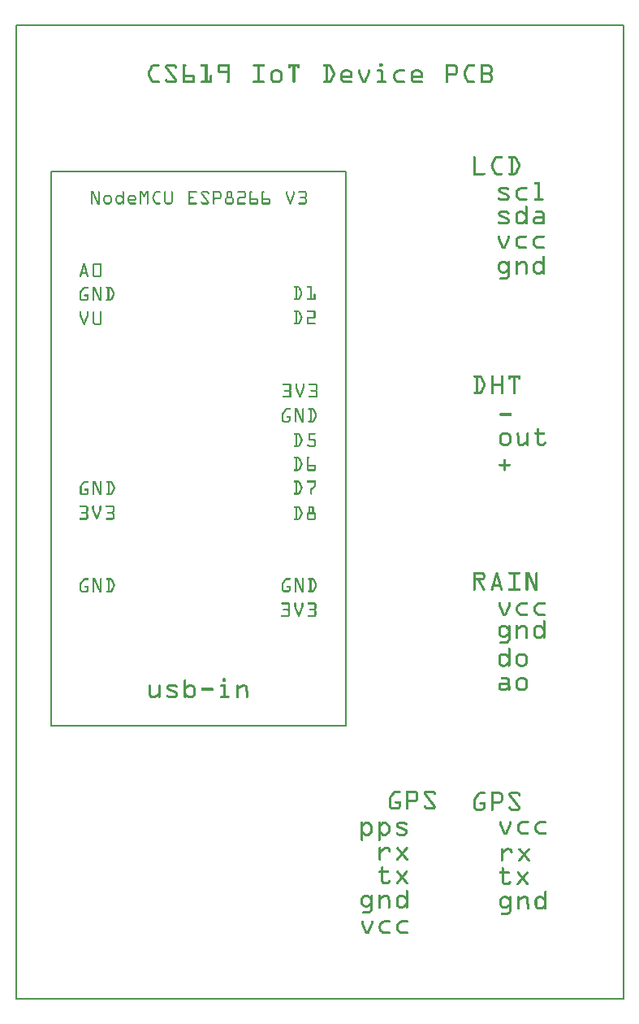
<source format=gto>
G04 MADE WITH FRITZING*
G04 WWW.FRITZING.ORG*
G04 SINGLE SIDED*
G04 HOLES NOT PLATED*
G04 CONTOUR ON CENTER OF CONTOUR VECTOR*
%ASAXBY*%
%FSLAX23Y23*%
%MOIN*%
%OFA0B0*%
%SFA1.0B1.0*%
%ADD10R,1.219359X2.282369X1.203461X2.266471*%
%ADD11C,0.007949*%
%ADD12R,2.500000X4.000010X2.484000X3.984010*%
%ADD13C,0.008000*%
%ADD14R,0.001000X0.001000*%
%LNSILK1*%
G90*
G70*
G54D11*
X147Y3397D02*
X1358Y3397D01*
X1358Y1122D01*
X147Y1122D01*
X147Y3397D01*
D02*
G54D13*
X4Y3996D02*
X2496Y3996D01*
X2496Y4D01*
X4Y4D01*
X4Y3996D01*
D02*
G54D14*
X1497Y3840D02*
X1506Y3840D01*
X1496Y3839D02*
X1507Y3839D01*
X1495Y3838D02*
X1508Y3838D01*
X1495Y3837D02*
X1508Y3837D01*
X566Y3836D02*
X589Y3836D01*
X624Y3836D02*
X654Y3836D01*
X691Y3836D02*
X698Y3836D01*
X763Y3836D02*
X788Y3836D01*
X835Y3836D02*
X877Y3836D01*
X979Y3836D02*
X1021Y3836D01*
X1120Y3836D02*
X1168Y3836D01*
X1267Y3836D02*
X1289Y3836D01*
X1495Y3836D02*
X1508Y3836D01*
X1768Y3836D02*
X1805Y3836D01*
X1862Y3836D02*
X1885Y3836D01*
X1912Y3836D02*
X1944Y3836D01*
X563Y3835D02*
X591Y3835D01*
X622Y3835D02*
X657Y3835D01*
X689Y3835D02*
X700Y3835D01*
X761Y3835D02*
X789Y3835D01*
X833Y3835D02*
X879Y3835D01*
X977Y3835D02*
X1023Y3835D01*
X1120Y3835D02*
X1168Y3835D01*
X1265Y3835D02*
X1292Y3835D01*
X1494Y3835D02*
X1509Y3835D01*
X1768Y3835D02*
X1807Y3835D01*
X1859Y3835D02*
X1887Y3835D01*
X1912Y3835D02*
X1947Y3835D01*
X561Y3834D02*
X592Y3834D01*
X620Y3834D02*
X658Y3834D01*
X689Y3834D02*
X701Y3834D01*
X761Y3834D02*
X789Y3834D01*
X833Y3834D02*
X880Y3834D01*
X977Y3834D02*
X1024Y3834D01*
X1120Y3834D02*
X1168Y3834D01*
X1265Y3834D02*
X1294Y3834D01*
X1494Y3834D02*
X1509Y3834D01*
X1768Y3834D02*
X1809Y3834D01*
X1857Y3834D02*
X1888Y3834D01*
X1912Y3834D02*
X1949Y3834D01*
X560Y3833D02*
X592Y3833D01*
X619Y3833D02*
X660Y3833D01*
X688Y3833D02*
X701Y3833D01*
X760Y3833D02*
X789Y3833D01*
X832Y3833D02*
X880Y3833D01*
X976Y3833D02*
X1024Y3833D01*
X1120Y3833D02*
X1168Y3833D01*
X1264Y3833D02*
X1295Y3833D01*
X1494Y3833D02*
X1509Y3833D01*
X1768Y3833D02*
X1811Y3833D01*
X1856Y3833D02*
X1888Y3833D01*
X1912Y3833D02*
X1951Y3833D01*
X559Y3832D02*
X592Y3832D01*
X618Y3832D02*
X661Y3832D01*
X688Y3832D02*
X702Y3832D01*
X760Y3832D02*
X789Y3832D01*
X832Y3832D02*
X880Y3832D01*
X976Y3832D02*
X1024Y3832D01*
X1120Y3832D02*
X1168Y3832D01*
X1264Y3832D02*
X1297Y3832D01*
X1494Y3832D02*
X1509Y3832D01*
X1768Y3832D02*
X1812Y3832D01*
X1855Y3832D02*
X1888Y3832D01*
X1912Y3832D02*
X1952Y3832D01*
X558Y3831D02*
X592Y3831D01*
X617Y3831D02*
X662Y3831D01*
X688Y3831D02*
X702Y3831D01*
X760Y3831D02*
X789Y3831D01*
X832Y3831D02*
X880Y3831D01*
X976Y3831D02*
X1024Y3831D01*
X1120Y3831D02*
X1168Y3831D01*
X1264Y3831D02*
X1298Y3831D01*
X1495Y3831D02*
X1508Y3831D01*
X1768Y3831D02*
X1813Y3831D01*
X1854Y3831D02*
X1888Y3831D01*
X1912Y3831D02*
X1954Y3831D01*
X557Y3830D02*
X592Y3830D01*
X617Y3830D02*
X662Y3830D01*
X688Y3830D02*
X701Y3830D01*
X760Y3830D02*
X789Y3830D01*
X832Y3830D02*
X880Y3830D01*
X976Y3830D02*
X1024Y3830D01*
X1120Y3830D02*
X1168Y3830D01*
X1264Y3830D02*
X1298Y3830D01*
X1495Y3830D02*
X1508Y3830D01*
X1768Y3830D02*
X1814Y3830D01*
X1853Y3830D02*
X1888Y3830D01*
X1912Y3830D02*
X1955Y3830D01*
X557Y3829D02*
X592Y3829D01*
X616Y3829D02*
X663Y3829D01*
X688Y3829D02*
X701Y3829D01*
X760Y3829D02*
X789Y3829D01*
X832Y3829D02*
X880Y3829D01*
X976Y3829D02*
X1024Y3829D01*
X1120Y3829D02*
X1168Y3829D01*
X1264Y3829D02*
X1299Y3829D01*
X1495Y3829D02*
X1508Y3829D01*
X1768Y3829D02*
X1814Y3829D01*
X1853Y3829D02*
X1888Y3829D01*
X1912Y3829D02*
X1956Y3829D01*
X556Y3828D02*
X591Y3828D01*
X616Y3828D02*
X663Y3828D01*
X688Y3828D02*
X700Y3828D01*
X761Y3828D02*
X789Y3828D01*
X832Y3828D02*
X880Y3828D01*
X977Y3828D02*
X1023Y3828D01*
X1120Y3828D02*
X1168Y3828D01*
X1265Y3828D02*
X1300Y3828D01*
X1496Y3828D02*
X1507Y3828D01*
X1768Y3828D02*
X1815Y3828D01*
X1852Y3828D02*
X1887Y3828D01*
X1912Y3828D02*
X1956Y3828D01*
X556Y3827D02*
X590Y3827D01*
X616Y3827D02*
X664Y3827D01*
X688Y3827D02*
X699Y3827D01*
X762Y3827D02*
X789Y3827D01*
X832Y3827D02*
X880Y3827D01*
X978Y3827D02*
X1022Y3827D01*
X1120Y3827D02*
X1168Y3827D01*
X1266Y3827D02*
X1300Y3827D01*
X1497Y3827D02*
X1506Y3827D01*
X1768Y3827D02*
X1815Y3827D01*
X1852Y3827D02*
X1886Y3827D01*
X1912Y3827D02*
X1957Y3827D01*
X555Y3826D02*
X567Y3826D01*
X616Y3826D02*
X625Y3826D01*
X653Y3826D02*
X664Y3826D01*
X688Y3826D02*
X697Y3826D01*
X779Y3826D02*
X789Y3826D01*
X832Y3826D02*
X841Y3826D01*
X871Y3826D02*
X880Y3826D01*
X995Y3826D02*
X1005Y3826D01*
X1120Y3826D02*
X1129Y3826D01*
X1139Y3826D02*
X1149Y3826D01*
X1159Y3826D02*
X1168Y3826D01*
X1273Y3826D02*
X1283Y3826D01*
X1289Y3826D02*
X1301Y3826D01*
X1768Y3826D02*
X1777Y3826D01*
X1804Y3826D02*
X1816Y3826D01*
X1851Y3826D02*
X1863Y3826D01*
X1912Y3826D02*
X1921Y3826D01*
X1943Y3826D02*
X1958Y3826D01*
X555Y3825D02*
X565Y3825D01*
X616Y3825D02*
X625Y3825D01*
X654Y3825D02*
X664Y3825D01*
X688Y3825D02*
X697Y3825D01*
X779Y3825D02*
X789Y3825D01*
X832Y3825D02*
X841Y3825D01*
X871Y3825D02*
X880Y3825D01*
X995Y3825D02*
X1005Y3825D01*
X1120Y3825D02*
X1129Y3825D01*
X1139Y3825D02*
X1149Y3825D01*
X1159Y3825D02*
X1168Y3825D01*
X1274Y3825D02*
X1283Y3825D01*
X1291Y3825D02*
X1301Y3825D01*
X1768Y3825D02*
X1777Y3825D01*
X1805Y3825D02*
X1816Y3825D01*
X1851Y3825D02*
X1861Y3825D01*
X1912Y3825D02*
X1921Y3825D01*
X1946Y3825D02*
X1958Y3825D01*
X554Y3824D02*
X565Y3824D01*
X616Y3824D02*
X625Y3824D01*
X655Y3824D02*
X664Y3824D01*
X688Y3824D02*
X697Y3824D01*
X779Y3824D02*
X789Y3824D01*
X832Y3824D02*
X841Y3824D01*
X871Y3824D02*
X880Y3824D01*
X995Y3824D02*
X1005Y3824D01*
X1120Y3824D02*
X1129Y3824D01*
X1139Y3824D02*
X1149Y3824D01*
X1159Y3824D02*
X1168Y3824D01*
X1274Y3824D02*
X1283Y3824D01*
X1291Y3824D02*
X1302Y3824D01*
X1768Y3824D02*
X1777Y3824D01*
X1806Y3824D02*
X1816Y3824D01*
X1850Y3824D02*
X1861Y3824D01*
X1912Y3824D02*
X1921Y3824D01*
X1947Y3824D02*
X1959Y3824D01*
X554Y3823D02*
X564Y3823D01*
X616Y3823D02*
X626Y3823D01*
X655Y3823D02*
X664Y3823D01*
X688Y3823D02*
X697Y3823D01*
X779Y3823D02*
X789Y3823D01*
X832Y3823D02*
X841Y3823D01*
X871Y3823D02*
X880Y3823D01*
X995Y3823D02*
X1005Y3823D01*
X1120Y3823D02*
X1129Y3823D01*
X1139Y3823D02*
X1149Y3823D01*
X1159Y3823D02*
X1168Y3823D01*
X1274Y3823D02*
X1283Y3823D01*
X1292Y3823D02*
X1302Y3823D01*
X1768Y3823D02*
X1777Y3823D01*
X1807Y3823D02*
X1816Y3823D01*
X1850Y3823D02*
X1860Y3823D01*
X1912Y3823D02*
X1921Y3823D01*
X1948Y3823D02*
X1959Y3823D01*
X553Y3822D02*
X564Y3822D01*
X616Y3822D02*
X627Y3822D01*
X655Y3822D02*
X664Y3822D01*
X688Y3822D02*
X697Y3822D01*
X779Y3822D02*
X789Y3822D01*
X832Y3822D02*
X841Y3822D01*
X871Y3822D02*
X880Y3822D01*
X995Y3822D02*
X1005Y3822D01*
X1120Y3822D02*
X1129Y3822D01*
X1139Y3822D02*
X1149Y3822D01*
X1159Y3822D02*
X1168Y3822D01*
X1274Y3822D02*
X1283Y3822D01*
X1292Y3822D02*
X1303Y3822D01*
X1768Y3822D02*
X1777Y3822D01*
X1807Y3822D02*
X1816Y3822D01*
X1849Y3822D02*
X1860Y3822D01*
X1912Y3822D02*
X1921Y3822D01*
X1949Y3822D02*
X1959Y3822D01*
X553Y3821D02*
X563Y3821D01*
X616Y3821D02*
X628Y3821D01*
X656Y3821D02*
X664Y3821D01*
X688Y3821D02*
X697Y3821D01*
X779Y3821D02*
X789Y3821D01*
X832Y3821D02*
X841Y3821D01*
X871Y3821D02*
X880Y3821D01*
X995Y3821D02*
X1005Y3821D01*
X1120Y3821D02*
X1128Y3821D01*
X1139Y3821D02*
X1149Y3821D01*
X1160Y3821D02*
X1168Y3821D01*
X1274Y3821D02*
X1283Y3821D01*
X1293Y3821D02*
X1303Y3821D01*
X1768Y3821D02*
X1777Y3821D01*
X1807Y3821D02*
X1816Y3821D01*
X1849Y3821D02*
X1859Y3821D01*
X1912Y3821D02*
X1921Y3821D01*
X1950Y3821D02*
X1960Y3821D01*
X552Y3820D02*
X563Y3820D01*
X617Y3820D02*
X628Y3820D01*
X656Y3820D02*
X663Y3820D01*
X688Y3820D02*
X697Y3820D01*
X779Y3820D02*
X789Y3820D01*
X832Y3820D02*
X841Y3820D01*
X871Y3820D02*
X880Y3820D01*
X995Y3820D02*
X1005Y3820D01*
X1121Y3820D02*
X1128Y3820D01*
X1139Y3820D02*
X1149Y3820D01*
X1160Y3820D02*
X1167Y3820D01*
X1274Y3820D02*
X1283Y3820D01*
X1293Y3820D02*
X1304Y3820D01*
X1768Y3820D02*
X1777Y3820D01*
X1807Y3820D02*
X1816Y3820D01*
X1848Y3820D02*
X1859Y3820D01*
X1912Y3820D02*
X1921Y3820D01*
X1951Y3820D02*
X1960Y3820D01*
X552Y3819D02*
X562Y3819D01*
X617Y3819D02*
X629Y3819D01*
X657Y3819D02*
X663Y3819D01*
X688Y3819D02*
X697Y3819D01*
X779Y3819D02*
X789Y3819D01*
X832Y3819D02*
X841Y3819D01*
X871Y3819D02*
X880Y3819D01*
X995Y3819D02*
X1005Y3819D01*
X1121Y3819D02*
X1127Y3819D01*
X1139Y3819D02*
X1149Y3819D01*
X1161Y3819D02*
X1167Y3819D01*
X1274Y3819D02*
X1283Y3819D01*
X1294Y3819D02*
X1304Y3819D01*
X1768Y3819D02*
X1777Y3819D01*
X1807Y3819D02*
X1816Y3819D01*
X1848Y3819D02*
X1858Y3819D01*
X1912Y3819D02*
X1921Y3819D01*
X1951Y3819D02*
X1960Y3819D01*
X551Y3818D02*
X562Y3818D01*
X618Y3818D02*
X630Y3818D01*
X659Y3818D02*
X661Y3818D01*
X688Y3818D02*
X697Y3818D01*
X779Y3818D02*
X789Y3818D01*
X832Y3818D02*
X841Y3818D01*
X871Y3818D02*
X880Y3818D01*
X995Y3818D02*
X1005Y3818D01*
X1123Y3818D02*
X1125Y3818D01*
X1139Y3818D02*
X1149Y3818D01*
X1163Y3818D02*
X1165Y3818D01*
X1274Y3818D02*
X1283Y3818D01*
X1294Y3818D02*
X1305Y3818D01*
X1768Y3818D02*
X1777Y3818D01*
X1807Y3818D02*
X1816Y3818D01*
X1847Y3818D02*
X1858Y3818D01*
X1912Y3818D02*
X1921Y3818D01*
X1951Y3818D02*
X1960Y3818D01*
X551Y3817D02*
X561Y3817D01*
X619Y3817D02*
X631Y3817D01*
X688Y3817D02*
X697Y3817D01*
X779Y3817D02*
X789Y3817D01*
X832Y3817D02*
X841Y3817D01*
X871Y3817D02*
X880Y3817D01*
X995Y3817D02*
X1005Y3817D01*
X1139Y3817D02*
X1149Y3817D01*
X1274Y3817D02*
X1283Y3817D01*
X1295Y3817D02*
X1305Y3817D01*
X1768Y3817D02*
X1777Y3817D01*
X1807Y3817D02*
X1816Y3817D01*
X1847Y3817D02*
X1857Y3817D01*
X1912Y3817D02*
X1921Y3817D01*
X1951Y3817D02*
X1960Y3817D01*
X550Y3816D02*
X561Y3816D01*
X619Y3816D02*
X631Y3816D01*
X688Y3816D02*
X697Y3816D01*
X779Y3816D02*
X789Y3816D01*
X832Y3816D02*
X841Y3816D01*
X871Y3816D02*
X880Y3816D01*
X995Y3816D02*
X1005Y3816D01*
X1139Y3816D02*
X1149Y3816D01*
X1274Y3816D02*
X1283Y3816D01*
X1295Y3816D02*
X1306Y3816D01*
X1768Y3816D02*
X1777Y3816D01*
X1807Y3816D02*
X1816Y3816D01*
X1846Y3816D02*
X1857Y3816D01*
X1912Y3816D02*
X1921Y3816D01*
X1951Y3816D02*
X1960Y3816D01*
X550Y3815D02*
X560Y3815D01*
X620Y3815D02*
X632Y3815D01*
X688Y3815D02*
X697Y3815D01*
X779Y3815D02*
X789Y3815D01*
X832Y3815D02*
X841Y3815D01*
X871Y3815D02*
X880Y3815D01*
X995Y3815D02*
X1005Y3815D01*
X1064Y3815D02*
X1080Y3815D01*
X1139Y3815D02*
X1149Y3815D01*
X1274Y3815D02*
X1283Y3815D01*
X1296Y3815D02*
X1306Y3815D01*
X1352Y3815D02*
X1368Y3815D01*
X1412Y3815D02*
X1413Y3815D01*
X1451Y3815D02*
X1452Y3815D01*
X1489Y3815D02*
X1504Y3815D01*
X1574Y3815D02*
X1596Y3815D01*
X1640Y3815D02*
X1656Y3815D01*
X1768Y3815D02*
X1777Y3815D01*
X1807Y3815D02*
X1816Y3815D01*
X1846Y3815D02*
X1856Y3815D01*
X1912Y3815D02*
X1921Y3815D01*
X1951Y3815D02*
X1960Y3815D01*
X549Y3814D02*
X560Y3814D01*
X621Y3814D02*
X633Y3814D01*
X688Y3814D02*
X697Y3814D01*
X779Y3814D02*
X789Y3814D01*
X832Y3814D02*
X841Y3814D01*
X871Y3814D02*
X880Y3814D01*
X995Y3814D02*
X1005Y3814D01*
X1060Y3814D02*
X1083Y3814D01*
X1139Y3814D02*
X1149Y3814D01*
X1274Y3814D02*
X1283Y3814D01*
X1296Y3814D02*
X1307Y3814D01*
X1348Y3814D02*
X1372Y3814D01*
X1410Y3814D02*
X1415Y3814D01*
X1449Y3814D02*
X1454Y3814D01*
X1487Y3814D02*
X1507Y3814D01*
X1569Y3814D02*
X1598Y3814D01*
X1636Y3814D02*
X1660Y3814D01*
X1768Y3814D02*
X1777Y3814D01*
X1807Y3814D02*
X1816Y3814D01*
X1845Y3814D02*
X1856Y3814D01*
X1912Y3814D02*
X1921Y3814D01*
X1951Y3814D02*
X1960Y3814D01*
X549Y3813D02*
X559Y3813D01*
X622Y3813D02*
X634Y3813D01*
X688Y3813D02*
X697Y3813D01*
X779Y3813D02*
X789Y3813D01*
X832Y3813D02*
X841Y3813D01*
X871Y3813D02*
X880Y3813D01*
X995Y3813D02*
X1005Y3813D01*
X1058Y3813D02*
X1085Y3813D01*
X1139Y3813D02*
X1149Y3813D01*
X1274Y3813D02*
X1283Y3813D01*
X1297Y3813D02*
X1307Y3813D01*
X1346Y3813D02*
X1373Y3813D01*
X1409Y3813D02*
X1416Y3813D01*
X1448Y3813D02*
X1455Y3813D01*
X1486Y3813D02*
X1507Y3813D01*
X1567Y3813D02*
X1599Y3813D01*
X1634Y3813D02*
X1661Y3813D01*
X1768Y3813D02*
X1777Y3813D01*
X1807Y3813D02*
X1816Y3813D01*
X1845Y3813D02*
X1855Y3813D01*
X1912Y3813D02*
X1921Y3813D01*
X1951Y3813D02*
X1960Y3813D01*
X548Y3812D02*
X559Y3812D01*
X623Y3812D02*
X635Y3812D01*
X688Y3812D02*
X697Y3812D01*
X779Y3812D02*
X789Y3812D01*
X832Y3812D02*
X841Y3812D01*
X871Y3812D02*
X880Y3812D01*
X995Y3812D02*
X1005Y3812D01*
X1057Y3812D02*
X1087Y3812D01*
X1139Y3812D02*
X1149Y3812D01*
X1274Y3812D02*
X1283Y3812D01*
X1297Y3812D02*
X1308Y3812D01*
X1345Y3812D02*
X1375Y3812D01*
X1408Y3812D02*
X1416Y3812D01*
X1448Y3812D02*
X1456Y3812D01*
X1485Y3812D02*
X1508Y3812D01*
X1566Y3812D02*
X1600Y3812D01*
X1633Y3812D02*
X1663Y3812D01*
X1768Y3812D02*
X1777Y3812D01*
X1807Y3812D02*
X1816Y3812D01*
X1844Y3812D02*
X1855Y3812D01*
X1912Y3812D02*
X1921Y3812D01*
X1951Y3812D02*
X1960Y3812D01*
X548Y3811D02*
X558Y3811D01*
X623Y3811D02*
X635Y3811D01*
X688Y3811D02*
X697Y3811D01*
X779Y3811D02*
X789Y3811D01*
X832Y3811D02*
X841Y3811D01*
X871Y3811D02*
X880Y3811D01*
X995Y3811D02*
X1005Y3811D01*
X1056Y3811D02*
X1088Y3811D01*
X1139Y3811D02*
X1149Y3811D01*
X1274Y3811D02*
X1283Y3811D01*
X1298Y3811D02*
X1308Y3811D01*
X1344Y3811D02*
X1376Y3811D01*
X1408Y3811D02*
X1417Y3811D01*
X1448Y3811D02*
X1456Y3811D01*
X1485Y3811D02*
X1508Y3811D01*
X1564Y3811D02*
X1600Y3811D01*
X1632Y3811D02*
X1664Y3811D01*
X1768Y3811D02*
X1777Y3811D01*
X1807Y3811D02*
X1816Y3811D01*
X1844Y3811D02*
X1854Y3811D01*
X1912Y3811D02*
X1921Y3811D01*
X1951Y3811D02*
X1960Y3811D01*
X547Y3810D02*
X557Y3810D01*
X624Y3810D02*
X636Y3810D01*
X688Y3810D02*
X697Y3810D01*
X779Y3810D02*
X789Y3810D01*
X832Y3810D02*
X880Y3810D01*
X995Y3810D02*
X1005Y3810D01*
X1055Y3810D02*
X1089Y3810D01*
X1139Y3810D02*
X1149Y3810D01*
X1274Y3810D02*
X1283Y3810D01*
X1298Y3810D02*
X1309Y3810D01*
X1343Y3810D02*
X1377Y3810D01*
X1408Y3810D02*
X1417Y3810D01*
X1447Y3810D02*
X1456Y3810D01*
X1485Y3810D02*
X1509Y3810D01*
X1563Y3810D02*
X1600Y3810D01*
X1631Y3810D02*
X1665Y3810D01*
X1768Y3810D02*
X1777Y3810D01*
X1807Y3810D02*
X1816Y3810D01*
X1843Y3810D02*
X1853Y3810D01*
X1912Y3810D02*
X1921Y3810D01*
X1951Y3810D02*
X1960Y3810D01*
X547Y3809D02*
X557Y3809D01*
X625Y3809D02*
X637Y3809D01*
X688Y3809D02*
X697Y3809D01*
X779Y3809D02*
X789Y3809D01*
X832Y3809D02*
X880Y3809D01*
X995Y3809D02*
X1005Y3809D01*
X1054Y3809D02*
X1091Y3809D01*
X1139Y3809D02*
X1149Y3809D01*
X1274Y3809D02*
X1283Y3809D01*
X1299Y3809D02*
X1309Y3809D01*
X1342Y3809D02*
X1379Y3809D01*
X1408Y3809D02*
X1417Y3809D01*
X1447Y3809D02*
X1456Y3809D01*
X1485Y3809D02*
X1509Y3809D01*
X1562Y3809D02*
X1600Y3809D01*
X1630Y3809D02*
X1667Y3809D01*
X1768Y3809D02*
X1777Y3809D01*
X1807Y3809D02*
X1816Y3809D01*
X1843Y3809D02*
X1853Y3809D01*
X1912Y3809D02*
X1921Y3809D01*
X1951Y3809D02*
X1960Y3809D01*
X546Y3808D02*
X556Y3808D01*
X626Y3808D02*
X638Y3808D01*
X688Y3808D02*
X697Y3808D01*
X779Y3808D02*
X789Y3808D01*
X832Y3808D02*
X880Y3808D01*
X995Y3808D02*
X1005Y3808D01*
X1052Y3808D02*
X1092Y3808D01*
X1139Y3808D02*
X1149Y3808D01*
X1274Y3808D02*
X1283Y3808D01*
X1299Y3808D02*
X1310Y3808D01*
X1340Y3808D02*
X1380Y3808D01*
X1408Y3808D02*
X1417Y3808D01*
X1447Y3808D02*
X1456Y3808D01*
X1485Y3808D02*
X1509Y3808D01*
X1561Y3808D02*
X1600Y3808D01*
X1628Y3808D02*
X1668Y3808D01*
X1768Y3808D02*
X1777Y3808D01*
X1807Y3808D02*
X1816Y3808D01*
X1842Y3808D02*
X1852Y3808D01*
X1912Y3808D02*
X1921Y3808D01*
X1950Y3808D02*
X1960Y3808D01*
X546Y3807D02*
X556Y3807D01*
X626Y3807D02*
X638Y3807D01*
X688Y3807D02*
X697Y3807D01*
X779Y3807D02*
X789Y3807D01*
X832Y3807D02*
X880Y3807D01*
X995Y3807D02*
X1005Y3807D01*
X1052Y3807D02*
X1093Y3807D01*
X1139Y3807D02*
X1149Y3807D01*
X1274Y3807D02*
X1283Y3807D01*
X1300Y3807D02*
X1310Y3807D01*
X1340Y3807D02*
X1381Y3807D01*
X1408Y3807D02*
X1417Y3807D01*
X1447Y3807D02*
X1456Y3807D01*
X1486Y3807D02*
X1509Y3807D01*
X1560Y3807D02*
X1599Y3807D01*
X1628Y3807D02*
X1669Y3807D01*
X1768Y3807D02*
X1777Y3807D01*
X1807Y3807D02*
X1816Y3807D01*
X1842Y3807D02*
X1852Y3807D01*
X1912Y3807D02*
X1921Y3807D01*
X1950Y3807D02*
X1960Y3807D01*
X545Y3806D02*
X555Y3806D01*
X627Y3806D02*
X639Y3806D01*
X688Y3806D02*
X697Y3806D01*
X779Y3806D02*
X789Y3806D01*
X832Y3806D02*
X880Y3806D01*
X995Y3806D02*
X1005Y3806D01*
X1051Y3806D02*
X1093Y3806D01*
X1139Y3806D02*
X1149Y3806D01*
X1274Y3806D02*
X1283Y3806D01*
X1300Y3806D02*
X1311Y3806D01*
X1339Y3806D02*
X1381Y3806D01*
X1408Y3806D02*
X1417Y3806D01*
X1447Y3806D02*
X1456Y3806D01*
X1487Y3806D02*
X1509Y3806D01*
X1559Y3806D02*
X1598Y3806D01*
X1627Y3806D02*
X1669Y3806D01*
X1768Y3806D02*
X1777Y3806D01*
X1807Y3806D02*
X1816Y3806D01*
X1841Y3806D02*
X1851Y3806D01*
X1912Y3806D02*
X1921Y3806D01*
X1949Y3806D02*
X1959Y3806D01*
X545Y3805D02*
X555Y3805D01*
X628Y3805D02*
X640Y3805D01*
X688Y3805D02*
X697Y3805D01*
X779Y3805D02*
X789Y3805D01*
X832Y3805D02*
X880Y3805D01*
X995Y3805D02*
X1005Y3805D01*
X1050Y3805D02*
X1065Y3805D01*
X1079Y3805D02*
X1094Y3805D01*
X1139Y3805D02*
X1149Y3805D01*
X1274Y3805D02*
X1283Y3805D01*
X1301Y3805D02*
X1311Y3805D01*
X1338Y3805D02*
X1353Y3805D01*
X1367Y3805D02*
X1382Y3805D01*
X1408Y3805D02*
X1417Y3805D01*
X1447Y3805D02*
X1456Y3805D01*
X1499Y3805D02*
X1509Y3805D01*
X1558Y3805D02*
X1574Y3805D01*
X1626Y3805D02*
X1641Y3805D01*
X1655Y3805D02*
X1670Y3805D01*
X1768Y3805D02*
X1777Y3805D01*
X1807Y3805D02*
X1816Y3805D01*
X1841Y3805D02*
X1851Y3805D01*
X1912Y3805D02*
X1921Y3805D01*
X1948Y3805D02*
X1959Y3805D01*
X545Y3804D02*
X554Y3804D01*
X629Y3804D02*
X641Y3804D01*
X688Y3804D02*
X697Y3804D01*
X779Y3804D02*
X789Y3804D01*
X832Y3804D02*
X880Y3804D01*
X995Y3804D02*
X1005Y3804D01*
X1049Y3804D02*
X1062Y3804D01*
X1082Y3804D02*
X1095Y3804D01*
X1139Y3804D02*
X1149Y3804D01*
X1274Y3804D02*
X1283Y3804D01*
X1302Y3804D02*
X1311Y3804D01*
X1337Y3804D02*
X1350Y3804D01*
X1370Y3804D02*
X1383Y3804D01*
X1408Y3804D02*
X1417Y3804D01*
X1447Y3804D02*
X1456Y3804D01*
X1500Y3804D02*
X1509Y3804D01*
X1557Y3804D02*
X1571Y3804D01*
X1625Y3804D02*
X1638Y3804D01*
X1658Y3804D02*
X1671Y3804D01*
X1768Y3804D02*
X1777Y3804D01*
X1807Y3804D02*
X1816Y3804D01*
X1841Y3804D02*
X1850Y3804D01*
X1912Y3804D02*
X1921Y3804D01*
X1946Y3804D02*
X1959Y3804D01*
X544Y3803D02*
X554Y3803D01*
X630Y3803D02*
X642Y3803D01*
X688Y3803D02*
X697Y3803D01*
X779Y3803D02*
X789Y3803D01*
X833Y3803D02*
X880Y3803D01*
X995Y3803D02*
X1005Y3803D01*
X1049Y3803D02*
X1061Y3803D01*
X1083Y3803D02*
X1095Y3803D01*
X1139Y3803D02*
X1149Y3803D01*
X1274Y3803D02*
X1283Y3803D01*
X1302Y3803D02*
X1312Y3803D01*
X1337Y3803D02*
X1349Y3803D01*
X1371Y3803D02*
X1383Y3803D01*
X1408Y3803D02*
X1417Y3803D01*
X1447Y3803D02*
X1456Y3803D01*
X1500Y3803D02*
X1509Y3803D01*
X1556Y3803D02*
X1570Y3803D01*
X1625Y3803D02*
X1637Y3803D01*
X1659Y3803D02*
X1671Y3803D01*
X1768Y3803D02*
X1777Y3803D01*
X1807Y3803D02*
X1816Y3803D01*
X1840Y3803D02*
X1850Y3803D01*
X1912Y3803D02*
X1921Y3803D01*
X1944Y3803D02*
X1958Y3803D01*
X544Y3802D02*
X554Y3802D01*
X630Y3802D02*
X642Y3802D01*
X688Y3802D02*
X697Y3802D01*
X779Y3802D02*
X789Y3802D01*
X833Y3802D02*
X880Y3802D01*
X995Y3802D02*
X1005Y3802D01*
X1049Y3802D02*
X1060Y3802D01*
X1085Y3802D02*
X1096Y3802D01*
X1139Y3802D02*
X1149Y3802D01*
X1274Y3802D02*
X1283Y3802D01*
X1302Y3802D02*
X1312Y3802D01*
X1337Y3802D02*
X1348Y3802D01*
X1373Y3802D02*
X1384Y3802D01*
X1408Y3802D02*
X1417Y3802D01*
X1447Y3802D02*
X1456Y3802D01*
X1500Y3802D02*
X1509Y3802D01*
X1555Y3802D02*
X1569Y3802D01*
X1625Y3802D02*
X1636Y3802D01*
X1661Y3802D02*
X1672Y3802D01*
X1768Y3802D02*
X1777Y3802D01*
X1807Y3802D02*
X1816Y3802D01*
X1840Y3802D02*
X1850Y3802D01*
X1912Y3802D02*
X1957Y3802D01*
X544Y3801D02*
X553Y3801D01*
X631Y3801D02*
X643Y3801D01*
X688Y3801D02*
X697Y3801D01*
X779Y3801D02*
X789Y3801D01*
X835Y3801D02*
X880Y3801D01*
X995Y3801D02*
X1005Y3801D01*
X1048Y3801D02*
X1059Y3801D01*
X1086Y3801D02*
X1096Y3801D01*
X1139Y3801D02*
X1149Y3801D01*
X1274Y3801D02*
X1283Y3801D01*
X1303Y3801D02*
X1312Y3801D01*
X1336Y3801D02*
X1347Y3801D01*
X1374Y3801D02*
X1384Y3801D01*
X1408Y3801D02*
X1417Y3801D01*
X1447Y3801D02*
X1456Y3801D01*
X1500Y3801D02*
X1509Y3801D01*
X1554Y3801D02*
X1568Y3801D01*
X1624Y3801D02*
X1635Y3801D01*
X1662Y3801D02*
X1672Y3801D01*
X1768Y3801D02*
X1777Y3801D01*
X1807Y3801D02*
X1816Y3801D01*
X1840Y3801D02*
X1849Y3801D01*
X1912Y3801D02*
X1957Y3801D01*
X544Y3800D02*
X553Y3800D01*
X632Y3800D02*
X644Y3800D01*
X688Y3800D02*
X697Y3800D01*
X779Y3800D02*
X789Y3800D01*
X871Y3800D02*
X880Y3800D01*
X995Y3800D02*
X1005Y3800D01*
X1048Y3800D02*
X1058Y3800D01*
X1086Y3800D02*
X1096Y3800D01*
X1139Y3800D02*
X1149Y3800D01*
X1274Y3800D02*
X1283Y3800D01*
X1303Y3800D02*
X1312Y3800D01*
X1336Y3800D02*
X1346Y3800D01*
X1374Y3800D02*
X1384Y3800D01*
X1408Y3800D02*
X1418Y3800D01*
X1446Y3800D02*
X1456Y3800D01*
X1500Y3800D02*
X1509Y3800D01*
X1553Y3800D02*
X1567Y3800D01*
X1624Y3800D02*
X1634Y3800D01*
X1662Y3800D02*
X1672Y3800D01*
X1768Y3800D02*
X1777Y3800D01*
X1806Y3800D02*
X1816Y3800D01*
X1840Y3800D02*
X1849Y3800D01*
X1912Y3800D02*
X1956Y3800D01*
X544Y3799D02*
X553Y3799D01*
X633Y3799D02*
X645Y3799D01*
X688Y3799D02*
X697Y3799D01*
X779Y3799D02*
X789Y3799D01*
X871Y3799D02*
X880Y3799D01*
X995Y3799D02*
X1005Y3799D01*
X1048Y3799D02*
X1057Y3799D01*
X1087Y3799D02*
X1096Y3799D01*
X1139Y3799D02*
X1149Y3799D01*
X1274Y3799D02*
X1283Y3799D01*
X1303Y3799D02*
X1312Y3799D01*
X1336Y3799D02*
X1345Y3799D01*
X1375Y3799D02*
X1384Y3799D01*
X1408Y3799D02*
X1418Y3799D01*
X1446Y3799D02*
X1456Y3799D01*
X1500Y3799D02*
X1509Y3799D01*
X1553Y3799D02*
X1565Y3799D01*
X1624Y3799D02*
X1633Y3799D01*
X1663Y3799D02*
X1672Y3799D01*
X1768Y3799D02*
X1777Y3799D01*
X1805Y3799D02*
X1816Y3799D01*
X1840Y3799D02*
X1849Y3799D01*
X1912Y3799D02*
X1955Y3799D01*
X544Y3798D02*
X553Y3798D01*
X633Y3798D02*
X645Y3798D01*
X688Y3798D02*
X697Y3798D01*
X779Y3798D02*
X789Y3798D01*
X871Y3798D02*
X880Y3798D01*
X995Y3798D02*
X1005Y3798D01*
X1048Y3798D02*
X1057Y3798D01*
X1087Y3798D02*
X1096Y3798D01*
X1139Y3798D02*
X1149Y3798D01*
X1274Y3798D02*
X1283Y3798D01*
X1303Y3798D02*
X1312Y3798D01*
X1336Y3798D02*
X1345Y3798D01*
X1375Y3798D02*
X1384Y3798D01*
X1409Y3798D02*
X1419Y3798D01*
X1445Y3798D02*
X1455Y3798D01*
X1500Y3798D02*
X1509Y3798D01*
X1553Y3798D02*
X1564Y3798D01*
X1624Y3798D02*
X1633Y3798D01*
X1663Y3798D02*
X1672Y3798D01*
X1768Y3798D02*
X1815Y3798D01*
X1840Y3798D02*
X1849Y3798D01*
X1912Y3798D02*
X1954Y3798D01*
X544Y3797D02*
X553Y3797D01*
X634Y3797D02*
X646Y3797D01*
X688Y3797D02*
X697Y3797D01*
X779Y3797D02*
X789Y3797D01*
X871Y3797D02*
X880Y3797D01*
X995Y3797D02*
X1005Y3797D01*
X1048Y3797D02*
X1057Y3797D01*
X1087Y3797D02*
X1096Y3797D01*
X1139Y3797D02*
X1149Y3797D01*
X1274Y3797D02*
X1283Y3797D01*
X1303Y3797D02*
X1312Y3797D01*
X1336Y3797D02*
X1345Y3797D01*
X1375Y3797D02*
X1384Y3797D01*
X1409Y3797D02*
X1419Y3797D01*
X1445Y3797D02*
X1455Y3797D01*
X1500Y3797D02*
X1509Y3797D01*
X1552Y3797D02*
X1563Y3797D01*
X1624Y3797D02*
X1633Y3797D01*
X1663Y3797D02*
X1672Y3797D01*
X1768Y3797D02*
X1815Y3797D01*
X1840Y3797D02*
X1849Y3797D01*
X1912Y3797D02*
X1954Y3797D01*
X544Y3796D02*
X553Y3796D01*
X635Y3796D02*
X647Y3796D01*
X688Y3796D02*
X697Y3796D01*
X779Y3796D02*
X789Y3796D01*
X871Y3796D02*
X880Y3796D01*
X995Y3796D02*
X1005Y3796D01*
X1048Y3796D02*
X1057Y3796D01*
X1087Y3796D02*
X1096Y3796D01*
X1139Y3796D02*
X1149Y3796D01*
X1274Y3796D02*
X1283Y3796D01*
X1303Y3796D02*
X1312Y3796D01*
X1336Y3796D02*
X1345Y3796D01*
X1375Y3796D02*
X1384Y3796D01*
X1410Y3796D02*
X1420Y3796D01*
X1444Y3796D02*
X1454Y3796D01*
X1500Y3796D02*
X1509Y3796D01*
X1552Y3796D02*
X1562Y3796D01*
X1624Y3796D02*
X1633Y3796D01*
X1663Y3796D02*
X1672Y3796D01*
X1768Y3796D02*
X1814Y3796D01*
X1840Y3796D02*
X1849Y3796D01*
X1912Y3796D02*
X1955Y3796D01*
X544Y3795D02*
X553Y3795D01*
X636Y3795D02*
X648Y3795D01*
X688Y3795D02*
X697Y3795D01*
X779Y3795D02*
X789Y3795D01*
X871Y3795D02*
X880Y3795D01*
X995Y3795D02*
X1005Y3795D01*
X1048Y3795D02*
X1057Y3795D01*
X1087Y3795D02*
X1096Y3795D01*
X1139Y3795D02*
X1149Y3795D01*
X1274Y3795D02*
X1283Y3795D01*
X1303Y3795D02*
X1312Y3795D01*
X1336Y3795D02*
X1345Y3795D01*
X1375Y3795D02*
X1384Y3795D01*
X1410Y3795D02*
X1420Y3795D01*
X1444Y3795D02*
X1454Y3795D01*
X1500Y3795D02*
X1509Y3795D01*
X1552Y3795D02*
X1561Y3795D01*
X1624Y3795D02*
X1633Y3795D01*
X1663Y3795D02*
X1672Y3795D01*
X1768Y3795D02*
X1814Y3795D01*
X1840Y3795D02*
X1849Y3795D01*
X1912Y3795D02*
X1956Y3795D01*
X544Y3794D02*
X553Y3794D01*
X637Y3794D02*
X649Y3794D01*
X688Y3794D02*
X697Y3794D01*
X779Y3794D02*
X789Y3794D01*
X871Y3794D02*
X880Y3794D01*
X995Y3794D02*
X1005Y3794D01*
X1048Y3794D02*
X1057Y3794D01*
X1087Y3794D02*
X1096Y3794D01*
X1139Y3794D02*
X1149Y3794D01*
X1274Y3794D02*
X1283Y3794D01*
X1303Y3794D02*
X1312Y3794D01*
X1336Y3794D02*
X1345Y3794D01*
X1375Y3794D02*
X1384Y3794D01*
X1410Y3794D02*
X1420Y3794D01*
X1444Y3794D02*
X1454Y3794D01*
X1500Y3794D02*
X1509Y3794D01*
X1552Y3794D02*
X1561Y3794D01*
X1624Y3794D02*
X1633Y3794D01*
X1663Y3794D02*
X1672Y3794D01*
X1768Y3794D02*
X1813Y3794D01*
X1840Y3794D02*
X1849Y3794D01*
X1912Y3794D02*
X1957Y3794D01*
X544Y3793D02*
X554Y3793D01*
X637Y3793D02*
X649Y3793D01*
X688Y3793D02*
X734Y3793D01*
X779Y3793D02*
X789Y3793D01*
X802Y3793D02*
X806Y3793D01*
X871Y3793D02*
X880Y3793D01*
X995Y3793D02*
X1005Y3793D01*
X1048Y3793D02*
X1057Y3793D01*
X1087Y3793D02*
X1096Y3793D01*
X1139Y3793D02*
X1149Y3793D01*
X1274Y3793D02*
X1283Y3793D01*
X1302Y3793D02*
X1312Y3793D01*
X1336Y3793D02*
X1345Y3793D01*
X1375Y3793D02*
X1384Y3793D01*
X1411Y3793D02*
X1421Y3793D01*
X1443Y3793D02*
X1453Y3793D01*
X1500Y3793D02*
X1509Y3793D01*
X1552Y3793D02*
X1561Y3793D01*
X1624Y3793D02*
X1633Y3793D01*
X1663Y3793D02*
X1672Y3793D01*
X1768Y3793D02*
X1812Y3793D01*
X1840Y3793D02*
X1850Y3793D01*
X1912Y3793D02*
X1957Y3793D01*
X544Y3792D02*
X554Y3792D01*
X638Y3792D02*
X650Y3792D01*
X688Y3792D02*
X735Y3792D01*
X779Y3792D02*
X789Y3792D01*
X800Y3792D02*
X807Y3792D01*
X871Y3792D02*
X880Y3792D01*
X995Y3792D02*
X1005Y3792D01*
X1048Y3792D02*
X1057Y3792D01*
X1087Y3792D02*
X1096Y3792D01*
X1139Y3792D02*
X1149Y3792D01*
X1274Y3792D02*
X1283Y3792D01*
X1302Y3792D02*
X1312Y3792D01*
X1336Y3792D02*
X1345Y3792D01*
X1375Y3792D02*
X1384Y3792D01*
X1411Y3792D02*
X1421Y3792D01*
X1443Y3792D02*
X1453Y3792D01*
X1500Y3792D02*
X1509Y3792D01*
X1552Y3792D02*
X1561Y3792D01*
X1624Y3792D02*
X1633Y3792D01*
X1663Y3792D02*
X1672Y3792D01*
X1768Y3792D02*
X1811Y3792D01*
X1840Y3792D02*
X1850Y3792D01*
X1912Y3792D02*
X1921Y3792D01*
X1944Y3792D02*
X1958Y3792D01*
X545Y3791D02*
X554Y3791D01*
X639Y3791D02*
X651Y3791D01*
X688Y3791D02*
X736Y3791D01*
X779Y3791D02*
X789Y3791D01*
X800Y3791D02*
X808Y3791D01*
X871Y3791D02*
X880Y3791D01*
X995Y3791D02*
X1005Y3791D01*
X1048Y3791D02*
X1057Y3791D01*
X1087Y3791D02*
X1096Y3791D01*
X1139Y3791D02*
X1149Y3791D01*
X1274Y3791D02*
X1283Y3791D01*
X1302Y3791D02*
X1311Y3791D01*
X1336Y3791D02*
X1345Y3791D01*
X1375Y3791D02*
X1384Y3791D01*
X1412Y3791D02*
X1422Y3791D01*
X1442Y3791D02*
X1452Y3791D01*
X1500Y3791D02*
X1509Y3791D01*
X1552Y3791D02*
X1561Y3791D01*
X1624Y3791D02*
X1633Y3791D01*
X1663Y3791D02*
X1672Y3791D01*
X1768Y3791D02*
X1810Y3791D01*
X1841Y3791D02*
X1850Y3791D01*
X1912Y3791D02*
X1921Y3791D01*
X1946Y3791D02*
X1958Y3791D01*
X545Y3790D02*
X555Y3790D01*
X640Y3790D02*
X652Y3790D01*
X688Y3790D02*
X736Y3790D01*
X779Y3790D02*
X789Y3790D01*
X800Y3790D02*
X808Y3790D01*
X871Y3790D02*
X880Y3790D01*
X995Y3790D02*
X1005Y3790D01*
X1048Y3790D02*
X1057Y3790D01*
X1087Y3790D02*
X1096Y3790D01*
X1139Y3790D02*
X1149Y3790D01*
X1274Y3790D02*
X1283Y3790D01*
X1301Y3790D02*
X1311Y3790D01*
X1336Y3790D02*
X1345Y3790D01*
X1375Y3790D02*
X1384Y3790D01*
X1412Y3790D02*
X1422Y3790D01*
X1442Y3790D02*
X1452Y3790D01*
X1500Y3790D02*
X1509Y3790D01*
X1552Y3790D02*
X1561Y3790D01*
X1624Y3790D02*
X1633Y3790D01*
X1663Y3790D02*
X1672Y3790D01*
X1768Y3790D02*
X1808Y3790D01*
X1841Y3790D02*
X1851Y3790D01*
X1912Y3790D02*
X1921Y3790D01*
X1948Y3790D02*
X1959Y3790D01*
X545Y3789D02*
X555Y3789D01*
X640Y3789D02*
X652Y3789D01*
X688Y3789D02*
X736Y3789D01*
X779Y3789D02*
X789Y3789D01*
X799Y3789D02*
X808Y3789D01*
X871Y3789D02*
X880Y3789D01*
X995Y3789D02*
X1005Y3789D01*
X1048Y3789D02*
X1057Y3789D01*
X1087Y3789D02*
X1096Y3789D01*
X1139Y3789D02*
X1149Y3789D01*
X1274Y3789D02*
X1283Y3789D01*
X1301Y3789D02*
X1311Y3789D01*
X1336Y3789D02*
X1384Y3789D01*
X1413Y3789D02*
X1423Y3789D01*
X1441Y3789D02*
X1451Y3789D01*
X1500Y3789D02*
X1509Y3789D01*
X1552Y3789D02*
X1561Y3789D01*
X1624Y3789D02*
X1672Y3789D01*
X1768Y3789D02*
X1806Y3789D01*
X1841Y3789D02*
X1851Y3789D01*
X1912Y3789D02*
X1921Y3789D01*
X1949Y3789D02*
X1959Y3789D01*
X546Y3788D02*
X556Y3788D01*
X641Y3788D02*
X653Y3788D01*
X688Y3788D02*
X736Y3788D01*
X779Y3788D02*
X789Y3788D01*
X799Y3788D02*
X808Y3788D01*
X871Y3788D02*
X880Y3788D01*
X995Y3788D02*
X1005Y3788D01*
X1048Y3788D02*
X1057Y3788D01*
X1087Y3788D02*
X1096Y3788D01*
X1139Y3788D02*
X1149Y3788D01*
X1274Y3788D02*
X1283Y3788D01*
X1300Y3788D02*
X1310Y3788D01*
X1336Y3788D02*
X1384Y3788D01*
X1413Y3788D02*
X1423Y3788D01*
X1441Y3788D02*
X1451Y3788D01*
X1500Y3788D02*
X1509Y3788D01*
X1552Y3788D02*
X1561Y3788D01*
X1624Y3788D02*
X1672Y3788D01*
X1768Y3788D02*
X1777Y3788D01*
X1842Y3788D02*
X1852Y3788D01*
X1912Y3788D02*
X1921Y3788D01*
X1949Y3788D02*
X1960Y3788D01*
X546Y3787D02*
X556Y3787D01*
X642Y3787D02*
X654Y3787D01*
X688Y3787D02*
X736Y3787D01*
X779Y3787D02*
X789Y3787D01*
X799Y3787D02*
X808Y3787D01*
X871Y3787D02*
X880Y3787D01*
X995Y3787D02*
X1005Y3787D01*
X1048Y3787D02*
X1057Y3787D01*
X1087Y3787D02*
X1096Y3787D01*
X1139Y3787D02*
X1149Y3787D01*
X1274Y3787D02*
X1283Y3787D01*
X1300Y3787D02*
X1310Y3787D01*
X1336Y3787D02*
X1384Y3787D01*
X1414Y3787D02*
X1424Y3787D01*
X1440Y3787D02*
X1450Y3787D01*
X1500Y3787D02*
X1509Y3787D01*
X1552Y3787D02*
X1561Y3787D01*
X1624Y3787D02*
X1672Y3787D01*
X1768Y3787D02*
X1777Y3787D01*
X1842Y3787D02*
X1852Y3787D01*
X1912Y3787D02*
X1921Y3787D01*
X1950Y3787D02*
X1960Y3787D01*
X547Y3786D02*
X557Y3786D01*
X643Y3786D02*
X655Y3786D01*
X688Y3786D02*
X736Y3786D01*
X779Y3786D02*
X789Y3786D01*
X799Y3786D02*
X808Y3786D01*
X871Y3786D02*
X880Y3786D01*
X995Y3786D02*
X1005Y3786D01*
X1048Y3786D02*
X1057Y3786D01*
X1087Y3786D02*
X1096Y3786D01*
X1139Y3786D02*
X1149Y3786D01*
X1274Y3786D02*
X1283Y3786D01*
X1299Y3786D02*
X1309Y3786D01*
X1336Y3786D02*
X1384Y3786D01*
X1414Y3786D02*
X1424Y3786D01*
X1440Y3786D02*
X1450Y3786D01*
X1500Y3786D02*
X1509Y3786D01*
X1552Y3786D02*
X1561Y3786D01*
X1624Y3786D02*
X1672Y3786D01*
X1768Y3786D02*
X1777Y3786D01*
X1843Y3786D02*
X1853Y3786D01*
X1912Y3786D02*
X1921Y3786D01*
X1951Y3786D02*
X1960Y3786D01*
X547Y3785D02*
X557Y3785D01*
X644Y3785D02*
X656Y3785D01*
X688Y3785D02*
X736Y3785D01*
X779Y3785D02*
X789Y3785D01*
X799Y3785D02*
X808Y3785D01*
X871Y3785D02*
X880Y3785D01*
X995Y3785D02*
X1005Y3785D01*
X1048Y3785D02*
X1057Y3785D01*
X1087Y3785D02*
X1096Y3785D01*
X1139Y3785D02*
X1149Y3785D01*
X1274Y3785D02*
X1283Y3785D01*
X1299Y3785D02*
X1309Y3785D01*
X1336Y3785D02*
X1384Y3785D01*
X1414Y3785D02*
X1424Y3785D01*
X1440Y3785D02*
X1450Y3785D01*
X1500Y3785D02*
X1509Y3785D01*
X1552Y3785D02*
X1561Y3785D01*
X1624Y3785D02*
X1672Y3785D01*
X1768Y3785D02*
X1777Y3785D01*
X1843Y3785D02*
X1853Y3785D01*
X1912Y3785D02*
X1921Y3785D01*
X1951Y3785D02*
X1960Y3785D01*
X548Y3784D02*
X558Y3784D01*
X644Y3784D02*
X656Y3784D01*
X688Y3784D02*
X736Y3784D01*
X779Y3784D02*
X789Y3784D01*
X799Y3784D02*
X808Y3784D01*
X871Y3784D02*
X880Y3784D01*
X995Y3784D02*
X1005Y3784D01*
X1048Y3784D02*
X1057Y3784D01*
X1087Y3784D02*
X1096Y3784D01*
X1139Y3784D02*
X1149Y3784D01*
X1274Y3784D02*
X1283Y3784D01*
X1298Y3784D02*
X1308Y3784D01*
X1336Y3784D02*
X1384Y3784D01*
X1415Y3784D02*
X1425Y3784D01*
X1439Y3784D02*
X1449Y3784D01*
X1500Y3784D02*
X1509Y3784D01*
X1552Y3784D02*
X1561Y3784D01*
X1624Y3784D02*
X1672Y3784D01*
X1768Y3784D02*
X1777Y3784D01*
X1844Y3784D02*
X1854Y3784D01*
X1912Y3784D02*
X1921Y3784D01*
X1951Y3784D02*
X1960Y3784D01*
X548Y3783D02*
X558Y3783D01*
X645Y3783D02*
X657Y3783D01*
X688Y3783D02*
X697Y3783D01*
X727Y3783D02*
X736Y3783D01*
X779Y3783D02*
X789Y3783D01*
X799Y3783D02*
X808Y3783D01*
X871Y3783D02*
X880Y3783D01*
X995Y3783D02*
X1005Y3783D01*
X1048Y3783D02*
X1057Y3783D01*
X1087Y3783D02*
X1096Y3783D01*
X1139Y3783D02*
X1149Y3783D01*
X1274Y3783D02*
X1283Y3783D01*
X1298Y3783D02*
X1308Y3783D01*
X1336Y3783D02*
X1384Y3783D01*
X1415Y3783D02*
X1425Y3783D01*
X1439Y3783D02*
X1449Y3783D01*
X1500Y3783D02*
X1509Y3783D01*
X1552Y3783D02*
X1561Y3783D01*
X1624Y3783D02*
X1672Y3783D01*
X1768Y3783D02*
X1777Y3783D01*
X1844Y3783D02*
X1854Y3783D01*
X1912Y3783D02*
X1921Y3783D01*
X1951Y3783D02*
X1960Y3783D01*
X548Y3782D02*
X559Y3782D01*
X646Y3782D02*
X658Y3782D01*
X688Y3782D02*
X697Y3782D01*
X727Y3782D02*
X736Y3782D01*
X779Y3782D02*
X789Y3782D01*
X799Y3782D02*
X808Y3782D01*
X871Y3782D02*
X880Y3782D01*
X995Y3782D02*
X1005Y3782D01*
X1048Y3782D02*
X1057Y3782D01*
X1087Y3782D02*
X1096Y3782D01*
X1139Y3782D02*
X1149Y3782D01*
X1274Y3782D02*
X1283Y3782D01*
X1297Y3782D02*
X1307Y3782D01*
X1336Y3782D02*
X1384Y3782D01*
X1416Y3782D02*
X1426Y3782D01*
X1438Y3782D02*
X1448Y3782D01*
X1500Y3782D02*
X1509Y3782D01*
X1552Y3782D02*
X1561Y3782D01*
X1624Y3782D02*
X1672Y3782D01*
X1768Y3782D02*
X1777Y3782D01*
X1844Y3782D02*
X1855Y3782D01*
X1912Y3782D02*
X1921Y3782D01*
X1951Y3782D02*
X1960Y3782D01*
X549Y3781D02*
X559Y3781D01*
X647Y3781D02*
X659Y3781D01*
X688Y3781D02*
X697Y3781D01*
X727Y3781D02*
X736Y3781D01*
X779Y3781D02*
X789Y3781D01*
X799Y3781D02*
X808Y3781D01*
X871Y3781D02*
X880Y3781D01*
X995Y3781D02*
X1005Y3781D01*
X1048Y3781D02*
X1057Y3781D01*
X1087Y3781D02*
X1096Y3781D01*
X1139Y3781D02*
X1149Y3781D01*
X1274Y3781D02*
X1283Y3781D01*
X1297Y3781D02*
X1307Y3781D01*
X1336Y3781D02*
X1383Y3781D01*
X1416Y3781D02*
X1426Y3781D01*
X1438Y3781D02*
X1448Y3781D01*
X1500Y3781D02*
X1509Y3781D01*
X1552Y3781D02*
X1561Y3781D01*
X1624Y3781D02*
X1671Y3781D01*
X1768Y3781D02*
X1777Y3781D01*
X1845Y3781D02*
X1855Y3781D01*
X1912Y3781D02*
X1921Y3781D01*
X1951Y3781D02*
X1960Y3781D01*
X549Y3780D02*
X560Y3780D01*
X647Y3780D02*
X659Y3780D01*
X688Y3780D02*
X697Y3780D01*
X727Y3780D02*
X736Y3780D01*
X779Y3780D02*
X789Y3780D01*
X799Y3780D02*
X808Y3780D01*
X871Y3780D02*
X880Y3780D01*
X995Y3780D02*
X1005Y3780D01*
X1048Y3780D02*
X1057Y3780D01*
X1087Y3780D02*
X1096Y3780D01*
X1139Y3780D02*
X1149Y3780D01*
X1274Y3780D02*
X1283Y3780D01*
X1296Y3780D02*
X1306Y3780D01*
X1336Y3780D02*
X1381Y3780D01*
X1417Y3780D02*
X1427Y3780D01*
X1437Y3780D02*
X1447Y3780D01*
X1500Y3780D02*
X1509Y3780D01*
X1552Y3780D02*
X1561Y3780D01*
X1624Y3780D02*
X1669Y3780D01*
X1768Y3780D02*
X1777Y3780D01*
X1845Y3780D02*
X1856Y3780D01*
X1912Y3780D02*
X1921Y3780D01*
X1951Y3780D02*
X1960Y3780D01*
X550Y3779D02*
X560Y3779D01*
X648Y3779D02*
X660Y3779D01*
X688Y3779D02*
X697Y3779D01*
X727Y3779D02*
X736Y3779D01*
X779Y3779D02*
X789Y3779D01*
X799Y3779D02*
X808Y3779D01*
X871Y3779D02*
X880Y3779D01*
X995Y3779D02*
X1005Y3779D01*
X1048Y3779D02*
X1057Y3779D01*
X1087Y3779D02*
X1096Y3779D01*
X1139Y3779D02*
X1149Y3779D01*
X1274Y3779D02*
X1283Y3779D01*
X1296Y3779D02*
X1306Y3779D01*
X1336Y3779D02*
X1345Y3779D01*
X1417Y3779D02*
X1427Y3779D01*
X1437Y3779D02*
X1447Y3779D01*
X1500Y3779D02*
X1509Y3779D01*
X1552Y3779D02*
X1561Y3779D01*
X1624Y3779D02*
X1633Y3779D01*
X1768Y3779D02*
X1777Y3779D01*
X1846Y3779D02*
X1856Y3779D01*
X1912Y3779D02*
X1921Y3779D01*
X1951Y3779D02*
X1960Y3779D01*
X550Y3778D02*
X561Y3778D01*
X649Y3778D02*
X661Y3778D01*
X688Y3778D02*
X697Y3778D01*
X727Y3778D02*
X736Y3778D01*
X779Y3778D02*
X789Y3778D01*
X799Y3778D02*
X808Y3778D01*
X871Y3778D02*
X880Y3778D01*
X995Y3778D02*
X1005Y3778D01*
X1048Y3778D02*
X1057Y3778D01*
X1087Y3778D02*
X1096Y3778D01*
X1139Y3778D02*
X1149Y3778D01*
X1274Y3778D02*
X1283Y3778D01*
X1295Y3778D02*
X1305Y3778D01*
X1336Y3778D02*
X1345Y3778D01*
X1417Y3778D02*
X1427Y3778D01*
X1436Y3778D02*
X1447Y3778D01*
X1500Y3778D02*
X1509Y3778D01*
X1552Y3778D02*
X1562Y3778D01*
X1624Y3778D02*
X1633Y3778D01*
X1768Y3778D02*
X1777Y3778D01*
X1846Y3778D02*
X1857Y3778D01*
X1912Y3778D02*
X1921Y3778D01*
X1951Y3778D02*
X1960Y3778D01*
X551Y3777D02*
X561Y3777D01*
X650Y3777D02*
X662Y3777D01*
X688Y3777D02*
X697Y3777D01*
X727Y3777D02*
X736Y3777D01*
X779Y3777D02*
X789Y3777D01*
X799Y3777D02*
X808Y3777D01*
X871Y3777D02*
X880Y3777D01*
X995Y3777D02*
X1005Y3777D01*
X1048Y3777D02*
X1057Y3777D01*
X1087Y3777D02*
X1096Y3777D01*
X1139Y3777D02*
X1149Y3777D01*
X1274Y3777D02*
X1283Y3777D01*
X1295Y3777D02*
X1305Y3777D01*
X1336Y3777D02*
X1345Y3777D01*
X1418Y3777D02*
X1428Y3777D01*
X1436Y3777D02*
X1446Y3777D01*
X1500Y3777D02*
X1509Y3777D01*
X1552Y3777D02*
X1562Y3777D01*
X1624Y3777D02*
X1633Y3777D01*
X1768Y3777D02*
X1777Y3777D01*
X1847Y3777D02*
X1857Y3777D01*
X1912Y3777D02*
X1921Y3777D01*
X1951Y3777D02*
X1960Y3777D01*
X551Y3776D02*
X562Y3776D01*
X618Y3776D02*
X622Y3776D01*
X650Y3776D02*
X662Y3776D01*
X688Y3776D02*
X697Y3776D01*
X727Y3776D02*
X736Y3776D01*
X779Y3776D02*
X789Y3776D01*
X799Y3776D02*
X808Y3776D01*
X871Y3776D02*
X880Y3776D01*
X995Y3776D02*
X1005Y3776D01*
X1048Y3776D02*
X1057Y3776D01*
X1087Y3776D02*
X1096Y3776D01*
X1139Y3776D02*
X1149Y3776D01*
X1274Y3776D02*
X1283Y3776D01*
X1294Y3776D02*
X1304Y3776D01*
X1336Y3776D02*
X1345Y3776D01*
X1418Y3776D02*
X1428Y3776D01*
X1436Y3776D02*
X1446Y3776D01*
X1500Y3776D02*
X1509Y3776D01*
X1552Y3776D02*
X1564Y3776D01*
X1624Y3776D02*
X1633Y3776D01*
X1768Y3776D02*
X1777Y3776D01*
X1847Y3776D02*
X1858Y3776D01*
X1912Y3776D02*
X1921Y3776D01*
X1951Y3776D02*
X1960Y3776D01*
X552Y3775D02*
X562Y3775D01*
X617Y3775D02*
X624Y3775D01*
X651Y3775D02*
X663Y3775D01*
X688Y3775D02*
X697Y3775D01*
X727Y3775D02*
X736Y3775D01*
X779Y3775D02*
X789Y3775D01*
X799Y3775D02*
X808Y3775D01*
X871Y3775D02*
X880Y3775D01*
X995Y3775D02*
X1005Y3775D01*
X1048Y3775D02*
X1057Y3775D01*
X1087Y3775D02*
X1096Y3775D01*
X1139Y3775D02*
X1149Y3775D01*
X1274Y3775D02*
X1283Y3775D01*
X1294Y3775D02*
X1304Y3775D01*
X1336Y3775D02*
X1345Y3775D01*
X1419Y3775D02*
X1429Y3775D01*
X1435Y3775D02*
X1445Y3775D01*
X1500Y3775D02*
X1509Y3775D01*
X1553Y3775D02*
X1565Y3775D01*
X1624Y3775D02*
X1633Y3775D01*
X1768Y3775D02*
X1777Y3775D01*
X1848Y3775D02*
X1858Y3775D01*
X1912Y3775D02*
X1921Y3775D01*
X1951Y3775D02*
X1960Y3775D01*
X553Y3774D02*
X563Y3774D01*
X616Y3774D02*
X624Y3774D01*
X652Y3774D02*
X664Y3774D01*
X688Y3774D02*
X697Y3774D01*
X727Y3774D02*
X736Y3774D01*
X779Y3774D02*
X789Y3774D01*
X799Y3774D02*
X808Y3774D01*
X871Y3774D02*
X880Y3774D01*
X995Y3774D02*
X1005Y3774D01*
X1048Y3774D02*
X1057Y3774D01*
X1087Y3774D02*
X1096Y3774D01*
X1139Y3774D02*
X1149Y3774D01*
X1274Y3774D02*
X1283Y3774D01*
X1293Y3774D02*
X1303Y3774D01*
X1336Y3774D02*
X1345Y3774D01*
X1419Y3774D02*
X1429Y3774D01*
X1435Y3774D02*
X1445Y3774D01*
X1500Y3774D02*
X1509Y3774D01*
X1553Y3774D02*
X1566Y3774D01*
X1624Y3774D02*
X1633Y3774D01*
X1768Y3774D02*
X1777Y3774D01*
X1849Y3774D02*
X1859Y3774D01*
X1912Y3774D02*
X1921Y3774D01*
X1950Y3774D02*
X1960Y3774D01*
X553Y3773D02*
X563Y3773D01*
X616Y3773D02*
X625Y3773D01*
X653Y3773D02*
X664Y3773D01*
X688Y3773D02*
X697Y3773D01*
X727Y3773D02*
X736Y3773D01*
X779Y3773D02*
X789Y3773D01*
X799Y3773D02*
X808Y3773D01*
X871Y3773D02*
X880Y3773D01*
X995Y3773D02*
X1005Y3773D01*
X1048Y3773D02*
X1058Y3773D01*
X1086Y3773D02*
X1096Y3773D01*
X1139Y3773D02*
X1149Y3773D01*
X1274Y3773D02*
X1283Y3773D01*
X1293Y3773D02*
X1303Y3773D01*
X1336Y3773D02*
X1346Y3773D01*
X1420Y3773D02*
X1430Y3773D01*
X1434Y3773D02*
X1444Y3773D01*
X1500Y3773D02*
X1509Y3773D01*
X1554Y3773D02*
X1567Y3773D01*
X1624Y3773D02*
X1634Y3773D01*
X1768Y3773D02*
X1777Y3773D01*
X1849Y3773D02*
X1859Y3773D01*
X1912Y3773D02*
X1921Y3773D01*
X1950Y3773D02*
X1960Y3773D01*
X554Y3772D02*
X564Y3772D01*
X616Y3772D02*
X625Y3772D01*
X654Y3772D02*
X664Y3772D01*
X688Y3772D02*
X697Y3772D01*
X727Y3772D02*
X736Y3772D01*
X779Y3772D02*
X789Y3772D01*
X799Y3772D02*
X808Y3772D01*
X871Y3772D02*
X880Y3772D01*
X995Y3772D02*
X1005Y3772D01*
X1048Y3772D02*
X1059Y3772D01*
X1085Y3772D02*
X1096Y3772D01*
X1139Y3772D02*
X1149Y3772D01*
X1274Y3772D02*
X1283Y3772D01*
X1292Y3772D02*
X1302Y3772D01*
X1336Y3772D02*
X1347Y3772D01*
X1420Y3772D02*
X1430Y3772D01*
X1434Y3772D02*
X1444Y3772D01*
X1500Y3772D02*
X1509Y3772D01*
X1554Y3772D02*
X1568Y3772D01*
X1624Y3772D02*
X1635Y3772D01*
X1768Y3772D02*
X1777Y3772D01*
X1850Y3772D02*
X1860Y3772D01*
X1912Y3772D02*
X1921Y3772D01*
X1949Y3772D02*
X1959Y3772D01*
X554Y3771D02*
X565Y3771D01*
X616Y3771D02*
X625Y3771D01*
X654Y3771D02*
X664Y3771D01*
X688Y3771D02*
X697Y3771D01*
X727Y3771D02*
X736Y3771D01*
X779Y3771D02*
X789Y3771D01*
X799Y3771D02*
X808Y3771D01*
X871Y3771D02*
X880Y3771D01*
X995Y3771D02*
X1005Y3771D01*
X1049Y3771D02*
X1060Y3771D01*
X1084Y3771D02*
X1095Y3771D01*
X1139Y3771D02*
X1149Y3771D01*
X1274Y3771D02*
X1283Y3771D01*
X1291Y3771D02*
X1302Y3771D01*
X1337Y3771D02*
X1348Y3771D01*
X1421Y3771D02*
X1430Y3771D01*
X1433Y3771D02*
X1443Y3771D01*
X1500Y3771D02*
X1509Y3771D01*
X1555Y3771D02*
X1569Y3771D01*
X1625Y3771D02*
X1636Y3771D01*
X1768Y3771D02*
X1777Y3771D01*
X1850Y3771D02*
X1861Y3771D01*
X1912Y3771D02*
X1921Y3771D01*
X1948Y3771D02*
X1959Y3771D01*
X555Y3770D02*
X565Y3770D01*
X616Y3770D02*
X625Y3770D01*
X655Y3770D02*
X664Y3770D01*
X688Y3770D02*
X697Y3770D01*
X727Y3770D02*
X736Y3770D01*
X779Y3770D02*
X789Y3770D01*
X799Y3770D02*
X808Y3770D01*
X871Y3770D02*
X880Y3770D01*
X995Y3770D02*
X1005Y3770D01*
X1049Y3770D02*
X1062Y3770D01*
X1082Y3770D02*
X1095Y3770D01*
X1139Y3770D02*
X1149Y3770D01*
X1274Y3770D02*
X1283Y3770D01*
X1291Y3770D02*
X1301Y3770D01*
X1337Y3770D02*
X1350Y3770D01*
X1421Y3770D02*
X1431Y3770D01*
X1433Y3770D02*
X1443Y3770D01*
X1500Y3770D02*
X1509Y3770D01*
X1556Y3770D02*
X1571Y3770D01*
X1625Y3770D02*
X1638Y3770D01*
X1768Y3770D02*
X1777Y3770D01*
X1851Y3770D02*
X1861Y3770D01*
X1912Y3770D02*
X1921Y3770D01*
X1946Y3770D02*
X1958Y3770D01*
X555Y3769D02*
X566Y3769D01*
X616Y3769D02*
X626Y3769D01*
X655Y3769D02*
X664Y3769D01*
X688Y3769D02*
X697Y3769D01*
X727Y3769D02*
X736Y3769D01*
X779Y3769D02*
X789Y3769D01*
X799Y3769D02*
X808Y3769D01*
X871Y3769D02*
X880Y3769D01*
X995Y3769D02*
X1005Y3769D01*
X1050Y3769D02*
X1063Y3769D01*
X1081Y3769D02*
X1094Y3769D01*
X1139Y3769D02*
X1149Y3769D01*
X1274Y3769D02*
X1283Y3769D01*
X1289Y3769D02*
X1301Y3769D01*
X1338Y3769D02*
X1351Y3769D01*
X1421Y3769D02*
X1443Y3769D01*
X1500Y3769D02*
X1509Y3769D01*
X1557Y3769D02*
X1572Y3769D01*
X1626Y3769D02*
X1639Y3769D01*
X1768Y3769D02*
X1777Y3769D01*
X1851Y3769D02*
X1862Y3769D01*
X1912Y3769D02*
X1921Y3769D01*
X1944Y3769D02*
X1958Y3769D01*
X556Y3768D02*
X589Y3768D01*
X616Y3768D02*
X664Y3768D01*
X688Y3768D02*
X736Y3768D01*
X763Y3768D02*
X808Y3768D01*
X869Y3768D02*
X880Y3768D01*
X979Y3768D02*
X1021Y3768D01*
X1050Y3768D02*
X1094Y3768D01*
X1139Y3768D02*
X1149Y3768D01*
X1267Y3768D02*
X1300Y3768D01*
X1338Y3768D02*
X1381Y3768D01*
X1422Y3768D02*
X1442Y3768D01*
X1488Y3768D02*
X1520Y3768D01*
X1558Y3768D02*
X1597Y3768D01*
X1626Y3768D02*
X1669Y3768D01*
X1768Y3768D02*
X1777Y3768D01*
X1852Y3768D02*
X1885Y3768D01*
X1912Y3768D02*
X1957Y3768D01*
X556Y3767D02*
X591Y3767D01*
X617Y3767D02*
X664Y3767D01*
X688Y3767D02*
X736Y3767D01*
X761Y3767D02*
X808Y3767D01*
X868Y3767D02*
X880Y3767D01*
X977Y3767D02*
X1023Y3767D01*
X1051Y3767D02*
X1093Y3767D01*
X1139Y3767D02*
X1149Y3767D01*
X1265Y3767D02*
X1300Y3767D01*
X1339Y3767D02*
X1383Y3767D01*
X1422Y3767D02*
X1442Y3767D01*
X1486Y3767D02*
X1522Y3767D01*
X1560Y3767D02*
X1599Y3767D01*
X1627Y3767D02*
X1671Y3767D01*
X1768Y3767D02*
X1777Y3767D01*
X1852Y3767D02*
X1887Y3767D01*
X1912Y3767D02*
X1957Y3767D01*
X557Y3766D02*
X592Y3766D01*
X617Y3766D02*
X664Y3766D01*
X688Y3766D02*
X736Y3766D01*
X760Y3766D02*
X808Y3766D01*
X867Y3766D02*
X880Y3766D01*
X976Y3766D02*
X1024Y3766D01*
X1052Y3766D02*
X1092Y3766D01*
X1139Y3766D02*
X1149Y3766D01*
X1264Y3766D02*
X1299Y3766D01*
X1340Y3766D02*
X1384Y3766D01*
X1423Y3766D02*
X1441Y3766D01*
X1485Y3766D02*
X1523Y3766D01*
X1561Y3766D02*
X1600Y3766D01*
X1628Y3766D02*
X1672Y3766D01*
X1768Y3766D02*
X1777Y3766D01*
X1853Y3766D02*
X1888Y3766D01*
X1912Y3766D02*
X1956Y3766D01*
X557Y3765D02*
X592Y3765D01*
X618Y3765D02*
X663Y3765D01*
X688Y3765D02*
X736Y3765D01*
X760Y3765D02*
X808Y3765D01*
X867Y3765D02*
X880Y3765D01*
X976Y3765D02*
X1024Y3765D01*
X1053Y3765D02*
X1091Y3765D01*
X1139Y3765D02*
X1149Y3765D01*
X1264Y3765D02*
X1299Y3765D01*
X1341Y3765D02*
X1384Y3765D01*
X1423Y3765D02*
X1441Y3765D01*
X1485Y3765D02*
X1523Y3765D01*
X1562Y3765D02*
X1600Y3765D01*
X1629Y3765D02*
X1672Y3765D01*
X1768Y3765D02*
X1777Y3765D01*
X1853Y3765D02*
X1888Y3765D01*
X1912Y3765D02*
X1955Y3765D01*
X558Y3764D02*
X592Y3764D01*
X618Y3764D02*
X663Y3764D01*
X688Y3764D02*
X736Y3764D01*
X760Y3764D02*
X808Y3764D01*
X866Y3764D02*
X880Y3764D01*
X976Y3764D02*
X1024Y3764D01*
X1054Y3764D02*
X1090Y3764D01*
X1139Y3764D02*
X1149Y3764D01*
X1264Y3764D02*
X1298Y3764D01*
X1342Y3764D02*
X1384Y3764D01*
X1424Y3764D02*
X1440Y3764D01*
X1485Y3764D02*
X1523Y3764D01*
X1563Y3764D02*
X1600Y3764D01*
X1630Y3764D02*
X1672Y3764D01*
X1768Y3764D02*
X1777Y3764D01*
X1854Y3764D02*
X1888Y3764D01*
X1912Y3764D02*
X1954Y3764D01*
X559Y3763D02*
X592Y3763D01*
X619Y3763D02*
X662Y3763D01*
X688Y3763D02*
X736Y3763D01*
X760Y3763D02*
X808Y3763D01*
X866Y3763D02*
X880Y3763D01*
X976Y3763D02*
X1024Y3763D01*
X1055Y3763D02*
X1089Y3763D01*
X1140Y3763D02*
X1148Y3763D01*
X1264Y3763D02*
X1297Y3763D01*
X1343Y3763D02*
X1384Y3763D01*
X1424Y3763D02*
X1440Y3763D01*
X1485Y3763D02*
X1523Y3763D01*
X1564Y3763D02*
X1600Y3763D01*
X1631Y3763D02*
X1672Y3763D01*
X1768Y3763D02*
X1777Y3763D01*
X1855Y3763D02*
X1888Y3763D01*
X1912Y3763D02*
X1953Y3763D01*
X560Y3762D02*
X592Y3762D01*
X620Y3762D02*
X661Y3762D01*
X688Y3762D02*
X736Y3762D01*
X760Y3762D02*
X808Y3762D01*
X867Y3762D02*
X880Y3762D01*
X976Y3762D02*
X1024Y3762D01*
X1056Y3762D02*
X1087Y3762D01*
X1140Y3762D02*
X1148Y3762D01*
X1264Y3762D02*
X1296Y3762D01*
X1344Y3762D02*
X1384Y3762D01*
X1424Y3762D02*
X1440Y3762D01*
X1485Y3762D02*
X1523Y3762D01*
X1565Y3762D02*
X1600Y3762D01*
X1632Y3762D02*
X1672Y3762D01*
X1768Y3762D02*
X1776Y3762D01*
X1856Y3762D02*
X1888Y3762D01*
X1912Y3762D02*
X1952Y3762D01*
X561Y3761D02*
X592Y3761D01*
X621Y3761D02*
X660Y3761D01*
X688Y3761D02*
X736Y3761D01*
X760Y3761D02*
X808Y3761D01*
X867Y3761D02*
X880Y3761D01*
X976Y3761D02*
X1024Y3761D01*
X1058Y3761D02*
X1086Y3761D01*
X1140Y3761D02*
X1148Y3761D01*
X1264Y3761D02*
X1295Y3761D01*
X1346Y3761D02*
X1384Y3761D01*
X1425Y3761D02*
X1439Y3761D01*
X1485Y3761D02*
X1523Y3761D01*
X1567Y3761D02*
X1600Y3761D01*
X1634Y3761D02*
X1672Y3761D01*
X1768Y3761D02*
X1776Y3761D01*
X1857Y3761D02*
X1888Y3761D01*
X1912Y3761D02*
X1950Y3761D01*
X563Y3760D02*
X591Y3760D01*
X623Y3760D02*
X659Y3760D01*
X689Y3760D02*
X735Y3760D01*
X761Y3760D02*
X807Y3760D01*
X868Y3760D02*
X879Y3760D01*
X977Y3760D02*
X1023Y3760D01*
X1060Y3760D02*
X1084Y3760D01*
X1141Y3760D02*
X1147Y3760D01*
X1265Y3760D02*
X1293Y3760D01*
X1347Y3760D02*
X1383Y3760D01*
X1426Y3760D02*
X1438Y3760D01*
X1486Y3760D02*
X1522Y3760D01*
X1568Y3760D02*
X1599Y3760D01*
X1635Y3760D02*
X1671Y3760D01*
X1769Y3760D02*
X1775Y3760D01*
X1859Y3760D02*
X1887Y3760D01*
X1912Y3760D02*
X1948Y3760D01*
X565Y3759D02*
X590Y3759D01*
X625Y3759D02*
X657Y3759D01*
X690Y3759D02*
X734Y3759D01*
X762Y3759D02*
X806Y3759D01*
X869Y3759D02*
X878Y3759D01*
X978Y3759D02*
X1022Y3759D01*
X1062Y3759D02*
X1082Y3759D01*
X1142Y3759D02*
X1146Y3759D01*
X1266Y3759D02*
X1291Y3759D01*
X1350Y3759D02*
X1382Y3759D01*
X1427Y3759D02*
X1437Y3759D01*
X1487Y3759D02*
X1521Y3759D01*
X1571Y3759D02*
X1598Y3759D01*
X1638Y3759D02*
X1670Y3759D01*
X1770Y3759D02*
X1774Y3759D01*
X1861Y3759D02*
X1886Y3759D01*
X1912Y3759D02*
X1945Y3759D01*
X1883Y3459D02*
X1887Y3459D01*
X1974Y3459D02*
X1999Y3459D01*
X2027Y3459D02*
X2052Y3459D01*
X1882Y3458D02*
X1888Y3458D01*
X1971Y3458D02*
X2000Y3458D01*
X2026Y3458D02*
X2054Y3458D01*
X1881Y3457D02*
X1889Y3457D01*
X1970Y3457D02*
X2001Y3457D01*
X2025Y3457D02*
X2055Y3457D01*
X1881Y3456D02*
X1889Y3456D01*
X1968Y3456D02*
X2001Y3456D01*
X2025Y3456D02*
X2057Y3456D01*
X1880Y3455D02*
X1889Y3455D01*
X1967Y3455D02*
X2001Y3455D01*
X2024Y3455D02*
X2058Y3455D01*
X1880Y3454D02*
X1890Y3454D01*
X1966Y3454D02*
X2001Y3454D01*
X2025Y3454D02*
X2059Y3454D01*
X1880Y3453D02*
X1890Y3453D01*
X1966Y3453D02*
X2001Y3453D01*
X2025Y3453D02*
X2060Y3453D01*
X1880Y3452D02*
X1890Y3452D01*
X1965Y3452D02*
X2000Y3452D01*
X2025Y3452D02*
X2060Y3452D01*
X1880Y3451D02*
X1890Y3451D01*
X1965Y3451D02*
X1999Y3451D01*
X2026Y3451D02*
X2061Y3451D01*
X1880Y3450D02*
X1890Y3450D01*
X1964Y3450D02*
X1998Y3450D01*
X2028Y3450D02*
X2061Y3450D01*
X1880Y3449D02*
X1890Y3449D01*
X1964Y3449D02*
X1975Y3449D01*
X2034Y3449D02*
X2043Y3449D01*
X2051Y3449D02*
X2062Y3449D01*
X1880Y3448D02*
X1890Y3448D01*
X1963Y3448D02*
X1974Y3448D01*
X2034Y3448D02*
X2043Y3448D01*
X2052Y3448D02*
X2062Y3448D01*
X1880Y3447D02*
X1890Y3447D01*
X1963Y3447D02*
X1973Y3447D01*
X2034Y3447D02*
X2043Y3447D01*
X2052Y3447D02*
X2063Y3447D01*
X1880Y3446D02*
X1890Y3446D01*
X1962Y3446D02*
X1973Y3446D01*
X2034Y3446D02*
X2043Y3446D01*
X2053Y3446D02*
X2063Y3446D01*
X1880Y3445D02*
X1890Y3445D01*
X1962Y3445D02*
X1972Y3445D01*
X2034Y3445D02*
X2043Y3445D01*
X2053Y3445D02*
X2064Y3445D01*
X1880Y3444D02*
X1890Y3444D01*
X1961Y3444D02*
X1972Y3444D01*
X2034Y3444D02*
X2043Y3444D01*
X2054Y3444D02*
X2064Y3444D01*
X1880Y3443D02*
X1890Y3443D01*
X1961Y3443D02*
X1971Y3443D01*
X2034Y3443D02*
X2043Y3443D01*
X2054Y3443D02*
X2065Y3443D01*
X1880Y3442D02*
X1890Y3442D01*
X1960Y3442D02*
X1971Y3442D01*
X2034Y3442D02*
X2043Y3442D01*
X2055Y3442D02*
X2065Y3442D01*
X1880Y3441D02*
X1890Y3441D01*
X1960Y3441D02*
X1970Y3441D01*
X2034Y3441D02*
X2043Y3441D01*
X2055Y3441D02*
X2066Y3441D01*
X1880Y3440D02*
X1890Y3440D01*
X1959Y3440D02*
X1970Y3440D01*
X2034Y3440D02*
X2043Y3440D01*
X2056Y3440D02*
X2066Y3440D01*
X1880Y3439D02*
X1890Y3439D01*
X1959Y3439D02*
X1969Y3439D01*
X2034Y3439D02*
X2043Y3439D01*
X2056Y3439D02*
X2067Y3439D01*
X1880Y3438D02*
X1890Y3438D01*
X1958Y3438D02*
X1969Y3438D01*
X2034Y3438D02*
X2043Y3438D01*
X2057Y3438D02*
X2067Y3438D01*
X1880Y3437D02*
X1890Y3437D01*
X1958Y3437D02*
X1968Y3437D01*
X2034Y3437D02*
X2043Y3437D01*
X2057Y3437D02*
X2068Y3437D01*
X1880Y3436D02*
X1890Y3436D01*
X1957Y3436D02*
X1968Y3436D01*
X2034Y3436D02*
X2043Y3436D01*
X2058Y3436D02*
X2068Y3436D01*
X1880Y3435D02*
X1890Y3435D01*
X1957Y3435D02*
X1967Y3435D01*
X2034Y3435D02*
X2043Y3435D01*
X2058Y3435D02*
X2069Y3435D01*
X1880Y3434D02*
X1890Y3434D01*
X1956Y3434D02*
X1967Y3434D01*
X2034Y3434D02*
X2043Y3434D01*
X2059Y3434D02*
X2069Y3434D01*
X1880Y3433D02*
X1890Y3433D01*
X1956Y3433D02*
X1966Y3433D01*
X2034Y3433D02*
X2043Y3433D01*
X2059Y3433D02*
X2070Y3433D01*
X1880Y3432D02*
X1890Y3432D01*
X1955Y3432D02*
X1966Y3432D01*
X2034Y3432D02*
X2043Y3432D01*
X2060Y3432D02*
X2070Y3432D01*
X1880Y3431D02*
X1890Y3431D01*
X1955Y3431D02*
X1965Y3431D01*
X2034Y3431D02*
X2043Y3431D01*
X2060Y3431D02*
X2071Y3431D01*
X1880Y3430D02*
X1890Y3430D01*
X1954Y3430D02*
X1965Y3430D01*
X2034Y3430D02*
X2043Y3430D01*
X2061Y3430D02*
X2071Y3430D01*
X1880Y3429D02*
X1890Y3429D01*
X1954Y3429D02*
X1964Y3429D01*
X2034Y3429D02*
X2043Y3429D01*
X2061Y3429D02*
X2072Y3429D01*
X1880Y3428D02*
X1890Y3428D01*
X1954Y3428D02*
X1964Y3428D01*
X2034Y3428D02*
X2043Y3428D01*
X2062Y3428D02*
X2072Y3428D01*
X1880Y3427D02*
X1890Y3427D01*
X1953Y3427D02*
X1963Y3427D01*
X2034Y3427D02*
X2043Y3427D01*
X2062Y3427D02*
X2072Y3427D01*
X1880Y3426D02*
X1890Y3426D01*
X1953Y3426D02*
X1963Y3426D01*
X2034Y3426D02*
X2043Y3426D01*
X2063Y3426D02*
X2073Y3426D01*
X1880Y3425D02*
X1890Y3425D01*
X1953Y3425D02*
X1962Y3425D01*
X2034Y3425D02*
X2043Y3425D01*
X2063Y3425D02*
X2073Y3425D01*
X1880Y3424D02*
X1890Y3424D01*
X1953Y3424D02*
X1962Y3424D01*
X2034Y3424D02*
X2043Y3424D01*
X2064Y3424D02*
X2073Y3424D01*
X1880Y3423D02*
X1890Y3423D01*
X1953Y3423D02*
X1962Y3423D01*
X2034Y3423D02*
X2043Y3423D01*
X2064Y3423D02*
X2073Y3423D01*
X1880Y3422D02*
X1890Y3422D01*
X1952Y3422D02*
X1962Y3422D01*
X2034Y3422D02*
X2043Y3422D01*
X2064Y3422D02*
X2073Y3422D01*
X1880Y3421D02*
X1890Y3421D01*
X1952Y3421D02*
X1962Y3421D01*
X2034Y3421D02*
X2043Y3421D01*
X2064Y3421D02*
X2073Y3421D01*
X1880Y3420D02*
X1890Y3420D01*
X1952Y3420D02*
X1962Y3420D01*
X2034Y3420D02*
X2043Y3420D01*
X2064Y3420D02*
X2073Y3420D01*
X1880Y3419D02*
X1890Y3419D01*
X1953Y3419D02*
X1962Y3419D01*
X2034Y3419D02*
X2043Y3419D01*
X2064Y3419D02*
X2073Y3419D01*
X1880Y3418D02*
X1890Y3418D01*
X1953Y3418D02*
X1962Y3418D01*
X2034Y3418D02*
X2043Y3418D01*
X2064Y3418D02*
X2073Y3418D01*
X1880Y3417D02*
X1890Y3417D01*
X1953Y3417D02*
X1962Y3417D01*
X2034Y3417D02*
X2043Y3417D01*
X2063Y3417D02*
X2073Y3417D01*
X1880Y3416D02*
X1890Y3416D01*
X1953Y3416D02*
X1962Y3416D01*
X2034Y3416D02*
X2043Y3416D01*
X2063Y3416D02*
X2073Y3416D01*
X1880Y3415D02*
X1890Y3415D01*
X1953Y3415D02*
X1963Y3415D01*
X2034Y3415D02*
X2043Y3415D01*
X2063Y3415D02*
X2072Y3415D01*
X1880Y3414D02*
X1890Y3414D01*
X1953Y3414D02*
X1963Y3414D01*
X2034Y3414D02*
X2043Y3414D01*
X2062Y3414D02*
X2072Y3414D01*
X1880Y3413D02*
X1890Y3413D01*
X1954Y3413D02*
X1964Y3413D01*
X2034Y3413D02*
X2043Y3413D01*
X2062Y3413D02*
X2072Y3413D01*
X1880Y3412D02*
X1890Y3412D01*
X1954Y3412D02*
X1964Y3412D01*
X2034Y3412D02*
X2043Y3412D01*
X2061Y3412D02*
X2071Y3412D01*
X1880Y3411D02*
X1890Y3411D01*
X1955Y3411D02*
X1965Y3411D01*
X2034Y3411D02*
X2043Y3411D01*
X2061Y3411D02*
X2071Y3411D01*
X1880Y3410D02*
X1890Y3410D01*
X1955Y3410D02*
X1965Y3410D01*
X2034Y3410D02*
X2043Y3410D01*
X2060Y3410D02*
X2070Y3410D01*
X1880Y3409D02*
X1890Y3409D01*
X1956Y3409D02*
X1966Y3409D01*
X2034Y3409D02*
X2043Y3409D01*
X2060Y3409D02*
X2070Y3409D01*
X1880Y3408D02*
X1890Y3408D01*
X1956Y3408D02*
X1966Y3408D01*
X2034Y3408D02*
X2043Y3408D01*
X2059Y3408D02*
X2069Y3408D01*
X1880Y3407D02*
X1890Y3407D01*
X1956Y3407D02*
X1967Y3407D01*
X2034Y3407D02*
X2043Y3407D01*
X2059Y3407D02*
X2069Y3407D01*
X1880Y3406D02*
X1890Y3406D01*
X1957Y3406D02*
X1967Y3406D01*
X2034Y3406D02*
X2043Y3406D01*
X2058Y3406D02*
X2068Y3406D01*
X1880Y3405D02*
X1890Y3405D01*
X1957Y3405D02*
X1968Y3405D01*
X2034Y3405D02*
X2043Y3405D01*
X2058Y3405D02*
X2068Y3405D01*
X1880Y3404D02*
X1890Y3404D01*
X1958Y3404D02*
X1968Y3404D01*
X2034Y3404D02*
X2043Y3404D01*
X2057Y3404D02*
X2068Y3404D01*
X1880Y3403D02*
X1890Y3403D01*
X1958Y3403D02*
X1969Y3403D01*
X2034Y3403D02*
X2043Y3403D01*
X2057Y3403D02*
X2067Y3403D01*
X1880Y3402D02*
X1890Y3402D01*
X1959Y3402D02*
X1969Y3402D01*
X2034Y3402D02*
X2043Y3402D01*
X2056Y3402D02*
X2067Y3402D01*
X1880Y3401D02*
X1890Y3401D01*
X1959Y3401D02*
X1970Y3401D01*
X2034Y3401D02*
X2043Y3401D01*
X2056Y3401D02*
X2066Y3401D01*
X1880Y3400D02*
X1890Y3400D01*
X1960Y3400D02*
X1970Y3400D01*
X2034Y3400D02*
X2043Y3400D01*
X2055Y3400D02*
X2066Y3400D01*
X1880Y3399D02*
X1890Y3399D01*
X1960Y3399D02*
X1971Y3399D01*
X2034Y3399D02*
X2043Y3399D01*
X2055Y3399D02*
X2065Y3399D01*
X1880Y3398D02*
X1890Y3398D01*
X1961Y3398D02*
X1971Y3398D01*
X2034Y3398D02*
X2043Y3398D01*
X2054Y3398D02*
X2065Y3398D01*
X1880Y3397D02*
X1890Y3397D01*
X1961Y3397D02*
X1972Y3397D01*
X2034Y3397D02*
X2043Y3397D01*
X2054Y3397D02*
X2064Y3397D01*
X1880Y3396D02*
X1890Y3396D01*
X1962Y3396D02*
X1972Y3396D01*
X2034Y3396D02*
X2043Y3396D01*
X2053Y3396D02*
X2064Y3396D01*
X1880Y3395D02*
X1890Y3395D01*
X1963Y3395D02*
X1973Y3395D01*
X2034Y3395D02*
X2043Y3395D01*
X2053Y3395D02*
X2063Y3395D01*
X1880Y3394D02*
X1890Y3394D01*
X1963Y3394D02*
X1974Y3394D01*
X2034Y3394D02*
X2043Y3394D01*
X2052Y3394D02*
X2063Y3394D01*
X1880Y3393D02*
X1890Y3393D01*
X1964Y3393D02*
X1974Y3393D01*
X2034Y3393D02*
X2043Y3393D01*
X2051Y3393D02*
X2062Y3393D01*
X1880Y3392D02*
X1890Y3392D01*
X1964Y3392D02*
X1976Y3392D01*
X2034Y3392D02*
X2044Y3392D01*
X2049Y3392D02*
X2062Y3392D01*
X1880Y3391D02*
X1927Y3391D01*
X1965Y3391D02*
X1999Y3391D01*
X2027Y3391D02*
X2061Y3391D01*
X1880Y3390D02*
X1928Y3390D01*
X1965Y3390D02*
X2000Y3390D01*
X2026Y3390D02*
X2061Y3390D01*
X1880Y3389D02*
X1929Y3389D01*
X1966Y3389D02*
X2001Y3389D01*
X2025Y3389D02*
X2060Y3389D01*
X1880Y3388D02*
X1929Y3388D01*
X1966Y3388D02*
X2001Y3388D01*
X2025Y3388D02*
X2059Y3388D01*
X1880Y3387D02*
X1929Y3387D01*
X1967Y3387D02*
X2001Y3387D01*
X2024Y3387D02*
X2059Y3387D01*
X1880Y3386D02*
X1929Y3386D01*
X1968Y3386D02*
X2001Y3386D01*
X2025Y3386D02*
X2058Y3386D01*
X1880Y3385D02*
X1929Y3385D01*
X1969Y3385D02*
X2001Y3385D01*
X2025Y3385D02*
X2056Y3385D01*
X1880Y3384D02*
X1928Y3384D01*
X1971Y3384D02*
X2000Y3384D01*
X2025Y3384D02*
X2055Y3384D01*
X1880Y3383D02*
X1927Y3383D01*
X1973Y3383D02*
X1999Y3383D01*
X2026Y3383D02*
X2053Y3383D01*
X1881Y3382D02*
X1925Y3382D01*
X1976Y3382D02*
X1997Y3382D01*
X2028Y3382D02*
X2050Y3382D01*
X2132Y3353D02*
X2151Y3353D01*
X2131Y3352D02*
X2153Y3352D01*
X2131Y3351D02*
X2153Y3351D01*
X2130Y3350D02*
X2154Y3350D01*
X2130Y3349D02*
X2154Y3349D01*
X2130Y3348D02*
X2154Y3348D01*
X2130Y3347D02*
X2154Y3347D01*
X2131Y3346D02*
X2154Y3346D01*
X2132Y3345D02*
X2154Y3345D01*
X2133Y3344D02*
X2154Y3344D01*
X2145Y3343D02*
X2154Y3343D01*
X2145Y3342D02*
X2154Y3342D01*
X2145Y3341D02*
X2154Y3341D01*
X2145Y3340D02*
X2154Y3340D01*
X2145Y3339D02*
X2154Y3339D01*
X2145Y3338D02*
X2154Y3338D01*
X2145Y3337D02*
X2154Y3337D01*
X2145Y3336D02*
X2154Y3336D01*
X2145Y3335D02*
X2154Y3335D01*
X2145Y3334D02*
X2154Y3334D01*
X2145Y3333D02*
X2154Y3333D01*
X1991Y3332D02*
X2019Y3332D01*
X2073Y3332D02*
X2099Y3332D01*
X2145Y3332D02*
X2154Y3332D01*
X1989Y3331D02*
X2022Y3331D01*
X2070Y3331D02*
X2100Y3331D01*
X2145Y3331D02*
X2154Y3331D01*
X1987Y3330D02*
X2024Y3330D01*
X2068Y3330D02*
X2101Y3330D01*
X2145Y3330D02*
X2154Y3330D01*
X1986Y3329D02*
X2025Y3329D01*
X2066Y3329D02*
X2101Y3329D01*
X2145Y3329D02*
X2154Y3329D01*
X1985Y3328D02*
X2026Y3328D01*
X2065Y3328D02*
X2102Y3328D01*
X2145Y3328D02*
X2154Y3328D01*
X1984Y3327D02*
X2027Y3327D01*
X2064Y3327D02*
X2102Y3327D01*
X2145Y3327D02*
X2154Y3327D01*
X1984Y3326D02*
X2028Y3326D01*
X2063Y3326D02*
X2101Y3326D01*
X2145Y3326D02*
X2154Y3326D01*
X1983Y3325D02*
X2028Y3325D01*
X2062Y3325D02*
X2101Y3325D01*
X2145Y3325D02*
X2154Y3325D01*
X1983Y3324D02*
X2029Y3324D01*
X2061Y3324D02*
X2100Y3324D01*
X2145Y3324D02*
X2154Y3324D01*
X1983Y3323D02*
X2029Y3323D01*
X2060Y3323D02*
X2099Y3323D01*
X2145Y3323D02*
X2154Y3323D01*
X1982Y3322D02*
X1993Y3322D01*
X2018Y3322D02*
X2028Y3322D01*
X2059Y3322D02*
X2074Y3322D01*
X2145Y3322D02*
X2154Y3322D01*
X1982Y3321D02*
X1992Y3321D01*
X2020Y3321D02*
X2028Y3321D01*
X2058Y3321D02*
X2072Y3321D01*
X2145Y3321D02*
X2154Y3321D01*
X1982Y3320D02*
X1991Y3320D01*
X2021Y3320D02*
X2027Y3320D01*
X2057Y3320D02*
X2071Y3320D01*
X2145Y3320D02*
X2154Y3320D01*
X1982Y3319D02*
X1991Y3319D01*
X2022Y3319D02*
X2026Y3319D01*
X2056Y3319D02*
X2070Y3319D01*
X2145Y3319D02*
X2154Y3319D01*
X1982Y3318D02*
X1992Y3318D01*
X2055Y3318D02*
X2069Y3318D01*
X2145Y3318D02*
X2154Y3318D01*
X1983Y3317D02*
X1993Y3317D01*
X2055Y3317D02*
X2067Y3317D01*
X2145Y3317D02*
X2154Y3317D01*
X1983Y3316D02*
X1995Y3316D01*
X2054Y3316D02*
X2066Y3316D01*
X2145Y3316D02*
X2154Y3316D01*
X312Y3315D02*
X321Y3315D01*
X341Y3315D02*
X344Y3315D01*
X441Y3315D02*
X444Y3315D01*
X512Y3315D02*
X521Y3315D01*
X538Y3315D02*
X546Y3315D01*
X577Y3315D02*
X594Y3315D01*
X614Y3315D02*
X617Y3315D01*
X641Y3315D02*
X644Y3315D01*
X712Y3315D02*
X744Y3315D01*
X767Y3315D02*
X790Y3315D01*
X812Y3315D02*
X839Y3315D01*
X871Y3315D02*
X888Y3315D01*
X914Y3315D02*
X942Y3315D01*
X964Y3315D02*
X970Y3315D01*
X1014Y3315D02*
X1020Y3315D01*
X1114Y3315D02*
X1117Y3315D01*
X1141Y3315D02*
X1144Y3315D01*
X1164Y3315D02*
X1192Y3315D01*
X1983Y3315D02*
X1998Y3315D01*
X2054Y3315D02*
X2065Y3315D01*
X2145Y3315D02*
X2154Y3315D01*
X312Y3314D02*
X321Y3314D01*
X340Y3314D02*
X345Y3314D01*
X440Y3314D02*
X445Y3314D01*
X512Y3314D02*
X521Y3314D01*
X537Y3314D02*
X546Y3314D01*
X575Y3314D02*
X595Y3314D01*
X613Y3314D02*
X618Y3314D01*
X640Y3314D02*
X645Y3314D01*
X712Y3314D02*
X745Y3314D01*
X765Y3314D02*
X792Y3314D01*
X812Y3314D02*
X841Y3314D01*
X870Y3314D02*
X888Y3314D01*
X913Y3314D02*
X943Y3314D01*
X963Y3314D02*
X971Y3314D01*
X1013Y3314D02*
X1021Y3314D01*
X1113Y3314D02*
X1118Y3314D01*
X1140Y3314D02*
X1145Y3314D01*
X1163Y3314D02*
X1193Y3314D01*
X1984Y3314D02*
X2000Y3314D01*
X2053Y3314D02*
X2064Y3314D01*
X2145Y3314D02*
X2154Y3314D01*
X312Y3313D02*
X322Y3313D01*
X340Y3313D02*
X346Y3313D01*
X440Y3313D02*
X446Y3313D01*
X512Y3313D02*
X522Y3313D01*
X536Y3313D02*
X546Y3313D01*
X573Y3313D02*
X596Y3313D01*
X612Y3313D02*
X618Y3313D01*
X640Y3313D02*
X646Y3313D01*
X712Y3313D02*
X746Y3313D01*
X764Y3313D02*
X793Y3313D01*
X812Y3313D02*
X842Y3313D01*
X869Y3313D02*
X889Y3313D01*
X912Y3313D02*
X944Y3313D01*
X962Y3313D02*
X972Y3313D01*
X1012Y3313D02*
X1022Y3313D01*
X1112Y3313D02*
X1118Y3313D01*
X1140Y3313D02*
X1146Y3313D01*
X1162Y3313D02*
X1194Y3313D01*
X1984Y3313D02*
X2002Y3313D01*
X2053Y3313D02*
X2063Y3313D01*
X2145Y3313D02*
X2154Y3313D01*
X312Y3312D02*
X322Y3312D01*
X340Y3312D02*
X346Y3312D01*
X440Y3312D02*
X446Y3312D01*
X512Y3312D02*
X523Y3312D01*
X535Y3312D02*
X546Y3312D01*
X572Y3312D02*
X596Y3312D01*
X612Y3312D02*
X618Y3312D01*
X640Y3312D02*
X646Y3312D01*
X712Y3312D02*
X746Y3312D01*
X763Y3312D02*
X794Y3312D01*
X812Y3312D02*
X843Y3312D01*
X869Y3312D02*
X889Y3312D01*
X912Y3312D02*
X945Y3312D01*
X962Y3312D02*
X972Y3312D01*
X1012Y3312D02*
X1022Y3312D01*
X1112Y3312D02*
X1118Y3312D01*
X1140Y3312D02*
X1146Y3312D01*
X1162Y3312D02*
X1195Y3312D01*
X1985Y3312D02*
X2005Y3312D01*
X2053Y3312D02*
X2062Y3312D01*
X2145Y3312D02*
X2154Y3312D01*
X312Y3311D02*
X323Y3311D01*
X340Y3311D02*
X346Y3311D01*
X440Y3311D02*
X446Y3311D01*
X512Y3311D02*
X523Y3311D01*
X535Y3311D02*
X546Y3311D01*
X572Y3311D02*
X596Y3311D01*
X612Y3311D02*
X618Y3311D01*
X640Y3311D02*
X646Y3311D01*
X712Y3311D02*
X746Y3311D01*
X763Y3311D02*
X795Y3311D01*
X812Y3311D02*
X844Y3311D01*
X869Y3311D02*
X889Y3311D01*
X913Y3311D02*
X945Y3311D01*
X962Y3311D02*
X971Y3311D01*
X1012Y3311D02*
X1021Y3311D01*
X1112Y3311D02*
X1118Y3311D01*
X1140Y3311D02*
X1146Y3311D01*
X1163Y3311D02*
X1195Y3311D01*
X1986Y3311D02*
X2007Y3311D01*
X2053Y3311D02*
X2062Y3311D01*
X2145Y3311D02*
X2154Y3311D01*
X312Y3310D02*
X323Y3310D01*
X340Y3310D02*
X346Y3310D01*
X440Y3310D02*
X446Y3310D01*
X512Y3310D02*
X524Y3310D01*
X534Y3310D02*
X546Y3310D01*
X571Y3310D02*
X595Y3310D01*
X612Y3310D02*
X618Y3310D01*
X640Y3310D02*
X646Y3310D01*
X712Y3310D02*
X745Y3310D01*
X763Y3310D02*
X795Y3310D01*
X812Y3310D02*
X845Y3310D01*
X869Y3310D02*
X889Y3310D01*
X913Y3310D02*
X946Y3310D01*
X962Y3310D02*
X971Y3310D01*
X1012Y3310D02*
X1021Y3310D01*
X1112Y3310D02*
X1118Y3310D01*
X1140Y3310D02*
X1146Y3310D01*
X1163Y3310D02*
X1196Y3310D01*
X1987Y3310D02*
X2009Y3310D01*
X2053Y3310D02*
X2062Y3310D01*
X2145Y3310D02*
X2154Y3310D01*
X312Y3309D02*
X323Y3309D01*
X340Y3309D02*
X346Y3309D01*
X440Y3309D02*
X446Y3309D01*
X512Y3309D02*
X525Y3309D01*
X533Y3309D02*
X546Y3309D01*
X570Y3309D02*
X594Y3309D01*
X612Y3309D02*
X618Y3309D01*
X640Y3309D02*
X646Y3309D01*
X712Y3309D02*
X744Y3309D01*
X762Y3309D02*
X795Y3309D01*
X812Y3309D02*
X845Y3309D01*
X869Y3309D02*
X889Y3309D01*
X915Y3309D02*
X946Y3309D01*
X962Y3309D02*
X969Y3309D01*
X1012Y3309D02*
X1019Y3309D01*
X1112Y3309D02*
X1118Y3309D01*
X1140Y3309D02*
X1146Y3309D01*
X1165Y3309D02*
X1196Y3309D01*
X1988Y3309D02*
X2012Y3309D01*
X2053Y3309D02*
X2062Y3309D01*
X2145Y3309D02*
X2154Y3309D01*
X312Y3308D02*
X324Y3308D01*
X340Y3308D02*
X346Y3308D01*
X440Y3308D02*
X446Y3308D01*
X512Y3308D02*
X525Y3308D01*
X533Y3308D02*
X546Y3308D01*
X570Y3308D02*
X577Y3308D01*
X612Y3308D02*
X618Y3308D01*
X640Y3308D02*
X646Y3308D01*
X712Y3308D02*
X718Y3308D01*
X762Y3308D02*
X768Y3308D01*
X789Y3308D02*
X796Y3308D01*
X812Y3308D02*
X818Y3308D01*
X838Y3308D02*
X845Y3308D01*
X869Y3308D02*
X875Y3308D01*
X883Y3308D02*
X889Y3308D01*
X940Y3308D02*
X946Y3308D01*
X962Y3308D02*
X968Y3308D01*
X1012Y3308D02*
X1018Y3308D01*
X1112Y3308D02*
X1118Y3308D01*
X1140Y3308D02*
X1146Y3308D01*
X1190Y3308D02*
X1196Y3308D01*
X1990Y3308D02*
X2014Y3308D01*
X2053Y3308D02*
X2062Y3308D01*
X2145Y3308D02*
X2154Y3308D01*
X312Y3307D02*
X324Y3307D01*
X340Y3307D02*
X346Y3307D01*
X440Y3307D02*
X446Y3307D01*
X512Y3307D02*
X526Y3307D01*
X532Y3307D02*
X546Y3307D01*
X569Y3307D02*
X577Y3307D01*
X612Y3307D02*
X618Y3307D01*
X640Y3307D02*
X646Y3307D01*
X712Y3307D02*
X718Y3307D01*
X762Y3307D02*
X769Y3307D01*
X790Y3307D02*
X796Y3307D01*
X812Y3307D02*
X818Y3307D01*
X839Y3307D02*
X846Y3307D01*
X869Y3307D02*
X875Y3307D01*
X883Y3307D02*
X889Y3307D01*
X940Y3307D02*
X946Y3307D01*
X962Y3307D02*
X968Y3307D01*
X1012Y3307D02*
X1018Y3307D01*
X1112Y3307D02*
X1118Y3307D01*
X1140Y3307D02*
X1146Y3307D01*
X1190Y3307D02*
X1196Y3307D01*
X1992Y3307D02*
X2016Y3307D01*
X2053Y3307D02*
X2062Y3307D01*
X2145Y3307D02*
X2154Y3307D01*
X312Y3306D02*
X325Y3306D01*
X340Y3306D02*
X346Y3306D01*
X440Y3306D02*
X446Y3306D01*
X512Y3306D02*
X527Y3306D01*
X531Y3306D02*
X546Y3306D01*
X569Y3306D02*
X576Y3306D01*
X612Y3306D02*
X618Y3306D01*
X640Y3306D02*
X646Y3306D01*
X712Y3306D02*
X718Y3306D01*
X763Y3306D02*
X770Y3306D01*
X790Y3306D02*
X796Y3306D01*
X812Y3306D02*
X818Y3306D01*
X840Y3306D02*
X846Y3306D01*
X869Y3306D02*
X875Y3306D01*
X883Y3306D02*
X889Y3306D01*
X940Y3306D02*
X946Y3306D01*
X962Y3306D02*
X968Y3306D01*
X1012Y3306D02*
X1018Y3306D01*
X1112Y3306D02*
X1118Y3306D01*
X1140Y3306D02*
X1146Y3306D01*
X1190Y3306D02*
X1196Y3306D01*
X1994Y3306D02*
X2019Y3306D01*
X2053Y3306D02*
X2062Y3306D01*
X2145Y3306D02*
X2154Y3306D01*
X312Y3305D02*
X325Y3305D01*
X340Y3305D02*
X346Y3305D01*
X440Y3305D02*
X446Y3305D01*
X512Y3305D02*
X518Y3305D01*
X520Y3305D02*
X528Y3305D01*
X531Y3305D02*
X538Y3305D01*
X540Y3305D02*
X546Y3305D01*
X569Y3305D02*
X575Y3305D01*
X612Y3305D02*
X618Y3305D01*
X640Y3305D02*
X646Y3305D01*
X712Y3305D02*
X718Y3305D01*
X763Y3305D02*
X770Y3305D01*
X790Y3305D02*
X796Y3305D01*
X812Y3305D02*
X818Y3305D01*
X840Y3305D02*
X846Y3305D01*
X869Y3305D02*
X875Y3305D01*
X883Y3305D02*
X889Y3305D01*
X940Y3305D02*
X946Y3305D01*
X962Y3305D02*
X968Y3305D01*
X1012Y3305D02*
X1018Y3305D01*
X1112Y3305D02*
X1118Y3305D01*
X1140Y3305D02*
X1146Y3305D01*
X1190Y3305D02*
X1196Y3305D01*
X1997Y3305D02*
X2021Y3305D01*
X2053Y3305D02*
X2062Y3305D01*
X2145Y3305D02*
X2154Y3305D01*
X312Y3304D02*
X326Y3304D01*
X340Y3304D02*
X346Y3304D01*
X440Y3304D02*
X446Y3304D01*
X512Y3304D02*
X518Y3304D01*
X521Y3304D02*
X528Y3304D01*
X530Y3304D02*
X537Y3304D01*
X540Y3304D02*
X546Y3304D01*
X568Y3304D02*
X575Y3304D01*
X612Y3304D02*
X618Y3304D01*
X640Y3304D02*
X646Y3304D01*
X712Y3304D02*
X718Y3304D01*
X763Y3304D02*
X771Y3304D01*
X791Y3304D02*
X795Y3304D01*
X812Y3304D02*
X818Y3304D01*
X840Y3304D02*
X846Y3304D01*
X869Y3304D02*
X875Y3304D01*
X883Y3304D02*
X889Y3304D01*
X940Y3304D02*
X946Y3304D01*
X962Y3304D02*
X968Y3304D01*
X1012Y3304D02*
X1018Y3304D01*
X1112Y3304D02*
X1118Y3304D01*
X1140Y3304D02*
X1146Y3304D01*
X1190Y3304D02*
X1196Y3304D01*
X1999Y3304D02*
X2023Y3304D01*
X2053Y3304D02*
X2062Y3304D01*
X2145Y3304D02*
X2154Y3304D01*
X312Y3303D02*
X326Y3303D01*
X340Y3303D02*
X346Y3303D01*
X440Y3303D02*
X446Y3303D01*
X512Y3303D02*
X518Y3303D01*
X521Y3303D02*
X537Y3303D01*
X540Y3303D02*
X546Y3303D01*
X568Y3303D02*
X574Y3303D01*
X612Y3303D02*
X618Y3303D01*
X640Y3303D02*
X646Y3303D01*
X712Y3303D02*
X718Y3303D01*
X764Y3303D02*
X772Y3303D01*
X792Y3303D02*
X793Y3303D01*
X812Y3303D02*
X818Y3303D01*
X840Y3303D02*
X846Y3303D01*
X869Y3303D02*
X875Y3303D01*
X883Y3303D02*
X889Y3303D01*
X940Y3303D02*
X946Y3303D01*
X962Y3303D02*
X968Y3303D01*
X1012Y3303D02*
X1018Y3303D01*
X1112Y3303D02*
X1118Y3303D01*
X1140Y3303D02*
X1146Y3303D01*
X1190Y3303D02*
X1196Y3303D01*
X2001Y3303D02*
X2024Y3303D01*
X2053Y3303D02*
X2062Y3303D01*
X2145Y3303D02*
X2154Y3303D01*
X312Y3302D02*
X318Y3302D01*
X320Y3302D02*
X327Y3302D01*
X340Y3302D02*
X346Y3302D01*
X440Y3302D02*
X446Y3302D01*
X512Y3302D02*
X518Y3302D01*
X522Y3302D02*
X536Y3302D01*
X540Y3302D02*
X546Y3302D01*
X567Y3302D02*
X574Y3302D01*
X612Y3302D02*
X618Y3302D01*
X640Y3302D02*
X646Y3302D01*
X712Y3302D02*
X718Y3302D01*
X765Y3302D02*
X773Y3302D01*
X812Y3302D02*
X818Y3302D01*
X840Y3302D02*
X846Y3302D01*
X869Y3302D02*
X875Y3302D01*
X883Y3302D02*
X889Y3302D01*
X940Y3302D02*
X946Y3302D01*
X962Y3302D02*
X968Y3302D01*
X1012Y3302D02*
X1018Y3302D01*
X1112Y3302D02*
X1118Y3302D01*
X1140Y3302D02*
X1146Y3302D01*
X1190Y3302D02*
X1196Y3302D01*
X2004Y3302D02*
X2025Y3302D01*
X2053Y3302D02*
X2062Y3302D01*
X2145Y3302D02*
X2154Y3302D01*
X312Y3301D02*
X318Y3301D01*
X320Y3301D02*
X327Y3301D01*
X340Y3301D02*
X346Y3301D01*
X375Y3301D02*
X383Y3301D01*
X425Y3301D02*
X430Y3301D01*
X440Y3301D02*
X446Y3301D01*
X475Y3301D02*
X483Y3301D01*
X512Y3301D02*
X518Y3301D01*
X523Y3301D02*
X535Y3301D01*
X540Y3301D02*
X546Y3301D01*
X567Y3301D02*
X573Y3301D01*
X612Y3301D02*
X618Y3301D01*
X640Y3301D02*
X646Y3301D01*
X712Y3301D02*
X718Y3301D01*
X765Y3301D02*
X773Y3301D01*
X812Y3301D02*
X818Y3301D01*
X840Y3301D02*
X846Y3301D01*
X869Y3301D02*
X875Y3301D01*
X883Y3301D02*
X889Y3301D01*
X940Y3301D02*
X946Y3301D01*
X962Y3301D02*
X968Y3301D01*
X1012Y3301D02*
X1018Y3301D01*
X1112Y3301D02*
X1118Y3301D01*
X1140Y3301D02*
X1146Y3301D01*
X1190Y3301D02*
X1196Y3301D01*
X2006Y3301D02*
X2026Y3301D01*
X2053Y3301D02*
X2062Y3301D01*
X2145Y3301D02*
X2154Y3301D01*
X312Y3300D02*
X318Y3300D01*
X321Y3300D02*
X327Y3300D01*
X340Y3300D02*
X346Y3300D01*
X371Y3300D02*
X387Y3300D01*
X421Y3300D02*
X434Y3300D01*
X440Y3300D02*
X446Y3300D01*
X471Y3300D02*
X487Y3300D01*
X512Y3300D02*
X518Y3300D01*
X523Y3300D02*
X535Y3300D01*
X540Y3300D02*
X546Y3300D01*
X566Y3300D02*
X573Y3300D01*
X612Y3300D02*
X618Y3300D01*
X640Y3300D02*
X646Y3300D01*
X712Y3300D02*
X718Y3300D01*
X766Y3300D02*
X774Y3300D01*
X812Y3300D02*
X818Y3300D01*
X840Y3300D02*
X846Y3300D01*
X869Y3300D02*
X875Y3300D01*
X883Y3300D02*
X889Y3300D01*
X940Y3300D02*
X946Y3300D01*
X962Y3300D02*
X968Y3300D01*
X1012Y3300D02*
X1018Y3300D01*
X1112Y3300D02*
X1119Y3300D01*
X1139Y3300D02*
X1146Y3300D01*
X1190Y3300D02*
X1196Y3300D01*
X2008Y3300D02*
X2027Y3300D01*
X2053Y3300D02*
X2062Y3300D01*
X2145Y3300D02*
X2154Y3300D01*
X312Y3299D02*
X318Y3299D01*
X321Y3299D02*
X328Y3299D01*
X340Y3299D02*
X346Y3299D01*
X369Y3299D02*
X389Y3299D01*
X419Y3299D02*
X435Y3299D01*
X440Y3299D02*
X446Y3299D01*
X469Y3299D02*
X489Y3299D01*
X512Y3299D02*
X518Y3299D01*
X524Y3299D02*
X534Y3299D01*
X540Y3299D02*
X546Y3299D01*
X566Y3299D02*
X572Y3299D01*
X612Y3299D02*
X618Y3299D01*
X640Y3299D02*
X646Y3299D01*
X712Y3299D02*
X718Y3299D01*
X767Y3299D02*
X775Y3299D01*
X812Y3299D02*
X818Y3299D01*
X840Y3299D02*
X846Y3299D01*
X869Y3299D02*
X875Y3299D01*
X883Y3299D02*
X889Y3299D01*
X940Y3299D02*
X946Y3299D01*
X962Y3299D02*
X968Y3299D01*
X1012Y3299D02*
X1018Y3299D01*
X1113Y3299D02*
X1119Y3299D01*
X1139Y3299D02*
X1146Y3299D01*
X1190Y3299D02*
X1196Y3299D01*
X2010Y3299D02*
X2027Y3299D01*
X2053Y3299D02*
X2062Y3299D01*
X2145Y3299D02*
X2154Y3299D01*
X312Y3298D02*
X318Y3298D01*
X322Y3298D02*
X328Y3298D01*
X340Y3298D02*
X346Y3298D01*
X368Y3298D02*
X390Y3298D01*
X418Y3298D02*
X437Y3298D01*
X440Y3298D02*
X446Y3298D01*
X468Y3298D02*
X490Y3298D01*
X512Y3298D02*
X518Y3298D01*
X525Y3298D02*
X533Y3298D01*
X540Y3298D02*
X546Y3298D01*
X565Y3298D02*
X572Y3298D01*
X612Y3298D02*
X618Y3298D01*
X640Y3298D02*
X646Y3298D01*
X712Y3298D02*
X718Y3298D01*
X768Y3298D02*
X776Y3298D01*
X812Y3298D02*
X818Y3298D01*
X840Y3298D02*
X846Y3298D01*
X869Y3298D02*
X875Y3298D01*
X883Y3298D02*
X889Y3298D01*
X940Y3298D02*
X946Y3298D01*
X962Y3298D02*
X968Y3298D01*
X1012Y3298D02*
X1018Y3298D01*
X1113Y3298D02*
X1120Y3298D01*
X1139Y3298D02*
X1145Y3298D01*
X1190Y3298D02*
X1196Y3298D01*
X2013Y3298D02*
X2028Y3298D01*
X2053Y3298D02*
X2062Y3298D01*
X2145Y3298D02*
X2154Y3298D01*
X312Y3297D02*
X318Y3297D01*
X322Y3297D02*
X329Y3297D01*
X340Y3297D02*
X346Y3297D01*
X367Y3297D02*
X391Y3297D01*
X417Y3297D02*
X438Y3297D01*
X440Y3297D02*
X446Y3297D01*
X467Y3297D02*
X491Y3297D01*
X512Y3297D02*
X518Y3297D01*
X526Y3297D02*
X533Y3297D01*
X540Y3297D02*
X546Y3297D01*
X565Y3297D02*
X571Y3297D01*
X612Y3297D02*
X618Y3297D01*
X640Y3297D02*
X646Y3297D01*
X712Y3297D02*
X718Y3297D01*
X769Y3297D02*
X777Y3297D01*
X812Y3297D02*
X818Y3297D01*
X840Y3297D02*
X846Y3297D01*
X869Y3297D02*
X875Y3297D01*
X883Y3297D02*
X889Y3297D01*
X940Y3297D02*
X946Y3297D01*
X962Y3297D02*
X968Y3297D01*
X1012Y3297D02*
X1018Y3297D01*
X1113Y3297D02*
X1120Y3297D01*
X1138Y3297D02*
X1145Y3297D01*
X1190Y3297D02*
X1196Y3297D01*
X2015Y3297D02*
X2028Y3297D01*
X2053Y3297D02*
X2062Y3297D01*
X2145Y3297D02*
X2154Y3297D01*
X312Y3296D02*
X318Y3296D01*
X322Y3296D02*
X329Y3296D01*
X340Y3296D02*
X346Y3296D01*
X366Y3296D02*
X393Y3296D01*
X416Y3296D02*
X446Y3296D01*
X466Y3296D02*
X493Y3296D01*
X512Y3296D02*
X518Y3296D01*
X526Y3296D02*
X532Y3296D01*
X540Y3296D02*
X546Y3296D01*
X564Y3296D02*
X571Y3296D01*
X612Y3296D02*
X618Y3296D01*
X640Y3296D02*
X646Y3296D01*
X712Y3296D02*
X718Y3296D01*
X769Y3296D02*
X777Y3296D01*
X812Y3296D02*
X818Y3296D01*
X840Y3296D02*
X846Y3296D01*
X869Y3296D02*
X875Y3296D01*
X883Y3296D02*
X889Y3296D01*
X940Y3296D02*
X946Y3296D01*
X962Y3296D02*
X968Y3296D01*
X1012Y3296D02*
X1018Y3296D01*
X1114Y3296D02*
X1120Y3296D01*
X1138Y3296D02*
X1144Y3296D01*
X1190Y3296D02*
X1196Y3296D01*
X2017Y3296D02*
X2029Y3296D01*
X2053Y3296D02*
X2063Y3296D01*
X2145Y3296D02*
X2154Y3296D01*
X312Y3295D02*
X318Y3295D01*
X323Y3295D02*
X330Y3295D01*
X340Y3295D02*
X346Y3295D01*
X365Y3295D02*
X393Y3295D01*
X415Y3295D02*
X446Y3295D01*
X465Y3295D02*
X493Y3295D01*
X512Y3295D02*
X518Y3295D01*
X526Y3295D02*
X532Y3295D01*
X540Y3295D02*
X546Y3295D01*
X564Y3295D02*
X570Y3295D01*
X612Y3295D02*
X618Y3295D01*
X640Y3295D02*
X646Y3295D01*
X712Y3295D02*
X718Y3295D01*
X770Y3295D02*
X778Y3295D01*
X812Y3295D02*
X818Y3295D01*
X840Y3295D02*
X846Y3295D01*
X869Y3295D02*
X875Y3295D01*
X883Y3295D02*
X889Y3295D01*
X940Y3295D02*
X946Y3295D01*
X962Y3295D02*
X968Y3295D01*
X1012Y3295D02*
X1018Y3295D01*
X1114Y3295D02*
X1121Y3295D01*
X1137Y3295D02*
X1144Y3295D01*
X1190Y3295D02*
X1196Y3295D01*
X2019Y3295D02*
X2029Y3295D01*
X2053Y3295D02*
X2063Y3295D01*
X2145Y3295D02*
X2154Y3295D01*
X312Y3294D02*
X318Y3294D01*
X323Y3294D02*
X330Y3294D01*
X340Y3294D02*
X346Y3294D01*
X364Y3294D02*
X394Y3294D01*
X414Y3294D02*
X446Y3294D01*
X464Y3294D02*
X494Y3294D01*
X512Y3294D02*
X518Y3294D01*
X526Y3294D02*
X532Y3294D01*
X540Y3294D02*
X546Y3294D01*
X563Y3294D02*
X570Y3294D01*
X612Y3294D02*
X618Y3294D01*
X640Y3294D02*
X646Y3294D01*
X712Y3294D02*
X718Y3294D01*
X771Y3294D02*
X779Y3294D01*
X812Y3294D02*
X818Y3294D01*
X840Y3294D02*
X846Y3294D01*
X869Y3294D02*
X875Y3294D01*
X883Y3294D02*
X889Y3294D01*
X940Y3294D02*
X946Y3294D01*
X962Y3294D02*
X968Y3294D01*
X1012Y3294D02*
X1018Y3294D01*
X1115Y3294D02*
X1121Y3294D01*
X1137Y3294D02*
X1144Y3294D01*
X1189Y3294D02*
X1196Y3294D01*
X2020Y3294D02*
X2029Y3294D01*
X2054Y3294D02*
X2064Y3294D01*
X2145Y3294D02*
X2154Y3294D01*
X312Y3293D02*
X318Y3293D01*
X324Y3293D02*
X331Y3293D01*
X340Y3293D02*
X346Y3293D01*
X363Y3293D02*
X372Y3293D01*
X387Y3293D02*
X395Y3293D01*
X413Y3293D02*
X422Y3293D01*
X433Y3293D02*
X446Y3293D01*
X463Y3293D02*
X472Y3293D01*
X487Y3293D02*
X495Y3293D01*
X512Y3293D02*
X518Y3293D01*
X526Y3293D02*
X532Y3293D01*
X540Y3293D02*
X546Y3293D01*
X563Y3293D02*
X569Y3293D01*
X612Y3293D02*
X618Y3293D01*
X640Y3293D02*
X646Y3293D01*
X712Y3293D02*
X718Y3293D01*
X772Y3293D02*
X780Y3293D01*
X812Y3293D02*
X818Y3293D01*
X840Y3293D02*
X846Y3293D01*
X869Y3293D02*
X875Y3293D01*
X883Y3293D02*
X889Y3293D01*
X940Y3293D02*
X946Y3293D01*
X962Y3293D02*
X968Y3293D01*
X1012Y3293D02*
X1018Y3293D01*
X1115Y3293D02*
X1121Y3293D01*
X1137Y3293D02*
X1143Y3293D01*
X1188Y3293D02*
X1195Y3293D01*
X2020Y3293D02*
X2030Y3293D01*
X2054Y3293D02*
X2065Y3293D01*
X2145Y3293D02*
X2154Y3293D01*
X312Y3292D02*
X318Y3292D01*
X324Y3292D02*
X331Y3292D01*
X340Y3292D02*
X346Y3292D01*
X363Y3292D02*
X371Y3292D01*
X388Y3292D02*
X395Y3292D01*
X413Y3292D02*
X421Y3292D01*
X434Y3292D02*
X446Y3292D01*
X463Y3292D02*
X471Y3292D01*
X488Y3292D02*
X495Y3292D01*
X512Y3292D02*
X518Y3292D01*
X527Y3292D02*
X531Y3292D01*
X540Y3292D02*
X546Y3292D01*
X563Y3292D02*
X569Y3292D01*
X612Y3292D02*
X618Y3292D01*
X640Y3292D02*
X646Y3292D01*
X712Y3292D02*
X730Y3292D01*
X772Y3292D02*
X780Y3292D01*
X812Y3292D02*
X818Y3292D01*
X840Y3292D02*
X846Y3292D01*
X868Y3292D02*
X890Y3292D01*
X918Y3292D02*
X946Y3292D01*
X962Y3292D02*
X968Y3292D01*
X1012Y3292D02*
X1018Y3292D01*
X1115Y3292D02*
X1122Y3292D01*
X1136Y3292D02*
X1143Y3292D01*
X1172Y3292D02*
X1195Y3292D01*
X2020Y3292D02*
X2030Y3292D01*
X2054Y3292D02*
X2067Y3292D01*
X2145Y3292D02*
X2154Y3292D01*
X312Y3291D02*
X318Y3291D01*
X325Y3291D02*
X331Y3291D01*
X340Y3291D02*
X346Y3291D01*
X363Y3291D02*
X370Y3291D01*
X389Y3291D02*
X396Y3291D01*
X413Y3291D02*
X420Y3291D01*
X435Y3291D02*
X446Y3291D01*
X463Y3291D02*
X470Y3291D01*
X489Y3291D02*
X496Y3291D01*
X512Y3291D02*
X518Y3291D01*
X540Y3291D02*
X546Y3291D01*
X562Y3291D02*
X569Y3291D01*
X612Y3291D02*
X618Y3291D01*
X640Y3291D02*
X646Y3291D01*
X712Y3291D02*
X731Y3291D01*
X773Y3291D02*
X781Y3291D01*
X812Y3291D02*
X818Y3291D01*
X839Y3291D02*
X846Y3291D01*
X865Y3291D02*
X893Y3291D01*
X916Y3291D02*
X946Y3291D01*
X962Y3291D02*
X968Y3291D01*
X1012Y3291D02*
X1018Y3291D01*
X1116Y3291D02*
X1122Y3291D01*
X1136Y3291D02*
X1142Y3291D01*
X1170Y3291D02*
X1195Y3291D01*
X2020Y3291D02*
X2030Y3291D01*
X2055Y3291D02*
X2068Y3291D01*
X2145Y3291D02*
X2154Y3291D01*
X312Y3290D02*
X318Y3290D01*
X325Y3290D02*
X332Y3290D01*
X340Y3290D02*
X346Y3290D01*
X362Y3290D02*
X369Y3290D01*
X389Y3290D02*
X396Y3290D01*
X412Y3290D02*
X419Y3290D01*
X436Y3290D02*
X446Y3290D01*
X462Y3290D02*
X469Y3290D01*
X489Y3290D02*
X496Y3290D01*
X512Y3290D02*
X518Y3290D01*
X540Y3290D02*
X546Y3290D01*
X562Y3290D02*
X568Y3290D01*
X612Y3290D02*
X618Y3290D01*
X640Y3290D02*
X646Y3290D01*
X712Y3290D02*
X732Y3290D01*
X774Y3290D02*
X782Y3290D01*
X812Y3290D02*
X818Y3290D01*
X838Y3290D02*
X845Y3290D01*
X864Y3290D02*
X894Y3290D01*
X914Y3290D02*
X946Y3290D01*
X962Y3290D02*
X968Y3290D01*
X1012Y3290D02*
X1018Y3290D01*
X1116Y3290D02*
X1123Y3290D01*
X1136Y3290D02*
X1142Y3290D01*
X1169Y3290D02*
X1194Y3290D01*
X2020Y3290D02*
X2030Y3290D01*
X2055Y3290D02*
X2069Y3290D01*
X2145Y3290D02*
X2154Y3290D01*
X312Y3289D02*
X318Y3289D01*
X326Y3289D02*
X332Y3289D01*
X340Y3289D02*
X346Y3289D01*
X362Y3289D02*
X368Y3289D01*
X390Y3289D02*
X396Y3289D01*
X412Y3289D02*
X418Y3289D01*
X437Y3289D02*
X446Y3289D01*
X462Y3289D02*
X468Y3289D01*
X490Y3289D02*
X496Y3289D01*
X512Y3289D02*
X518Y3289D01*
X540Y3289D02*
X546Y3289D01*
X562Y3289D02*
X568Y3289D01*
X612Y3289D02*
X618Y3289D01*
X640Y3289D02*
X646Y3289D01*
X712Y3289D02*
X732Y3289D01*
X775Y3289D02*
X783Y3289D01*
X812Y3289D02*
X845Y3289D01*
X863Y3289D02*
X895Y3289D01*
X913Y3289D02*
X945Y3289D01*
X962Y3289D02*
X968Y3289D01*
X1012Y3289D02*
X1018Y3289D01*
X1116Y3289D02*
X1123Y3289D01*
X1135Y3289D02*
X1142Y3289D01*
X1169Y3289D02*
X1193Y3289D01*
X1983Y3289D02*
X1988Y3289D01*
X2020Y3289D02*
X2029Y3289D01*
X2056Y3289D02*
X2070Y3289D01*
X2145Y3289D02*
X2154Y3289D01*
X312Y3288D02*
X318Y3288D01*
X326Y3288D02*
X333Y3288D01*
X340Y3288D02*
X346Y3288D01*
X362Y3288D02*
X368Y3288D01*
X390Y3288D02*
X396Y3288D01*
X412Y3288D02*
X418Y3288D01*
X439Y3288D02*
X446Y3288D01*
X462Y3288D02*
X468Y3288D01*
X490Y3288D02*
X496Y3288D01*
X512Y3288D02*
X518Y3288D01*
X540Y3288D02*
X546Y3288D01*
X562Y3288D02*
X568Y3288D01*
X612Y3288D02*
X618Y3288D01*
X640Y3288D02*
X646Y3288D01*
X712Y3288D02*
X732Y3288D01*
X775Y3288D02*
X784Y3288D01*
X812Y3288D02*
X845Y3288D01*
X863Y3288D02*
X895Y3288D01*
X913Y3288D02*
X944Y3288D01*
X962Y3288D02*
X968Y3288D01*
X1012Y3288D02*
X1018Y3288D01*
X1117Y3288D02*
X1123Y3288D01*
X1135Y3288D02*
X1141Y3288D01*
X1169Y3288D02*
X1194Y3288D01*
X1982Y3288D02*
X1990Y3288D01*
X2019Y3288D02*
X2029Y3288D01*
X2057Y3288D02*
X2071Y3288D01*
X2145Y3288D02*
X2154Y3288D01*
X312Y3287D02*
X318Y3287D01*
X326Y3287D02*
X333Y3287D01*
X340Y3287D02*
X346Y3287D01*
X362Y3287D02*
X368Y3287D01*
X390Y3287D02*
X396Y3287D01*
X412Y3287D02*
X418Y3287D01*
X439Y3287D02*
X446Y3287D01*
X462Y3287D02*
X468Y3287D01*
X490Y3287D02*
X496Y3287D01*
X512Y3287D02*
X518Y3287D01*
X540Y3287D02*
X546Y3287D01*
X562Y3287D02*
X568Y3287D01*
X612Y3287D02*
X618Y3287D01*
X640Y3287D02*
X646Y3287D01*
X712Y3287D02*
X732Y3287D01*
X776Y3287D02*
X784Y3287D01*
X812Y3287D02*
X844Y3287D01*
X863Y3287D02*
X896Y3287D01*
X913Y3287D02*
X943Y3287D01*
X962Y3287D02*
X968Y3287D01*
X1012Y3287D02*
X1018Y3287D01*
X1117Y3287D02*
X1124Y3287D01*
X1134Y3287D02*
X1141Y3287D01*
X1170Y3287D02*
X1194Y3287D01*
X1981Y3287D02*
X1991Y3287D01*
X2018Y3287D02*
X2029Y3287D01*
X2058Y3287D02*
X2072Y3287D01*
X2145Y3287D02*
X2154Y3287D01*
X312Y3286D02*
X318Y3286D01*
X327Y3286D02*
X334Y3286D01*
X340Y3286D02*
X346Y3286D01*
X362Y3286D02*
X368Y3286D01*
X390Y3286D02*
X396Y3286D01*
X412Y3286D02*
X418Y3286D01*
X440Y3286D02*
X446Y3286D01*
X462Y3286D02*
X468Y3286D01*
X490Y3286D02*
X496Y3286D01*
X512Y3286D02*
X518Y3286D01*
X540Y3286D02*
X546Y3286D01*
X563Y3286D02*
X569Y3286D01*
X612Y3286D02*
X618Y3286D01*
X640Y3286D02*
X646Y3286D01*
X712Y3286D02*
X731Y3286D01*
X777Y3286D02*
X785Y3286D01*
X812Y3286D02*
X843Y3286D01*
X862Y3286D02*
X896Y3286D01*
X912Y3286D02*
X942Y3286D01*
X962Y3286D02*
X994Y3286D01*
X1012Y3286D02*
X1044Y3286D01*
X1118Y3286D02*
X1124Y3286D01*
X1134Y3286D02*
X1141Y3286D01*
X1170Y3286D02*
X1195Y3286D01*
X1981Y3286D02*
X1994Y3286D01*
X2016Y3286D02*
X2029Y3286D01*
X2059Y3286D02*
X2075Y3286D01*
X2144Y3286D02*
X2154Y3286D01*
X312Y3285D02*
X318Y3285D01*
X327Y3285D02*
X334Y3285D01*
X340Y3285D02*
X346Y3285D01*
X362Y3285D02*
X368Y3285D01*
X390Y3285D02*
X396Y3285D01*
X412Y3285D02*
X418Y3285D01*
X440Y3285D02*
X446Y3285D01*
X462Y3285D02*
X468Y3285D01*
X490Y3285D02*
X496Y3285D01*
X512Y3285D02*
X518Y3285D01*
X540Y3285D02*
X546Y3285D01*
X563Y3285D02*
X569Y3285D01*
X612Y3285D02*
X618Y3285D01*
X640Y3285D02*
X646Y3285D01*
X712Y3285D02*
X719Y3285D01*
X778Y3285D02*
X786Y3285D01*
X812Y3285D02*
X842Y3285D01*
X862Y3285D02*
X868Y3285D01*
X890Y3285D02*
X896Y3285D01*
X912Y3285D02*
X919Y3285D01*
X962Y3285D02*
X995Y3285D01*
X1012Y3285D02*
X1045Y3285D01*
X1118Y3285D02*
X1125Y3285D01*
X1134Y3285D02*
X1140Y3285D01*
X1187Y3285D02*
X1195Y3285D01*
X1981Y3285D02*
X2028Y3285D01*
X2060Y3285D02*
X2099Y3285D01*
X2132Y3285D02*
X2166Y3285D01*
X312Y3284D02*
X318Y3284D01*
X328Y3284D02*
X334Y3284D01*
X340Y3284D02*
X346Y3284D01*
X362Y3284D02*
X368Y3284D01*
X390Y3284D02*
X396Y3284D01*
X412Y3284D02*
X418Y3284D01*
X440Y3284D02*
X446Y3284D01*
X462Y3284D02*
X468Y3284D01*
X490Y3284D02*
X496Y3284D01*
X512Y3284D02*
X518Y3284D01*
X540Y3284D02*
X546Y3284D01*
X563Y3284D02*
X570Y3284D01*
X612Y3284D02*
X618Y3284D01*
X640Y3284D02*
X646Y3284D01*
X712Y3284D02*
X718Y3284D01*
X779Y3284D02*
X787Y3284D01*
X812Y3284D02*
X841Y3284D01*
X862Y3284D02*
X868Y3284D01*
X890Y3284D02*
X896Y3284D01*
X912Y3284D02*
X918Y3284D01*
X962Y3284D02*
X996Y3284D01*
X1012Y3284D02*
X1046Y3284D01*
X1118Y3284D02*
X1125Y3284D01*
X1133Y3284D02*
X1140Y3284D01*
X1189Y3284D02*
X1196Y3284D01*
X1981Y3284D02*
X2028Y3284D01*
X2061Y3284D02*
X2101Y3284D01*
X2131Y3284D02*
X2168Y3284D01*
X312Y3283D02*
X318Y3283D01*
X328Y3283D02*
X335Y3283D01*
X340Y3283D02*
X346Y3283D01*
X362Y3283D02*
X368Y3283D01*
X390Y3283D02*
X396Y3283D01*
X412Y3283D02*
X418Y3283D01*
X440Y3283D02*
X446Y3283D01*
X462Y3283D02*
X496Y3283D01*
X512Y3283D02*
X518Y3283D01*
X540Y3283D02*
X546Y3283D01*
X563Y3283D02*
X570Y3283D01*
X612Y3283D02*
X618Y3283D01*
X640Y3283D02*
X646Y3283D01*
X712Y3283D02*
X718Y3283D01*
X779Y3283D02*
X787Y3283D01*
X812Y3283D02*
X839Y3283D01*
X862Y3283D02*
X868Y3283D01*
X890Y3283D02*
X896Y3283D01*
X912Y3283D02*
X918Y3283D01*
X962Y3283D02*
X996Y3283D01*
X1012Y3283D02*
X1046Y3283D01*
X1119Y3283D02*
X1125Y3283D01*
X1133Y3283D02*
X1139Y3283D01*
X1190Y3283D02*
X1196Y3283D01*
X1981Y3283D02*
X2027Y3283D01*
X2063Y3283D02*
X2101Y3283D01*
X2130Y3283D02*
X2168Y3283D01*
X312Y3282D02*
X318Y3282D01*
X329Y3282D02*
X335Y3282D01*
X340Y3282D02*
X346Y3282D01*
X362Y3282D02*
X368Y3282D01*
X390Y3282D02*
X396Y3282D01*
X412Y3282D02*
X418Y3282D01*
X440Y3282D02*
X446Y3282D01*
X462Y3282D02*
X496Y3282D01*
X512Y3282D02*
X518Y3282D01*
X540Y3282D02*
X546Y3282D01*
X564Y3282D02*
X571Y3282D01*
X612Y3282D02*
X618Y3282D01*
X640Y3282D02*
X646Y3282D01*
X712Y3282D02*
X718Y3282D01*
X780Y3282D02*
X788Y3282D01*
X812Y3282D02*
X819Y3282D01*
X862Y3282D02*
X868Y3282D01*
X890Y3282D02*
X896Y3282D01*
X912Y3282D02*
X918Y3282D01*
X962Y3282D02*
X996Y3282D01*
X1012Y3282D02*
X1046Y3282D01*
X1119Y3282D02*
X1126Y3282D01*
X1132Y3282D02*
X1139Y3282D01*
X1190Y3282D02*
X1196Y3282D01*
X1982Y3282D02*
X2027Y3282D01*
X2064Y3282D02*
X2102Y3282D01*
X2130Y3282D02*
X2169Y3282D01*
X312Y3281D02*
X318Y3281D01*
X329Y3281D02*
X336Y3281D01*
X340Y3281D02*
X346Y3281D01*
X362Y3281D02*
X368Y3281D01*
X390Y3281D02*
X396Y3281D01*
X412Y3281D02*
X418Y3281D01*
X440Y3281D02*
X446Y3281D01*
X462Y3281D02*
X496Y3281D01*
X512Y3281D02*
X518Y3281D01*
X540Y3281D02*
X546Y3281D01*
X564Y3281D02*
X571Y3281D01*
X612Y3281D02*
X618Y3281D01*
X640Y3281D02*
X646Y3281D01*
X712Y3281D02*
X718Y3281D01*
X781Y3281D02*
X789Y3281D01*
X812Y3281D02*
X818Y3281D01*
X862Y3281D02*
X868Y3281D01*
X890Y3281D02*
X896Y3281D01*
X912Y3281D02*
X918Y3281D01*
X962Y3281D02*
X996Y3281D01*
X1012Y3281D02*
X1046Y3281D01*
X1120Y3281D02*
X1126Y3281D01*
X1132Y3281D02*
X1139Y3281D01*
X1190Y3281D02*
X1196Y3281D01*
X1983Y3281D02*
X2026Y3281D01*
X2065Y3281D02*
X2102Y3281D01*
X2130Y3281D02*
X2169Y3281D01*
X312Y3280D02*
X318Y3280D01*
X329Y3280D02*
X336Y3280D01*
X340Y3280D02*
X346Y3280D01*
X362Y3280D02*
X368Y3280D01*
X390Y3280D02*
X396Y3280D01*
X412Y3280D02*
X418Y3280D01*
X440Y3280D02*
X446Y3280D01*
X462Y3280D02*
X496Y3280D01*
X512Y3280D02*
X518Y3280D01*
X540Y3280D02*
X546Y3280D01*
X565Y3280D02*
X572Y3280D01*
X612Y3280D02*
X618Y3280D01*
X640Y3280D02*
X646Y3280D01*
X712Y3280D02*
X718Y3280D01*
X782Y3280D02*
X790Y3280D01*
X812Y3280D02*
X818Y3280D01*
X862Y3280D02*
X868Y3280D01*
X890Y3280D02*
X896Y3280D01*
X912Y3280D02*
X918Y3280D01*
X962Y3280D02*
X996Y3280D01*
X1012Y3280D02*
X1046Y3280D01*
X1120Y3280D02*
X1127Y3280D01*
X1132Y3280D02*
X1138Y3280D01*
X1190Y3280D02*
X1196Y3280D01*
X1984Y3280D02*
X2025Y3280D01*
X2066Y3280D02*
X2102Y3280D01*
X2130Y3280D02*
X2169Y3280D01*
X312Y3279D02*
X318Y3279D01*
X330Y3279D02*
X337Y3279D01*
X340Y3279D02*
X346Y3279D01*
X362Y3279D02*
X368Y3279D01*
X390Y3279D02*
X396Y3279D01*
X412Y3279D02*
X418Y3279D01*
X440Y3279D02*
X446Y3279D01*
X462Y3279D02*
X496Y3279D01*
X512Y3279D02*
X518Y3279D01*
X540Y3279D02*
X546Y3279D01*
X565Y3279D02*
X572Y3279D01*
X612Y3279D02*
X618Y3279D01*
X640Y3279D02*
X646Y3279D01*
X712Y3279D02*
X718Y3279D01*
X782Y3279D02*
X791Y3279D01*
X812Y3279D02*
X818Y3279D01*
X862Y3279D02*
X868Y3279D01*
X890Y3279D02*
X896Y3279D01*
X912Y3279D02*
X918Y3279D01*
X962Y3279D02*
X968Y3279D01*
X990Y3279D02*
X996Y3279D01*
X1012Y3279D02*
X1018Y3279D01*
X1040Y3279D02*
X1046Y3279D01*
X1120Y3279D02*
X1127Y3279D01*
X1131Y3279D02*
X1138Y3279D01*
X1190Y3279D02*
X1196Y3279D01*
X1986Y3279D02*
X2024Y3279D01*
X2067Y3279D02*
X2101Y3279D01*
X2130Y3279D02*
X2168Y3279D01*
X312Y3278D02*
X318Y3278D01*
X330Y3278D02*
X337Y3278D01*
X340Y3278D02*
X346Y3278D01*
X362Y3278D02*
X368Y3278D01*
X390Y3278D02*
X396Y3278D01*
X412Y3278D02*
X418Y3278D01*
X440Y3278D02*
X446Y3278D01*
X462Y3278D02*
X495Y3278D01*
X512Y3278D02*
X518Y3278D01*
X540Y3278D02*
X546Y3278D01*
X566Y3278D02*
X573Y3278D01*
X612Y3278D02*
X618Y3278D01*
X640Y3278D02*
X646Y3278D01*
X712Y3278D02*
X718Y3278D01*
X783Y3278D02*
X791Y3278D01*
X812Y3278D02*
X818Y3278D01*
X862Y3278D02*
X868Y3278D01*
X890Y3278D02*
X896Y3278D01*
X912Y3278D02*
X918Y3278D01*
X962Y3278D02*
X968Y3278D01*
X990Y3278D02*
X996Y3278D01*
X1012Y3278D02*
X1018Y3278D01*
X1040Y3278D02*
X1046Y3278D01*
X1121Y3278D02*
X1127Y3278D01*
X1131Y3278D02*
X1137Y3278D01*
X1190Y3278D02*
X1196Y3278D01*
X1987Y3278D02*
X2022Y3278D01*
X2069Y3278D02*
X2101Y3278D01*
X2131Y3278D02*
X2168Y3278D01*
X312Y3277D02*
X318Y3277D01*
X331Y3277D02*
X338Y3277D01*
X340Y3277D02*
X346Y3277D01*
X362Y3277D02*
X368Y3277D01*
X390Y3277D02*
X396Y3277D01*
X412Y3277D02*
X418Y3277D01*
X440Y3277D02*
X446Y3277D01*
X462Y3277D02*
X494Y3277D01*
X512Y3277D02*
X518Y3277D01*
X540Y3277D02*
X546Y3277D01*
X566Y3277D02*
X573Y3277D01*
X612Y3277D02*
X618Y3277D01*
X640Y3277D02*
X646Y3277D01*
X712Y3277D02*
X718Y3277D01*
X784Y3277D02*
X792Y3277D01*
X812Y3277D02*
X818Y3277D01*
X862Y3277D02*
X868Y3277D01*
X890Y3277D02*
X896Y3277D01*
X912Y3277D02*
X918Y3277D01*
X962Y3277D02*
X968Y3277D01*
X990Y3277D02*
X996Y3277D01*
X1012Y3277D02*
X1018Y3277D01*
X1040Y3277D02*
X1046Y3277D01*
X1121Y3277D02*
X1128Y3277D01*
X1130Y3277D02*
X1137Y3277D01*
X1190Y3277D02*
X1196Y3277D01*
X1990Y3277D02*
X2020Y3277D01*
X2071Y3277D02*
X2100Y3277D01*
X2132Y3277D02*
X2167Y3277D01*
X312Y3276D02*
X318Y3276D01*
X331Y3276D02*
X338Y3276D01*
X340Y3276D02*
X346Y3276D01*
X362Y3276D02*
X368Y3276D01*
X390Y3276D02*
X396Y3276D01*
X412Y3276D02*
X418Y3276D01*
X440Y3276D02*
X446Y3276D01*
X462Y3276D02*
X468Y3276D01*
X512Y3276D02*
X518Y3276D01*
X540Y3276D02*
X546Y3276D01*
X567Y3276D02*
X574Y3276D01*
X612Y3276D02*
X618Y3276D01*
X640Y3276D02*
X646Y3276D01*
X712Y3276D02*
X718Y3276D01*
X785Y3276D02*
X793Y3276D01*
X812Y3276D02*
X818Y3276D01*
X862Y3276D02*
X868Y3276D01*
X890Y3276D02*
X896Y3276D01*
X912Y3276D02*
X918Y3276D01*
X962Y3276D02*
X968Y3276D01*
X990Y3276D02*
X996Y3276D01*
X1012Y3276D02*
X1018Y3276D01*
X1040Y3276D02*
X1046Y3276D01*
X1122Y3276D02*
X1128Y3276D01*
X1130Y3276D02*
X1137Y3276D01*
X1190Y3276D02*
X1196Y3276D01*
X1994Y3276D02*
X2017Y3276D01*
X2074Y3276D02*
X2098Y3276D01*
X2134Y3276D02*
X2165Y3276D01*
X312Y3275D02*
X318Y3275D01*
X332Y3275D02*
X346Y3275D01*
X362Y3275D02*
X368Y3275D01*
X390Y3275D02*
X396Y3275D01*
X412Y3275D02*
X418Y3275D01*
X439Y3275D02*
X446Y3275D01*
X462Y3275D02*
X468Y3275D01*
X512Y3275D02*
X518Y3275D01*
X540Y3275D02*
X546Y3275D01*
X567Y3275D02*
X574Y3275D01*
X612Y3275D02*
X618Y3275D01*
X640Y3275D02*
X646Y3275D01*
X712Y3275D02*
X718Y3275D01*
X786Y3275D02*
X794Y3275D01*
X812Y3275D02*
X818Y3275D01*
X862Y3275D02*
X868Y3275D01*
X890Y3275D02*
X896Y3275D01*
X912Y3275D02*
X918Y3275D01*
X962Y3275D02*
X968Y3275D01*
X990Y3275D02*
X996Y3275D01*
X1012Y3275D02*
X1018Y3275D01*
X1040Y3275D02*
X1046Y3275D01*
X1122Y3275D02*
X1136Y3275D01*
X1190Y3275D02*
X1196Y3275D01*
X312Y3274D02*
X318Y3274D01*
X332Y3274D02*
X346Y3274D01*
X362Y3274D02*
X368Y3274D01*
X390Y3274D02*
X396Y3274D01*
X412Y3274D02*
X418Y3274D01*
X438Y3274D02*
X446Y3274D01*
X462Y3274D02*
X468Y3274D01*
X512Y3274D02*
X518Y3274D01*
X540Y3274D02*
X546Y3274D01*
X568Y3274D02*
X575Y3274D01*
X612Y3274D02*
X618Y3274D01*
X640Y3274D02*
X646Y3274D01*
X712Y3274D02*
X718Y3274D01*
X764Y3274D02*
X766Y3274D01*
X786Y3274D02*
X794Y3274D01*
X812Y3274D02*
X818Y3274D01*
X862Y3274D02*
X868Y3274D01*
X890Y3274D02*
X896Y3274D01*
X912Y3274D02*
X918Y3274D01*
X962Y3274D02*
X968Y3274D01*
X990Y3274D02*
X996Y3274D01*
X1012Y3274D02*
X1018Y3274D01*
X1040Y3274D02*
X1046Y3274D01*
X1122Y3274D02*
X1136Y3274D01*
X1190Y3274D02*
X1196Y3274D01*
X312Y3273D02*
X318Y3273D01*
X333Y3273D02*
X346Y3273D01*
X362Y3273D02*
X369Y3273D01*
X390Y3273D02*
X396Y3273D01*
X412Y3273D02*
X419Y3273D01*
X437Y3273D02*
X446Y3273D01*
X462Y3273D02*
X469Y3273D01*
X512Y3273D02*
X518Y3273D01*
X540Y3273D02*
X546Y3273D01*
X568Y3273D02*
X575Y3273D01*
X612Y3273D02*
X618Y3273D01*
X640Y3273D02*
X646Y3273D01*
X712Y3273D02*
X718Y3273D01*
X763Y3273D02*
X768Y3273D01*
X787Y3273D02*
X795Y3273D01*
X812Y3273D02*
X818Y3273D01*
X862Y3273D02*
X868Y3273D01*
X890Y3273D02*
X896Y3273D01*
X912Y3273D02*
X918Y3273D01*
X962Y3273D02*
X968Y3273D01*
X990Y3273D02*
X996Y3273D01*
X1012Y3273D02*
X1018Y3273D01*
X1040Y3273D02*
X1046Y3273D01*
X1123Y3273D02*
X1135Y3273D01*
X1190Y3273D02*
X1196Y3273D01*
X312Y3272D02*
X318Y3272D01*
X333Y3272D02*
X346Y3272D01*
X363Y3272D02*
X369Y3272D01*
X389Y3272D02*
X396Y3272D01*
X413Y3272D02*
X419Y3272D01*
X436Y3272D02*
X446Y3272D01*
X463Y3272D02*
X469Y3272D01*
X512Y3272D02*
X518Y3272D01*
X540Y3272D02*
X546Y3272D01*
X569Y3272D02*
X576Y3272D01*
X612Y3272D02*
X618Y3272D01*
X640Y3272D02*
X646Y3272D01*
X712Y3272D02*
X718Y3272D01*
X762Y3272D02*
X768Y3272D01*
X788Y3272D02*
X795Y3272D01*
X812Y3272D02*
X818Y3272D01*
X862Y3272D02*
X868Y3272D01*
X890Y3272D02*
X896Y3272D01*
X912Y3272D02*
X918Y3272D01*
X962Y3272D02*
X968Y3272D01*
X990Y3272D02*
X996Y3272D01*
X1012Y3272D02*
X1018Y3272D01*
X1040Y3272D02*
X1046Y3272D01*
X1123Y3272D02*
X1135Y3272D01*
X1190Y3272D02*
X1196Y3272D01*
X312Y3271D02*
X318Y3271D01*
X333Y3271D02*
X346Y3271D01*
X363Y3271D02*
X370Y3271D01*
X388Y3271D02*
X395Y3271D01*
X413Y3271D02*
X420Y3271D01*
X434Y3271D02*
X446Y3271D01*
X463Y3271D02*
X470Y3271D01*
X512Y3271D02*
X518Y3271D01*
X540Y3271D02*
X546Y3271D01*
X569Y3271D02*
X576Y3271D01*
X612Y3271D02*
X619Y3271D01*
X640Y3271D02*
X646Y3271D01*
X712Y3271D02*
X718Y3271D01*
X762Y3271D02*
X768Y3271D01*
X789Y3271D02*
X796Y3271D01*
X812Y3271D02*
X818Y3271D01*
X862Y3271D02*
X868Y3271D01*
X890Y3271D02*
X896Y3271D01*
X912Y3271D02*
X918Y3271D01*
X962Y3271D02*
X968Y3271D01*
X990Y3271D02*
X996Y3271D01*
X1012Y3271D02*
X1018Y3271D01*
X1040Y3271D02*
X1046Y3271D01*
X1123Y3271D02*
X1135Y3271D01*
X1190Y3271D02*
X1196Y3271D01*
X312Y3270D02*
X318Y3270D01*
X334Y3270D02*
X346Y3270D01*
X363Y3270D02*
X371Y3270D01*
X387Y3270D02*
X395Y3270D01*
X413Y3270D02*
X421Y3270D01*
X433Y3270D02*
X446Y3270D01*
X463Y3270D02*
X471Y3270D01*
X512Y3270D02*
X518Y3270D01*
X540Y3270D02*
X546Y3270D01*
X570Y3270D02*
X577Y3270D01*
X613Y3270D02*
X619Y3270D01*
X639Y3270D02*
X646Y3270D01*
X712Y3270D02*
X718Y3270D01*
X762Y3270D02*
X769Y3270D01*
X789Y3270D02*
X796Y3270D01*
X812Y3270D02*
X818Y3270D01*
X862Y3270D02*
X868Y3270D01*
X890Y3270D02*
X896Y3270D01*
X912Y3270D02*
X918Y3270D01*
X962Y3270D02*
X968Y3270D01*
X990Y3270D02*
X996Y3270D01*
X1012Y3270D02*
X1018Y3270D01*
X1040Y3270D02*
X1046Y3270D01*
X1124Y3270D02*
X1134Y3270D01*
X1190Y3270D02*
X1196Y3270D01*
X312Y3269D02*
X318Y3269D01*
X334Y3269D02*
X346Y3269D01*
X364Y3269D02*
X373Y3269D01*
X386Y3269D02*
X394Y3269D01*
X414Y3269D02*
X423Y3269D01*
X432Y3269D02*
X446Y3269D01*
X464Y3269D02*
X473Y3269D01*
X512Y3269D02*
X518Y3269D01*
X540Y3269D02*
X546Y3269D01*
X570Y3269D02*
X578Y3269D01*
X613Y3269D02*
X620Y3269D01*
X638Y3269D02*
X645Y3269D01*
X712Y3269D02*
X718Y3269D01*
X763Y3269D02*
X769Y3269D01*
X790Y3269D02*
X796Y3269D01*
X812Y3269D02*
X818Y3269D01*
X862Y3269D02*
X868Y3269D01*
X890Y3269D02*
X896Y3269D01*
X912Y3269D02*
X918Y3269D01*
X962Y3269D02*
X968Y3269D01*
X990Y3269D02*
X996Y3269D01*
X1012Y3269D02*
X1018Y3269D01*
X1040Y3269D02*
X1046Y3269D01*
X1124Y3269D02*
X1134Y3269D01*
X1190Y3269D02*
X1196Y3269D01*
X312Y3268D02*
X318Y3268D01*
X335Y3268D02*
X346Y3268D01*
X364Y3268D02*
X394Y3268D01*
X414Y3268D02*
X446Y3268D01*
X464Y3268D02*
X494Y3268D01*
X512Y3268D02*
X518Y3268D01*
X540Y3268D02*
X546Y3268D01*
X571Y3268D02*
X594Y3268D01*
X613Y3268D02*
X645Y3268D01*
X712Y3268D02*
X744Y3268D01*
X763Y3268D02*
X796Y3268D01*
X812Y3268D02*
X818Y3268D01*
X862Y3268D02*
X896Y3268D01*
X912Y3268D02*
X944Y3268D01*
X962Y3268D02*
X996Y3268D01*
X1012Y3268D02*
X1046Y3268D01*
X1125Y3268D02*
X1133Y3268D01*
X1164Y3268D02*
X1196Y3268D01*
X312Y3267D02*
X318Y3267D01*
X335Y3267D02*
X346Y3267D01*
X365Y3267D02*
X393Y3267D01*
X415Y3267D02*
X446Y3267D01*
X465Y3267D02*
X495Y3267D01*
X512Y3267D02*
X518Y3267D01*
X540Y3267D02*
X546Y3267D01*
X571Y3267D02*
X595Y3267D01*
X614Y3267D02*
X645Y3267D01*
X712Y3267D02*
X745Y3267D01*
X763Y3267D02*
X795Y3267D01*
X812Y3267D02*
X818Y3267D01*
X862Y3267D02*
X896Y3267D01*
X912Y3267D02*
X945Y3267D01*
X962Y3267D02*
X996Y3267D01*
X1012Y3267D02*
X1046Y3267D01*
X1125Y3267D02*
X1133Y3267D01*
X1163Y3267D02*
X1196Y3267D01*
X312Y3266D02*
X318Y3266D01*
X336Y3266D02*
X346Y3266D01*
X366Y3266D02*
X392Y3266D01*
X416Y3266D02*
X446Y3266D01*
X466Y3266D02*
X496Y3266D01*
X512Y3266D02*
X518Y3266D01*
X540Y3266D02*
X546Y3266D01*
X572Y3266D02*
X596Y3266D01*
X614Y3266D02*
X644Y3266D01*
X712Y3266D02*
X746Y3266D01*
X764Y3266D02*
X795Y3266D01*
X812Y3266D02*
X818Y3266D01*
X863Y3266D02*
X895Y3266D01*
X912Y3266D02*
X946Y3266D01*
X962Y3266D02*
X996Y3266D01*
X1012Y3266D02*
X1046Y3266D01*
X1125Y3266D02*
X1133Y3266D01*
X1162Y3266D02*
X1195Y3266D01*
X312Y3265D02*
X318Y3265D01*
X336Y3265D02*
X346Y3265D01*
X367Y3265D02*
X391Y3265D01*
X417Y3265D02*
X437Y3265D01*
X440Y3265D02*
X446Y3265D01*
X467Y3265D02*
X496Y3265D01*
X512Y3265D02*
X518Y3265D01*
X540Y3265D02*
X546Y3265D01*
X573Y3265D02*
X596Y3265D01*
X615Y3265D02*
X643Y3265D01*
X712Y3265D02*
X746Y3265D01*
X765Y3265D02*
X794Y3265D01*
X812Y3265D02*
X818Y3265D01*
X863Y3265D02*
X895Y3265D01*
X912Y3265D02*
X946Y3265D01*
X962Y3265D02*
X996Y3265D01*
X1012Y3265D02*
X1046Y3265D01*
X1126Y3265D02*
X1132Y3265D01*
X1162Y3265D02*
X1195Y3265D01*
X313Y3264D02*
X318Y3264D01*
X336Y3264D02*
X346Y3264D01*
X369Y3264D02*
X390Y3264D01*
X418Y3264D02*
X436Y3264D01*
X440Y3264D02*
X446Y3264D01*
X468Y3264D02*
X496Y3264D01*
X513Y3264D02*
X518Y3264D01*
X540Y3264D02*
X546Y3264D01*
X574Y3264D02*
X596Y3264D01*
X616Y3264D02*
X642Y3264D01*
X712Y3264D02*
X746Y3264D01*
X765Y3264D02*
X794Y3264D01*
X813Y3264D02*
X818Y3264D01*
X864Y3264D02*
X894Y3264D01*
X912Y3264D02*
X946Y3264D01*
X963Y3264D02*
X996Y3264D01*
X1013Y3264D02*
X1046Y3264D01*
X1126Y3264D02*
X1132Y3264D01*
X1163Y3264D02*
X1194Y3264D01*
X313Y3263D02*
X318Y3263D01*
X337Y3263D02*
X346Y3263D01*
X370Y3263D02*
X388Y3263D01*
X420Y3263D02*
X435Y3263D01*
X441Y3263D02*
X445Y3263D01*
X470Y3263D02*
X495Y3263D01*
X513Y3263D02*
X518Y3263D01*
X541Y3263D02*
X545Y3263D01*
X575Y3263D02*
X595Y3263D01*
X618Y3263D02*
X641Y3263D01*
X712Y3263D02*
X745Y3263D01*
X767Y3263D02*
X792Y3263D01*
X813Y3263D02*
X818Y3263D01*
X865Y3263D02*
X893Y3263D01*
X912Y3263D02*
X945Y3263D01*
X963Y3263D02*
X995Y3263D01*
X1013Y3263D02*
X1045Y3263D01*
X1127Y3263D02*
X1131Y3263D01*
X1163Y3263D02*
X1193Y3263D01*
X314Y3262D02*
X316Y3262D01*
X337Y3262D02*
X346Y3262D01*
X372Y3262D02*
X386Y3262D01*
X422Y3262D02*
X432Y3262D01*
X442Y3262D02*
X444Y3262D01*
X472Y3262D02*
X494Y3262D01*
X514Y3262D02*
X516Y3262D01*
X542Y3262D02*
X544Y3262D01*
X578Y3262D02*
X594Y3262D01*
X620Y3262D02*
X638Y3262D01*
X712Y3262D02*
X744Y3262D01*
X769Y3262D02*
X790Y3262D01*
X814Y3262D02*
X816Y3262D01*
X867Y3262D02*
X891Y3262D01*
X912Y3262D02*
X944Y3262D01*
X964Y3262D02*
X994Y3262D01*
X1014Y3262D02*
X1044Y3262D01*
X1128Y3262D02*
X1130Y3262D01*
X1164Y3262D02*
X1191Y3262D01*
X2095Y3256D02*
X2100Y3256D01*
X2094Y3255D02*
X2101Y3255D01*
X2094Y3254D02*
X2101Y3254D01*
X2093Y3253D02*
X2102Y3253D01*
X2093Y3252D02*
X2102Y3252D01*
X2093Y3251D02*
X2102Y3251D01*
X2093Y3250D02*
X2102Y3250D01*
X2093Y3249D02*
X2102Y3249D01*
X2093Y3248D02*
X2102Y3248D01*
X2093Y3247D02*
X2102Y3247D01*
X2093Y3246D02*
X2102Y3246D01*
X2093Y3245D02*
X2102Y3245D01*
X2093Y3244D02*
X2102Y3244D01*
X2093Y3243D02*
X2102Y3243D01*
X2093Y3242D02*
X2102Y3242D01*
X2093Y3241D02*
X2102Y3241D01*
X2093Y3240D02*
X2102Y3240D01*
X2093Y3239D02*
X2102Y3239D01*
X2093Y3238D02*
X2102Y3238D01*
X2093Y3237D02*
X2102Y3237D01*
X2093Y3236D02*
X2102Y3236D01*
X1991Y3235D02*
X2019Y3235D01*
X2068Y3235D02*
X2082Y3235D01*
X2093Y3235D02*
X2102Y3235D01*
X2138Y3235D02*
X2162Y3235D01*
X1989Y3234D02*
X2022Y3234D01*
X2065Y3234D02*
X2085Y3234D01*
X2093Y3234D02*
X2102Y3234D01*
X2137Y3234D02*
X2165Y3234D01*
X1987Y3233D02*
X2024Y3233D01*
X2064Y3233D02*
X2086Y3233D01*
X2093Y3233D02*
X2102Y3233D01*
X2136Y3233D02*
X2166Y3233D01*
X1986Y3232D02*
X2025Y3232D01*
X2062Y3232D02*
X2088Y3232D01*
X2093Y3232D02*
X2102Y3232D01*
X2136Y3232D02*
X2168Y3232D01*
X1985Y3231D02*
X2026Y3231D01*
X2061Y3231D02*
X2089Y3231D01*
X2093Y3231D02*
X2102Y3231D01*
X2135Y3231D02*
X2169Y3231D01*
X1984Y3230D02*
X2027Y3230D01*
X2060Y3230D02*
X2090Y3230D01*
X2093Y3230D02*
X2102Y3230D01*
X2135Y3230D02*
X2170Y3230D01*
X1984Y3229D02*
X2028Y3229D01*
X2059Y3229D02*
X2091Y3229D01*
X2093Y3229D02*
X2102Y3229D01*
X2136Y3229D02*
X2170Y3229D01*
X1983Y3228D02*
X2028Y3228D01*
X2058Y3228D02*
X2102Y3228D01*
X2136Y3228D02*
X2171Y3228D01*
X1983Y3227D02*
X2029Y3227D01*
X2057Y3227D02*
X2102Y3227D01*
X2137Y3227D02*
X2172Y3227D01*
X1982Y3226D02*
X2029Y3226D01*
X2056Y3226D02*
X2102Y3226D01*
X2138Y3226D02*
X2172Y3226D01*
X1982Y3225D02*
X1993Y3225D01*
X2018Y3225D02*
X2029Y3225D01*
X2055Y3225D02*
X2069Y3225D01*
X2081Y3225D02*
X2102Y3225D01*
X2161Y3225D02*
X2172Y3225D01*
X1982Y3224D02*
X1992Y3224D01*
X2019Y3224D02*
X2028Y3224D01*
X2055Y3224D02*
X2067Y3224D01*
X2083Y3224D02*
X2102Y3224D01*
X2162Y3224D02*
X2173Y3224D01*
X1982Y3223D02*
X1991Y3223D01*
X2021Y3223D02*
X2028Y3223D01*
X2054Y3223D02*
X2066Y3223D01*
X2084Y3223D02*
X2102Y3223D01*
X2163Y3223D02*
X2173Y3223D01*
X1982Y3222D02*
X1991Y3222D01*
X2022Y3222D02*
X2026Y3222D01*
X2054Y3222D02*
X2065Y3222D01*
X2085Y3222D02*
X2102Y3222D01*
X2163Y3222D02*
X2173Y3222D01*
X1982Y3221D02*
X1992Y3221D01*
X2054Y3221D02*
X2064Y3221D01*
X2086Y3221D02*
X2102Y3221D01*
X2164Y3221D02*
X2173Y3221D01*
X1982Y3220D02*
X1993Y3220D01*
X2053Y3220D02*
X2063Y3220D01*
X2087Y3220D02*
X2102Y3220D01*
X2164Y3220D02*
X2173Y3220D01*
X1983Y3219D02*
X1995Y3219D01*
X2053Y3219D02*
X2063Y3219D01*
X2089Y3219D02*
X2102Y3219D01*
X2164Y3219D02*
X2173Y3219D01*
X1983Y3218D02*
X1997Y3218D01*
X2053Y3218D02*
X2062Y3218D01*
X2090Y3218D02*
X2102Y3218D01*
X2164Y3218D02*
X2173Y3218D01*
X1983Y3217D02*
X2000Y3217D01*
X2053Y3217D02*
X2062Y3217D01*
X2091Y3217D02*
X2102Y3217D01*
X2164Y3217D02*
X2173Y3217D01*
X1984Y3216D02*
X2002Y3216D01*
X2053Y3216D02*
X2062Y3216D01*
X2092Y3216D02*
X2102Y3216D01*
X2164Y3216D02*
X2173Y3216D01*
X1985Y3215D02*
X2004Y3215D01*
X2053Y3215D02*
X2062Y3215D01*
X2092Y3215D02*
X2102Y3215D01*
X2164Y3215D02*
X2173Y3215D01*
X1985Y3214D02*
X2007Y3214D01*
X2053Y3214D02*
X2062Y3214D01*
X2093Y3214D02*
X2102Y3214D01*
X2138Y3214D02*
X2161Y3214D01*
X2164Y3214D02*
X2173Y3214D01*
X1986Y3213D02*
X2009Y3213D01*
X2053Y3213D02*
X2062Y3213D01*
X2093Y3213D02*
X2102Y3213D01*
X2135Y3213D02*
X2173Y3213D01*
X1988Y3212D02*
X2011Y3212D01*
X2053Y3212D02*
X2062Y3212D01*
X2093Y3212D02*
X2102Y3212D01*
X2133Y3212D02*
X2173Y3212D01*
X1989Y3211D02*
X2014Y3211D01*
X2053Y3211D02*
X2062Y3211D01*
X2093Y3211D02*
X2102Y3211D01*
X2131Y3211D02*
X2173Y3211D01*
X1991Y3210D02*
X2016Y3210D01*
X2053Y3210D02*
X2062Y3210D01*
X2093Y3210D02*
X2102Y3210D01*
X2130Y3210D02*
X2173Y3210D01*
X1994Y3209D02*
X2018Y3209D01*
X2053Y3209D02*
X2062Y3209D01*
X2093Y3209D02*
X2102Y3209D01*
X2129Y3209D02*
X2174Y3209D01*
X1996Y3208D02*
X2021Y3208D01*
X2053Y3208D02*
X2062Y3208D01*
X2093Y3208D02*
X2102Y3208D01*
X2128Y3208D02*
X2174Y3208D01*
X1998Y3207D02*
X2022Y3207D01*
X2053Y3207D02*
X2062Y3207D01*
X2093Y3207D02*
X2102Y3207D01*
X2128Y3207D02*
X2174Y3207D01*
X2001Y3206D02*
X2024Y3206D01*
X2053Y3206D02*
X2062Y3206D01*
X2093Y3206D02*
X2102Y3206D01*
X2127Y3206D02*
X2174Y3206D01*
X2003Y3205D02*
X2025Y3205D01*
X2053Y3205D02*
X2062Y3205D01*
X2093Y3205D02*
X2102Y3205D01*
X2127Y3205D02*
X2174Y3205D01*
X2005Y3204D02*
X2026Y3204D01*
X2053Y3204D02*
X2062Y3204D01*
X2093Y3204D02*
X2102Y3204D01*
X2126Y3204D02*
X2139Y3204D01*
X2160Y3204D02*
X2174Y3204D01*
X2008Y3203D02*
X2027Y3203D01*
X2053Y3203D02*
X2062Y3203D01*
X2093Y3203D02*
X2102Y3203D01*
X2126Y3203D02*
X2137Y3203D01*
X2163Y3203D02*
X2174Y3203D01*
X2010Y3202D02*
X2027Y3202D01*
X2053Y3202D02*
X2062Y3202D01*
X2093Y3202D02*
X2102Y3202D01*
X2126Y3202D02*
X2136Y3202D01*
X2164Y3202D02*
X2174Y3202D01*
X2012Y3201D02*
X2028Y3201D01*
X2053Y3201D02*
X2062Y3201D01*
X2093Y3201D02*
X2102Y3201D01*
X2126Y3201D02*
X2135Y3201D01*
X2164Y3201D02*
X2174Y3201D01*
X2015Y3200D02*
X2028Y3200D01*
X2053Y3200D02*
X2062Y3200D01*
X2093Y3200D02*
X2102Y3200D01*
X2125Y3200D02*
X2135Y3200D01*
X2165Y3200D02*
X2174Y3200D01*
X2017Y3199D02*
X2029Y3199D01*
X2053Y3199D02*
X2062Y3199D01*
X2093Y3199D02*
X2102Y3199D01*
X2125Y3199D02*
X2135Y3199D01*
X2165Y3199D02*
X2174Y3199D01*
X2019Y3198D02*
X2029Y3198D01*
X2053Y3198D02*
X2062Y3198D01*
X2092Y3198D02*
X2102Y3198D01*
X2125Y3198D02*
X2135Y3198D01*
X2165Y3198D02*
X2174Y3198D01*
X2020Y3197D02*
X2029Y3197D01*
X2053Y3197D02*
X2062Y3197D01*
X2091Y3197D02*
X2102Y3197D01*
X2125Y3197D02*
X2135Y3197D01*
X2165Y3197D02*
X2174Y3197D01*
X2020Y3196D02*
X2030Y3196D01*
X2053Y3196D02*
X2062Y3196D01*
X2090Y3196D02*
X2102Y3196D01*
X2125Y3196D02*
X2135Y3196D01*
X2165Y3196D02*
X2174Y3196D01*
X2020Y3195D02*
X2030Y3195D01*
X2053Y3195D02*
X2063Y3195D01*
X2089Y3195D02*
X2102Y3195D01*
X2125Y3195D02*
X2135Y3195D01*
X2165Y3195D02*
X2174Y3195D01*
X2020Y3194D02*
X2030Y3194D01*
X2053Y3194D02*
X2063Y3194D01*
X2087Y3194D02*
X2102Y3194D01*
X2125Y3194D02*
X2135Y3194D01*
X2163Y3194D02*
X2174Y3194D01*
X2020Y3193D02*
X2030Y3193D01*
X2054Y3193D02*
X2064Y3193D01*
X2086Y3193D02*
X2102Y3193D01*
X2125Y3193D02*
X2135Y3193D01*
X2161Y3193D02*
X2174Y3193D01*
X1983Y3192D02*
X1987Y3192D01*
X2020Y3192D02*
X2030Y3192D01*
X2054Y3192D02*
X2065Y3192D01*
X2085Y3192D02*
X2102Y3192D01*
X2126Y3192D02*
X2135Y3192D01*
X2160Y3192D02*
X2174Y3192D01*
X1982Y3191D02*
X1989Y3191D01*
X2019Y3191D02*
X2029Y3191D01*
X2054Y3191D02*
X2066Y3191D01*
X2084Y3191D02*
X2102Y3191D01*
X2126Y3191D02*
X2135Y3191D01*
X2158Y3191D02*
X2174Y3191D01*
X1981Y3190D02*
X1991Y3190D01*
X2019Y3190D02*
X2029Y3190D01*
X2055Y3190D02*
X2067Y3190D01*
X2083Y3190D02*
X2102Y3190D01*
X2126Y3190D02*
X2136Y3190D01*
X2156Y3190D02*
X2174Y3190D01*
X1981Y3189D02*
X1993Y3189D01*
X2017Y3189D02*
X2029Y3189D01*
X2055Y3189D02*
X2069Y3189D01*
X2081Y3189D02*
X2102Y3189D01*
X2126Y3189D02*
X2138Y3189D01*
X2155Y3189D02*
X2174Y3189D01*
X1981Y3188D02*
X2029Y3188D01*
X2056Y3188D02*
X2102Y3188D01*
X2126Y3188D02*
X2174Y3188D01*
X1981Y3187D02*
X2028Y3187D01*
X2057Y3187D02*
X2102Y3187D01*
X2127Y3187D02*
X2174Y3187D01*
X1981Y3186D02*
X2027Y3186D01*
X2058Y3186D02*
X2102Y3186D01*
X2127Y3186D02*
X2174Y3186D01*
X1982Y3185D02*
X2027Y3185D01*
X2059Y3185D02*
X2102Y3185D01*
X2128Y3185D02*
X2174Y3185D01*
X1983Y3184D02*
X2026Y3184D01*
X2060Y3184D02*
X2091Y3184D01*
X2093Y3184D02*
X2102Y3184D01*
X2129Y3184D02*
X2174Y3184D01*
X1984Y3183D02*
X2025Y3183D01*
X2061Y3183D02*
X2090Y3183D01*
X2093Y3183D02*
X2102Y3183D01*
X2130Y3183D02*
X2163Y3183D01*
X2165Y3183D02*
X2174Y3183D01*
X1985Y3182D02*
X2024Y3182D01*
X2062Y3182D02*
X2088Y3182D01*
X2093Y3182D02*
X2102Y3182D01*
X2131Y3182D02*
X2162Y3182D01*
X2166Y3182D02*
X2174Y3182D01*
X1987Y3181D02*
X2023Y3181D01*
X2063Y3181D02*
X2087Y3181D01*
X2094Y3181D02*
X2101Y3181D01*
X2132Y3181D02*
X2160Y3181D01*
X2166Y3181D02*
X2174Y3181D01*
X1989Y3180D02*
X2021Y3180D01*
X2065Y3180D02*
X2085Y3180D01*
X2094Y3180D02*
X2101Y3180D01*
X2134Y3180D02*
X2158Y3180D01*
X2167Y3180D02*
X2173Y3180D01*
X1992Y3179D02*
X2018Y3179D01*
X2068Y3179D02*
X2082Y3179D01*
X2096Y3179D02*
X2099Y3179D01*
X2137Y3179D02*
X2156Y3179D01*
X2168Y3179D02*
X2171Y3179D01*
X1983Y3134D02*
X1987Y3134D01*
X2023Y3134D02*
X2027Y3134D01*
X2071Y3134D02*
X2099Y3134D01*
X2143Y3134D02*
X2171Y3134D01*
X1982Y3133D02*
X1989Y3133D01*
X2021Y3133D02*
X2028Y3133D01*
X2069Y3133D02*
X2100Y3133D01*
X2141Y3133D02*
X2172Y3133D01*
X1981Y3132D02*
X1989Y3132D01*
X2021Y3132D02*
X2029Y3132D01*
X2067Y3132D02*
X2101Y3132D01*
X2139Y3132D02*
X2173Y3132D01*
X1981Y3131D02*
X1990Y3131D01*
X2021Y3131D02*
X2029Y3131D01*
X2066Y3131D02*
X2101Y3131D01*
X2138Y3131D02*
X2173Y3131D01*
X1981Y3130D02*
X1990Y3130D01*
X2020Y3130D02*
X2029Y3130D01*
X2064Y3130D02*
X2101Y3130D01*
X2136Y3130D02*
X2173Y3130D01*
X1981Y3129D02*
X1990Y3129D01*
X2020Y3129D02*
X2029Y3129D01*
X2063Y3129D02*
X2101Y3129D01*
X2135Y3129D02*
X2173Y3129D01*
X1981Y3128D02*
X1990Y3128D01*
X2020Y3128D02*
X2029Y3128D01*
X2062Y3128D02*
X2101Y3128D01*
X2134Y3128D02*
X2173Y3128D01*
X1981Y3127D02*
X1990Y3127D01*
X2020Y3127D02*
X2029Y3127D01*
X2061Y3127D02*
X2100Y3127D01*
X2133Y3127D02*
X2172Y3127D01*
X1981Y3126D02*
X1990Y3126D01*
X2020Y3126D02*
X2029Y3126D01*
X2060Y3126D02*
X2100Y3126D01*
X2132Y3126D02*
X2172Y3126D01*
X1981Y3125D02*
X1990Y3125D01*
X2020Y3125D02*
X2029Y3125D01*
X2059Y3125D02*
X2097Y3125D01*
X2131Y3125D02*
X2169Y3125D01*
X1981Y3124D02*
X1990Y3124D01*
X2020Y3124D02*
X2029Y3124D01*
X2058Y3124D02*
X2073Y3124D01*
X2130Y3124D02*
X2145Y3124D01*
X1981Y3123D02*
X1990Y3123D01*
X2020Y3123D02*
X2029Y3123D01*
X2057Y3123D02*
X2071Y3123D01*
X2129Y3123D02*
X2143Y3123D01*
X1981Y3122D02*
X1990Y3122D01*
X2020Y3122D02*
X2029Y3122D01*
X2056Y3122D02*
X2070Y3122D01*
X2128Y3122D02*
X2142Y3122D01*
X1981Y3121D02*
X1990Y3121D01*
X2020Y3121D02*
X2029Y3121D01*
X2055Y3121D02*
X2069Y3121D01*
X2127Y3121D02*
X2141Y3121D01*
X1981Y3120D02*
X1991Y3120D01*
X2019Y3120D02*
X2029Y3120D01*
X2055Y3120D02*
X2068Y3120D01*
X2127Y3120D02*
X2140Y3120D01*
X1981Y3119D02*
X1991Y3119D01*
X2019Y3119D02*
X2029Y3119D01*
X2054Y3119D02*
X2067Y3119D01*
X2126Y3119D02*
X2139Y3119D01*
X1982Y3118D02*
X1992Y3118D01*
X2018Y3118D02*
X2028Y3118D01*
X2054Y3118D02*
X2065Y3118D01*
X2126Y3118D02*
X2137Y3118D01*
X1982Y3117D02*
X1992Y3117D01*
X2018Y3117D02*
X2028Y3117D01*
X2053Y3117D02*
X2064Y3117D01*
X2125Y3117D02*
X2136Y3117D01*
X1982Y3116D02*
X1993Y3116D01*
X2017Y3116D02*
X2027Y3116D01*
X2053Y3116D02*
X2063Y3116D01*
X2125Y3116D02*
X2135Y3116D01*
X1983Y3115D02*
X1993Y3115D01*
X2017Y3115D02*
X2027Y3115D01*
X2053Y3115D02*
X2062Y3115D01*
X2125Y3115D02*
X2134Y3115D01*
X1983Y3114D02*
X1993Y3114D01*
X2017Y3114D02*
X2027Y3114D01*
X2053Y3114D02*
X2062Y3114D01*
X2125Y3114D02*
X2134Y3114D01*
X1984Y3113D02*
X1994Y3113D01*
X2016Y3113D02*
X2026Y3113D01*
X2053Y3113D02*
X2062Y3113D01*
X2125Y3113D02*
X2134Y3113D01*
X1984Y3112D02*
X1994Y3112D01*
X2016Y3112D02*
X2026Y3112D01*
X2053Y3112D02*
X2062Y3112D01*
X2125Y3112D02*
X2134Y3112D01*
X1985Y3111D02*
X1995Y3111D01*
X2015Y3111D02*
X2025Y3111D01*
X2053Y3111D02*
X2062Y3111D01*
X2125Y3111D02*
X2134Y3111D01*
X1985Y3110D02*
X1995Y3110D01*
X2015Y3110D02*
X2025Y3110D01*
X2053Y3110D02*
X2062Y3110D01*
X2125Y3110D02*
X2134Y3110D01*
X1986Y3109D02*
X1996Y3109D01*
X2014Y3109D02*
X2024Y3109D01*
X2053Y3109D02*
X2062Y3109D01*
X2125Y3109D02*
X2134Y3109D01*
X1986Y3108D02*
X1996Y3108D01*
X2014Y3108D02*
X2024Y3108D01*
X2053Y3108D02*
X2062Y3108D01*
X2125Y3108D02*
X2134Y3108D01*
X1986Y3107D02*
X1996Y3107D01*
X2014Y3107D02*
X2024Y3107D01*
X2053Y3107D02*
X2062Y3107D01*
X2125Y3107D02*
X2134Y3107D01*
X1987Y3106D02*
X1997Y3106D01*
X2013Y3106D02*
X2023Y3106D01*
X2053Y3106D02*
X2062Y3106D01*
X2125Y3106D02*
X2134Y3106D01*
X1987Y3105D02*
X1997Y3105D01*
X2013Y3105D02*
X2023Y3105D01*
X2053Y3105D02*
X2062Y3105D01*
X2125Y3105D02*
X2134Y3105D01*
X1988Y3104D02*
X1998Y3104D01*
X2012Y3104D02*
X2022Y3104D01*
X2053Y3104D02*
X2062Y3104D01*
X2125Y3104D02*
X2134Y3104D01*
X1988Y3103D02*
X1998Y3103D01*
X2012Y3103D02*
X2022Y3103D01*
X2053Y3103D02*
X2062Y3103D01*
X2125Y3103D02*
X2134Y3103D01*
X1989Y3102D02*
X1999Y3102D01*
X2011Y3102D02*
X2021Y3102D01*
X2053Y3102D02*
X2062Y3102D01*
X2125Y3102D02*
X2134Y3102D01*
X1989Y3101D02*
X1999Y3101D01*
X2011Y3101D02*
X2021Y3101D01*
X2053Y3101D02*
X2062Y3101D01*
X2125Y3101D02*
X2134Y3101D01*
X1989Y3100D02*
X1999Y3100D01*
X2010Y3100D02*
X2020Y3100D01*
X2053Y3100D02*
X2062Y3100D01*
X2125Y3100D02*
X2134Y3100D01*
X1990Y3099D02*
X2000Y3099D01*
X2010Y3099D02*
X2020Y3099D01*
X2053Y3099D02*
X2062Y3099D01*
X2125Y3099D02*
X2134Y3099D01*
X1990Y3098D02*
X2000Y3098D01*
X2010Y3098D02*
X2020Y3098D01*
X2053Y3098D02*
X2062Y3098D01*
X2125Y3098D02*
X2134Y3098D01*
X1991Y3097D02*
X2001Y3097D01*
X2009Y3097D02*
X2019Y3097D01*
X2053Y3097D02*
X2063Y3097D01*
X2125Y3097D02*
X2135Y3097D01*
X1991Y3096D02*
X2001Y3096D01*
X2009Y3096D02*
X2019Y3096D01*
X2053Y3096D02*
X2064Y3096D01*
X2125Y3096D02*
X2136Y3096D01*
X1992Y3095D02*
X2002Y3095D01*
X2008Y3095D02*
X2018Y3095D01*
X2054Y3095D02*
X2065Y3095D01*
X2126Y3095D02*
X2137Y3095D01*
X1992Y3094D02*
X2002Y3094D01*
X2008Y3094D02*
X2018Y3094D01*
X2054Y3094D02*
X2067Y3094D01*
X2126Y3094D02*
X2139Y3094D01*
X1993Y3093D02*
X2003Y3093D01*
X2007Y3093D02*
X2017Y3093D01*
X2055Y3093D02*
X2068Y3093D01*
X2127Y3093D02*
X2140Y3093D01*
X1993Y3092D02*
X2003Y3092D01*
X2007Y3092D02*
X2017Y3092D01*
X2055Y3092D02*
X2069Y3092D01*
X2127Y3092D02*
X2141Y3092D01*
X1993Y3091D02*
X2003Y3091D01*
X2007Y3091D02*
X2017Y3091D01*
X2056Y3091D02*
X2070Y3091D01*
X2128Y3091D02*
X2142Y3091D01*
X1994Y3090D02*
X2004Y3090D01*
X2006Y3090D02*
X2016Y3090D01*
X2057Y3090D02*
X2071Y3090D01*
X2129Y3090D02*
X2143Y3090D01*
X1994Y3089D02*
X2016Y3089D01*
X2058Y3089D02*
X2073Y3089D01*
X2130Y3089D02*
X2145Y3089D01*
X1995Y3088D02*
X2015Y3088D01*
X2059Y3088D02*
X2098Y3088D01*
X2131Y3088D02*
X2170Y3088D01*
X1995Y3087D02*
X2015Y3087D01*
X2060Y3087D02*
X2100Y3087D01*
X2132Y3087D02*
X2172Y3087D01*
X1996Y3086D02*
X2014Y3086D01*
X2061Y3086D02*
X2100Y3086D01*
X2133Y3086D02*
X2172Y3086D01*
X1996Y3085D02*
X2014Y3085D01*
X2063Y3085D02*
X2101Y3085D01*
X2135Y3085D02*
X2173Y3085D01*
X1996Y3084D02*
X2013Y3084D01*
X2064Y3084D02*
X2101Y3084D01*
X2136Y3084D02*
X2173Y3084D01*
X1997Y3083D02*
X2013Y3083D01*
X2065Y3083D02*
X2101Y3083D01*
X2137Y3083D02*
X2173Y3083D01*
X1997Y3082D02*
X2013Y3082D01*
X2066Y3082D02*
X2101Y3082D01*
X2138Y3082D02*
X2173Y3082D01*
X1998Y3081D02*
X2012Y3081D01*
X2067Y3081D02*
X2101Y3081D01*
X2139Y3081D02*
X2173Y3081D01*
X1998Y3080D02*
X2012Y3080D01*
X2069Y3080D02*
X2100Y3080D01*
X2141Y3080D02*
X2172Y3080D01*
X1999Y3079D02*
X2011Y3079D01*
X2071Y3079D02*
X2099Y3079D01*
X2143Y3079D02*
X2171Y3079D01*
X2170Y3051D02*
X2171Y3051D01*
X2168Y3050D02*
X2173Y3050D01*
X2167Y3049D02*
X2174Y3049D01*
X2166Y3048D02*
X2174Y3048D01*
X2166Y3047D02*
X2175Y3047D01*
X2166Y3046D02*
X2175Y3046D01*
X2166Y3045D02*
X2175Y3045D01*
X2166Y3044D02*
X2175Y3044D01*
X2166Y3043D02*
X2175Y3043D01*
X2166Y3042D02*
X2175Y3042D01*
X2166Y3041D02*
X2175Y3041D01*
X2166Y3040D02*
X2175Y3040D01*
X2166Y3039D02*
X2175Y3039D01*
X2166Y3038D02*
X2175Y3038D01*
X2166Y3037D02*
X2175Y3037D01*
X2166Y3036D02*
X2175Y3036D01*
X2166Y3035D02*
X2175Y3035D01*
X2166Y3034D02*
X2175Y3034D01*
X2166Y3033D02*
X2175Y3033D01*
X2166Y3032D02*
X2175Y3032D01*
X2166Y3031D02*
X2175Y3031D01*
X2000Y3030D02*
X2007Y3030D01*
X2081Y3030D02*
X2087Y3030D01*
X2144Y3030D02*
X2151Y3030D01*
X2166Y3030D02*
X2175Y3030D01*
X1995Y3029D02*
X2013Y3029D01*
X2024Y3029D02*
X2029Y3029D01*
X2056Y3029D02*
X2061Y3029D01*
X2077Y3029D02*
X2092Y3029D01*
X2139Y3029D02*
X2157Y3029D01*
X2166Y3029D02*
X2175Y3029D01*
X1993Y3028D02*
X2015Y3028D01*
X2023Y3028D02*
X2030Y3028D01*
X2055Y3028D02*
X2062Y3028D01*
X2074Y3028D02*
X2094Y3028D01*
X2137Y3028D02*
X2159Y3028D01*
X2166Y3028D02*
X2175Y3028D01*
X1992Y3027D02*
X2016Y3027D01*
X2022Y3027D02*
X2030Y3027D01*
X2055Y3027D02*
X2063Y3027D01*
X2073Y3027D02*
X2096Y3027D01*
X2136Y3027D02*
X2160Y3027D01*
X2166Y3027D02*
X2175Y3027D01*
X1990Y3026D02*
X2017Y3026D01*
X2022Y3026D02*
X2031Y3026D01*
X2054Y3026D02*
X2063Y3026D01*
X2071Y3026D02*
X2097Y3026D01*
X2134Y3026D02*
X2161Y3026D01*
X2166Y3026D02*
X2175Y3026D01*
X1989Y3025D02*
X2019Y3025D01*
X2022Y3025D02*
X2031Y3025D01*
X2054Y3025D02*
X2063Y3025D01*
X2070Y3025D02*
X2098Y3025D01*
X2133Y3025D02*
X2163Y3025D01*
X2166Y3025D02*
X2175Y3025D01*
X1988Y3024D02*
X2020Y3024D01*
X2022Y3024D02*
X2031Y3024D01*
X2054Y3024D02*
X2063Y3024D01*
X2068Y3024D02*
X2099Y3024D01*
X2132Y3024D02*
X2164Y3024D01*
X2166Y3024D02*
X2175Y3024D01*
X1987Y3023D02*
X2031Y3023D01*
X2054Y3023D02*
X2063Y3023D01*
X2066Y3023D02*
X2099Y3023D01*
X2131Y3023D02*
X2175Y3023D01*
X1986Y3022D02*
X2031Y3022D01*
X2054Y3022D02*
X2063Y3022D01*
X2065Y3022D02*
X2100Y3022D01*
X2130Y3022D02*
X2175Y3022D01*
X281Y3021D02*
X284Y3021D01*
X323Y3021D02*
X350Y3021D01*
X1985Y3021D02*
X2031Y3021D01*
X2054Y3021D02*
X2100Y3021D01*
X2129Y3021D02*
X2175Y3021D01*
X280Y3020D02*
X285Y3020D01*
X321Y3020D02*
X351Y3020D01*
X1984Y3020D02*
X2031Y3020D01*
X2054Y3020D02*
X2101Y3020D01*
X2128Y3020D02*
X2175Y3020D01*
X279Y3019D02*
X285Y3019D01*
X320Y3019D02*
X352Y3019D01*
X1984Y3019D02*
X1997Y3019D01*
X2011Y3019D02*
X2031Y3019D01*
X2054Y3019D02*
X2078Y3019D01*
X2090Y3019D02*
X2101Y3019D01*
X2128Y3019D02*
X2141Y3019D01*
X2155Y3019D02*
X2175Y3019D01*
X279Y3018D02*
X286Y3018D01*
X320Y3018D02*
X353Y3018D01*
X1983Y3018D02*
X1996Y3018D01*
X2012Y3018D02*
X2031Y3018D01*
X2054Y3018D02*
X2076Y3018D01*
X2091Y3018D02*
X2101Y3018D01*
X2127Y3018D02*
X2140Y3018D01*
X2156Y3018D02*
X2175Y3018D01*
X279Y3017D02*
X286Y3017D01*
X319Y3017D02*
X354Y3017D01*
X1983Y3017D02*
X1994Y3017D01*
X2013Y3017D02*
X2031Y3017D01*
X2054Y3017D02*
X2075Y3017D01*
X2092Y3017D02*
X2101Y3017D01*
X2127Y3017D02*
X2138Y3017D01*
X2157Y3017D02*
X2175Y3017D01*
X278Y3016D02*
X286Y3016D01*
X319Y3016D02*
X354Y3016D01*
X1983Y3016D02*
X1993Y3016D01*
X2015Y3016D02*
X2031Y3016D01*
X2054Y3016D02*
X2073Y3016D01*
X2092Y3016D02*
X2102Y3016D01*
X2127Y3016D02*
X2137Y3016D01*
X2159Y3016D02*
X2175Y3016D01*
X278Y3015D02*
X287Y3015D01*
X318Y3015D02*
X354Y3015D01*
X1982Y3015D02*
X1992Y3015D01*
X2016Y3015D02*
X2031Y3015D01*
X2054Y3015D02*
X2072Y3015D01*
X2092Y3015D02*
X2102Y3015D01*
X2126Y3015D02*
X2136Y3015D01*
X2160Y3015D02*
X2175Y3015D01*
X278Y3014D02*
X287Y3014D01*
X318Y3014D02*
X325Y3014D01*
X347Y3014D02*
X354Y3014D01*
X1982Y3014D02*
X1992Y3014D01*
X2017Y3014D02*
X2031Y3014D01*
X2054Y3014D02*
X2070Y3014D01*
X2093Y3014D02*
X2102Y3014D01*
X2126Y3014D02*
X2136Y3014D01*
X2161Y3014D02*
X2175Y3014D01*
X278Y3013D02*
X287Y3013D01*
X318Y3013D02*
X325Y3013D01*
X348Y3013D02*
X354Y3013D01*
X1982Y3013D02*
X1991Y3013D01*
X2018Y3013D02*
X2031Y3013D01*
X2054Y3013D02*
X2069Y3013D01*
X2093Y3013D02*
X2102Y3013D01*
X2126Y3013D02*
X2135Y3013D01*
X2162Y3013D02*
X2175Y3013D01*
X277Y3012D02*
X288Y3012D01*
X318Y3012D02*
X325Y3012D01*
X348Y3012D02*
X354Y3012D01*
X1982Y3012D02*
X1991Y3012D01*
X2019Y3012D02*
X2031Y3012D01*
X2054Y3012D02*
X2067Y3012D01*
X2093Y3012D02*
X2102Y3012D01*
X2126Y3012D02*
X2135Y3012D01*
X2163Y3012D02*
X2175Y3012D01*
X277Y3011D02*
X288Y3011D01*
X318Y3011D02*
X325Y3011D01*
X348Y3011D02*
X354Y3011D01*
X1982Y3011D02*
X1991Y3011D01*
X2020Y3011D02*
X2031Y3011D01*
X2054Y3011D02*
X2066Y3011D01*
X2093Y3011D02*
X2102Y3011D01*
X2126Y3011D02*
X2135Y3011D01*
X2164Y3011D02*
X2175Y3011D01*
X277Y3010D02*
X288Y3010D01*
X318Y3010D02*
X325Y3010D01*
X348Y3010D02*
X354Y3010D01*
X1982Y3010D02*
X1991Y3010D01*
X2021Y3010D02*
X2031Y3010D01*
X2054Y3010D02*
X2064Y3010D01*
X2093Y3010D02*
X2102Y3010D01*
X2126Y3010D02*
X2135Y3010D01*
X2165Y3010D02*
X2175Y3010D01*
X276Y3009D02*
X288Y3009D01*
X318Y3009D02*
X325Y3009D01*
X348Y3009D02*
X354Y3009D01*
X1982Y3009D02*
X1991Y3009D01*
X2022Y3009D02*
X2031Y3009D01*
X2054Y3009D02*
X2063Y3009D01*
X2093Y3009D02*
X2102Y3009D01*
X2126Y3009D02*
X2135Y3009D01*
X2166Y3009D02*
X2175Y3009D01*
X276Y3008D02*
X289Y3008D01*
X318Y3008D02*
X325Y3008D01*
X348Y3008D02*
X354Y3008D01*
X1982Y3008D02*
X1991Y3008D01*
X2022Y3008D02*
X2031Y3008D01*
X2054Y3008D02*
X2063Y3008D01*
X2093Y3008D02*
X2102Y3008D01*
X2126Y3008D02*
X2135Y3008D01*
X2166Y3008D02*
X2175Y3008D01*
X276Y3007D02*
X289Y3007D01*
X318Y3007D02*
X325Y3007D01*
X348Y3007D02*
X354Y3007D01*
X1982Y3007D02*
X1991Y3007D01*
X2022Y3007D02*
X2031Y3007D01*
X2054Y3007D02*
X2063Y3007D01*
X2093Y3007D02*
X2102Y3007D01*
X2126Y3007D02*
X2135Y3007D01*
X2166Y3007D02*
X2175Y3007D01*
X276Y3006D02*
X289Y3006D01*
X318Y3006D02*
X325Y3006D01*
X348Y3006D02*
X354Y3006D01*
X1982Y3006D02*
X1991Y3006D01*
X2022Y3006D02*
X2031Y3006D01*
X2054Y3006D02*
X2063Y3006D01*
X2093Y3006D02*
X2102Y3006D01*
X2126Y3006D02*
X2135Y3006D01*
X2166Y3006D02*
X2175Y3006D01*
X275Y3005D02*
X290Y3005D01*
X318Y3005D02*
X325Y3005D01*
X348Y3005D02*
X354Y3005D01*
X1982Y3005D02*
X1991Y3005D01*
X2022Y3005D02*
X2031Y3005D01*
X2054Y3005D02*
X2063Y3005D01*
X2093Y3005D02*
X2102Y3005D01*
X2126Y3005D02*
X2135Y3005D01*
X2166Y3005D02*
X2175Y3005D01*
X275Y3004D02*
X290Y3004D01*
X318Y3004D02*
X325Y3004D01*
X348Y3004D02*
X354Y3004D01*
X1982Y3004D02*
X1991Y3004D01*
X2022Y3004D02*
X2031Y3004D01*
X2054Y3004D02*
X2063Y3004D01*
X2093Y3004D02*
X2102Y3004D01*
X2126Y3004D02*
X2135Y3004D01*
X2166Y3004D02*
X2175Y3004D01*
X275Y3003D02*
X281Y3003D01*
X283Y3003D02*
X290Y3003D01*
X318Y3003D02*
X325Y3003D01*
X348Y3003D02*
X354Y3003D01*
X1982Y3003D02*
X1991Y3003D01*
X2022Y3003D02*
X2031Y3003D01*
X2054Y3003D02*
X2063Y3003D01*
X2093Y3003D02*
X2102Y3003D01*
X2126Y3003D02*
X2135Y3003D01*
X2166Y3003D02*
X2175Y3003D01*
X274Y3002D02*
X281Y3002D01*
X284Y3002D02*
X290Y3002D01*
X318Y3002D02*
X325Y3002D01*
X348Y3002D02*
X354Y3002D01*
X1982Y3002D02*
X1991Y3002D01*
X2022Y3002D02*
X2031Y3002D01*
X2054Y3002D02*
X2063Y3002D01*
X2093Y3002D02*
X2102Y3002D01*
X2126Y3002D02*
X2135Y3002D01*
X2166Y3002D02*
X2175Y3002D01*
X274Y3001D02*
X281Y3001D01*
X284Y3001D02*
X291Y3001D01*
X318Y3001D02*
X325Y3001D01*
X348Y3001D02*
X354Y3001D01*
X1982Y3001D02*
X1991Y3001D01*
X2022Y3001D02*
X2031Y3001D01*
X2054Y3001D02*
X2063Y3001D01*
X2093Y3001D02*
X2102Y3001D01*
X2126Y3001D02*
X2135Y3001D01*
X2166Y3001D02*
X2175Y3001D01*
X274Y3000D02*
X281Y3000D01*
X284Y3000D02*
X291Y3000D01*
X318Y3000D02*
X325Y3000D01*
X348Y3000D02*
X354Y3000D01*
X1982Y3000D02*
X1991Y3000D01*
X2022Y3000D02*
X2031Y3000D01*
X2054Y3000D02*
X2063Y3000D01*
X2093Y3000D02*
X2102Y3000D01*
X2126Y3000D02*
X2135Y3000D01*
X2166Y3000D02*
X2175Y3000D01*
X273Y2999D02*
X280Y2999D01*
X284Y2999D02*
X291Y2999D01*
X318Y2999D02*
X325Y2999D01*
X348Y2999D02*
X354Y2999D01*
X1982Y2999D02*
X1991Y2999D01*
X2022Y2999D02*
X2031Y2999D01*
X2054Y2999D02*
X2063Y2999D01*
X2093Y2999D02*
X2102Y2999D01*
X2126Y2999D02*
X2135Y2999D01*
X2166Y2999D02*
X2175Y2999D01*
X273Y2998D02*
X280Y2998D01*
X285Y2998D02*
X292Y2998D01*
X318Y2998D02*
X325Y2998D01*
X348Y2998D02*
X354Y2998D01*
X1982Y2998D02*
X1991Y2998D01*
X2021Y2998D02*
X2031Y2998D01*
X2054Y2998D02*
X2063Y2998D01*
X2093Y2998D02*
X2102Y2998D01*
X2126Y2998D02*
X2135Y2998D01*
X2166Y2998D02*
X2175Y2998D01*
X273Y2997D02*
X280Y2997D01*
X285Y2997D02*
X292Y2997D01*
X318Y2997D02*
X325Y2997D01*
X348Y2997D02*
X354Y2997D01*
X1982Y2997D02*
X1991Y2997D01*
X2021Y2997D02*
X2031Y2997D01*
X2054Y2997D02*
X2063Y2997D01*
X2093Y2997D02*
X2102Y2997D01*
X2126Y2997D02*
X2135Y2997D01*
X2166Y2997D02*
X2175Y2997D01*
X273Y2996D02*
X279Y2996D01*
X285Y2996D02*
X292Y2996D01*
X318Y2996D02*
X325Y2996D01*
X348Y2996D02*
X354Y2996D01*
X1982Y2996D02*
X1991Y2996D01*
X2020Y2996D02*
X2031Y2996D01*
X2054Y2996D02*
X2063Y2996D01*
X2093Y2996D02*
X2102Y2996D01*
X2126Y2996D02*
X2135Y2996D01*
X2166Y2996D02*
X2175Y2996D01*
X272Y2995D02*
X279Y2995D01*
X286Y2995D02*
X292Y2995D01*
X318Y2995D02*
X325Y2995D01*
X348Y2995D02*
X354Y2995D01*
X1982Y2995D02*
X1991Y2995D01*
X2019Y2995D02*
X2031Y2995D01*
X2054Y2995D02*
X2063Y2995D01*
X2093Y2995D02*
X2102Y2995D01*
X2126Y2995D02*
X2135Y2995D01*
X2166Y2995D02*
X2175Y2995D01*
X272Y2994D02*
X279Y2994D01*
X286Y2994D02*
X293Y2994D01*
X318Y2994D02*
X325Y2994D01*
X348Y2994D02*
X354Y2994D01*
X1982Y2994D02*
X1991Y2994D01*
X2017Y2994D02*
X2031Y2994D01*
X2054Y2994D02*
X2063Y2994D01*
X2093Y2994D02*
X2102Y2994D01*
X2126Y2994D02*
X2135Y2994D01*
X2165Y2994D02*
X2175Y2994D01*
X272Y2993D02*
X279Y2993D01*
X286Y2993D02*
X293Y2993D01*
X318Y2993D02*
X325Y2993D01*
X348Y2993D02*
X354Y2993D01*
X1982Y2993D02*
X1992Y2993D01*
X2016Y2993D02*
X2031Y2993D01*
X2054Y2993D02*
X2063Y2993D01*
X2093Y2993D02*
X2102Y2993D01*
X2126Y2993D02*
X2135Y2993D01*
X2165Y2993D02*
X2175Y2993D01*
X271Y2992D02*
X278Y2992D01*
X287Y2992D02*
X293Y2992D01*
X318Y2992D02*
X325Y2992D01*
X348Y2992D02*
X354Y2992D01*
X1983Y2992D02*
X1992Y2992D01*
X2015Y2992D02*
X2031Y2992D01*
X2054Y2992D02*
X2063Y2992D01*
X2093Y2992D02*
X2102Y2992D01*
X2126Y2992D02*
X2135Y2992D01*
X2164Y2992D02*
X2175Y2992D01*
X271Y2991D02*
X278Y2991D01*
X287Y2991D02*
X294Y2991D01*
X318Y2991D02*
X325Y2991D01*
X348Y2991D02*
X354Y2991D01*
X1983Y2991D02*
X1993Y2991D01*
X2014Y2991D02*
X2031Y2991D01*
X2054Y2991D02*
X2063Y2991D01*
X2093Y2991D02*
X2102Y2991D01*
X2126Y2991D02*
X2135Y2991D01*
X2163Y2991D02*
X2175Y2991D01*
X271Y2990D02*
X278Y2990D01*
X287Y2990D02*
X294Y2990D01*
X318Y2990D02*
X325Y2990D01*
X348Y2990D02*
X354Y2990D01*
X1983Y2990D02*
X1994Y2990D01*
X2013Y2990D02*
X2031Y2990D01*
X2054Y2990D02*
X2063Y2990D01*
X2093Y2990D02*
X2102Y2990D01*
X2126Y2990D02*
X2135Y2990D01*
X2162Y2990D02*
X2175Y2990D01*
X271Y2989D02*
X277Y2989D01*
X287Y2989D02*
X294Y2989D01*
X318Y2989D02*
X325Y2989D01*
X348Y2989D02*
X354Y2989D01*
X1984Y2989D02*
X1996Y2989D01*
X2012Y2989D02*
X2031Y2989D01*
X2054Y2989D02*
X2063Y2989D01*
X2093Y2989D02*
X2102Y2989D01*
X2126Y2989D02*
X2136Y2989D01*
X2161Y2989D02*
X2175Y2989D01*
X270Y2988D02*
X277Y2988D01*
X288Y2988D02*
X295Y2988D01*
X318Y2988D02*
X325Y2988D01*
X348Y2988D02*
X354Y2988D01*
X1984Y2988D02*
X1997Y2988D01*
X2010Y2988D02*
X2031Y2988D01*
X2054Y2988D02*
X2063Y2988D01*
X2093Y2988D02*
X2102Y2988D01*
X2126Y2988D02*
X2137Y2988D01*
X2159Y2988D02*
X2175Y2988D01*
X270Y2987D02*
X277Y2987D01*
X288Y2987D02*
X295Y2987D01*
X318Y2987D02*
X325Y2987D01*
X348Y2987D02*
X354Y2987D01*
X1985Y2987D02*
X2031Y2987D01*
X2054Y2987D02*
X2063Y2987D01*
X2093Y2987D02*
X2103Y2987D01*
X2127Y2987D02*
X2137Y2987D01*
X2158Y2987D02*
X2175Y2987D01*
X270Y2986D02*
X276Y2986D01*
X288Y2986D02*
X295Y2986D01*
X318Y2986D02*
X325Y2986D01*
X348Y2986D02*
X354Y2986D01*
X1986Y2986D02*
X2031Y2986D01*
X2054Y2986D02*
X2063Y2986D01*
X2094Y2986D02*
X2103Y2986D01*
X2127Y2986D02*
X2139Y2986D01*
X2157Y2986D02*
X2175Y2986D01*
X269Y2985D02*
X276Y2985D01*
X289Y2985D02*
X295Y2985D01*
X318Y2985D02*
X325Y2985D01*
X348Y2985D02*
X354Y2985D01*
X1987Y2985D02*
X2031Y2985D01*
X2054Y2985D02*
X2063Y2985D01*
X2094Y2985D02*
X2103Y2985D01*
X2127Y2985D02*
X2140Y2985D01*
X2156Y2985D02*
X2175Y2985D01*
X269Y2984D02*
X276Y2984D01*
X289Y2984D02*
X296Y2984D01*
X318Y2984D02*
X325Y2984D01*
X348Y2984D02*
X354Y2984D01*
X1988Y2984D02*
X2031Y2984D01*
X2054Y2984D02*
X2063Y2984D01*
X2094Y2984D02*
X2103Y2984D01*
X2128Y2984D02*
X2141Y2984D01*
X2154Y2984D02*
X2175Y2984D01*
X269Y2983D02*
X296Y2983D01*
X318Y2983D02*
X325Y2983D01*
X348Y2983D02*
X354Y2983D01*
X1989Y2983D02*
X2019Y2983D01*
X2022Y2983D02*
X2031Y2983D01*
X2054Y2983D02*
X2063Y2983D01*
X2094Y2983D02*
X2103Y2983D01*
X2129Y2983D02*
X2175Y2983D01*
X268Y2982D02*
X296Y2982D01*
X318Y2982D02*
X325Y2982D01*
X348Y2982D02*
X354Y2982D01*
X1990Y2982D02*
X2018Y2982D01*
X2022Y2982D02*
X2031Y2982D01*
X2054Y2982D02*
X2063Y2982D01*
X2094Y2982D02*
X2103Y2982D01*
X2129Y2982D02*
X2175Y2982D01*
X268Y2981D02*
X297Y2981D01*
X318Y2981D02*
X325Y2981D01*
X348Y2981D02*
X354Y2981D01*
X1991Y2981D02*
X2017Y2981D01*
X2022Y2981D02*
X2031Y2981D01*
X2054Y2981D02*
X2063Y2981D01*
X2094Y2981D02*
X2103Y2981D01*
X2130Y2981D02*
X2175Y2981D01*
X268Y2980D02*
X297Y2980D01*
X318Y2980D02*
X325Y2980D01*
X348Y2980D02*
X354Y2980D01*
X1992Y2980D02*
X2016Y2980D01*
X2022Y2980D02*
X2031Y2980D01*
X2054Y2980D02*
X2063Y2980D01*
X2094Y2980D02*
X2103Y2980D01*
X2131Y2980D02*
X2175Y2980D01*
X268Y2979D02*
X297Y2979D01*
X318Y2979D02*
X325Y2979D01*
X348Y2979D02*
X354Y2979D01*
X1994Y2979D02*
X2014Y2979D01*
X2022Y2979D02*
X2031Y2979D01*
X2054Y2979D02*
X2063Y2979D01*
X2094Y2979D02*
X2103Y2979D01*
X2132Y2979D02*
X2164Y2979D01*
X2166Y2979D02*
X2175Y2979D01*
X267Y2978D02*
X297Y2978D01*
X318Y2978D02*
X325Y2978D01*
X348Y2978D02*
X354Y2978D01*
X1997Y2978D02*
X2011Y2978D01*
X2022Y2978D02*
X2031Y2978D01*
X2054Y2978D02*
X2063Y2978D01*
X2094Y2978D02*
X2103Y2978D01*
X2133Y2978D02*
X2163Y2978D01*
X2166Y2978D02*
X2175Y2978D01*
X267Y2977D02*
X298Y2977D01*
X318Y2977D02*
X325Y2977D01*
X348Y2977D02*
X354Y2977D01*
X2022Y2977D02*
X2031Y2977D01*
X2054Y2977D02*
X2063Y2977D01*
X2094Y2977D02*
X2103Y2977D01*
X2135Y2977D02*
X2162Y2977D01*
X2166Y2977D02*
X2175Y2977D01*
X267Y2976D02*
X274Y2976D01*
X291Y2976D02*
X298Y2976D01*
X318Y2976D02*
X325Y2976D01*
X348Y2976D02*
X354Y2976D01*
X2022Y2976D02*
X2031Y2976D01*
X2055Y2976D02*
X2063Y2976D01*
X2094Y2976D02*
X2102Y2976D01*
X2136Y2976D02*
X2160Y2976D01*
X2166Y2976D02*
X2174Y2976D01*
X266Y2975D02*
X273Y2975D01*
X292Y2975D02*
X298Y2975D01*
X318Y2975D02*
X325Y2975D01*
X348Y2975D02*
X354Y2975D01*
X2022Y2975D02*
X2031Y2975D01*
X2055Y2975D02*
X2062Y2975D01*
X2095Y2975D02*
X2101Y2975D01*
X2138Y2975D02*
X2158Y2975D01*
X2167Y2975D02*
X2174Y2975D01*
X266Y2974D02*
X273Y2974D01*
X292Y2974D02*
X299Y2974D01*
X318Y2974D02*
X325Y2974D01*
X348Y2974D02*
X354Y2974D01*
X2022Y2974D02*
X2031Y2974D01*
X2057Y2974D02*
X2061Y2974D01*
X2096Y2974D02*
X2100Y2974D01*
X2140Y2974D02*
X2156Y2974D01*
X2168Y2974D02*
X2172Y2974D01*
X266Y2973D02*
X273Y2973D01*
X292Y2973D02*
X299Y2973D01*
X318Y2973D02*
X325Y2973D01*
X348Y2973D02*
X354Y2973D01*
X2022Y2973D02*
X2031Y2973D01*
X266Y2972D02*
X272Y2972D01*
X292Y2972D02*
X299Y2972D01*
X318Y2972D02*
X325Y2972D01*
X348Y2972D02*
X354Y2972D01*
X2022Y2972D02*
X2031Y2972D01*
X265Y2971D02*
X272Y2971D01*
X293Y2971D02*
X299Y2971D01*
X318Y2971D02*
X354Y2971D01*
X2022Y2971D02*
X2031Y2971D01*
X265Y2970D02*
X272Y2970D01*
X293Y2970D02*
X300Y2970D01*
X319Y2970D02*
X354Y2970D01*
X2022Y2970D02*
X2031Y2970D01*
X265Y2969D02*
X272Y2969D01*
X293Y2969D02*
X300Y2969D01*
X319Y2969D02*
X354Y2969D01*
X2022Y2969D02*
X2031Y2969D01*
X264Y2968D02*
X271Y2968D01*
X294Y2968D02*
X300Y2968D01*
X319Y2968D02*
X354Y2968D01*
X2021Y2968D02*
X2031Y2968D01*
X264Y2967D02*
X271Y2967D01*
X294Y2967D02*
X300Y2967D01*
X320Y2967D02*
X353Y2967D01*
X2020Y2967D02*
X2031Y2967D01*
X265Y2966D02*
X271Y2966D01*
X294Y2966D02*
X300Y2966D01*
X321Y2966D02*
X352Y2966D01*
X2020Y2966D02*
X2030Y2966D01*
X265Y2965D02*
X270Y2965D01*
X295Y2965D02*
X299Y2965D01*
X322Y2965D02*
X351Y2965D01*
X2018Y2965D02*
X2030Y2965D01*
X267Y2964D02*
X269Y2964D01*
X296Y2964D02*
X298Y2964D01*
X324Y2964D02*
X349Y2964D01*
X2017Y2964D02*
X2030Y2964D01*
X2016Y2963D02*
X2029Y2963D01*
X1991Y2962D02*
X2028Y2962D01*
X1989Y2961D02*
X2028Y2961D01*
X1988Y2960D02*
X2027Y2960D01*
X1987Y2959D02*
X2026Y2959D01*
X1987Y2958D02*
X2025Y2958D01*
X1987Y2957D02*
X2024Y2957D01*
X1987Y2956D02*
X2022Y2956D01*
X1987Y2955D02*
X2021Y2955D01*
X1988Y2954D02*
X2020Y2954D01*
X1989Y2953D02*
X2018Y2953D01*
X1144Y2926D02*
X1163Y2926D01*
X1198Y2926D02*
X1218Y2926D01*
X1143Y2925D02*
X1165Y2925D01*
X1197Y2925D02*
X1218Y2925D01*
X285Y2924D02*
X297Y2924D01*
X318Y2924D02*
X327Y2924D01*
X351Y2924D02*
X351Y2924D01*
X375Y2924D02*
X390Y2924D01*
X1143Y2924D02*
X1166Y2924D01*
X1197Y2924D02*
X1218Y2924D01*
X281Y2923D02*
X299Y2923D01*
X318Y2923D02*
X327Y2923D01*
X349Y2923D02*
X353Y2923D01*
X373Y2923D02*
X393Y2923D01*
X1143Y2923D02*
X1167Y2923D01*
X1197Y2923D02*
X1218Y2923D01*
X280Y2922D02*
X300Y2922D01*
X318Y2922D02*
X328Y2922D01*
X348Y2922D02*
X354Y2922D01*
X372Y2922D02*
X395Y2922D01*
X1143Y2922D02*
X1168Y2922D01*
X1197Y2922D02*
X1218Y2922D01*
X278Y2921D02*
X300Y2921D01*
X318Y2921D02*
X328Y2921D01*
X348Y2921D02*
X354Y2921D01*
X372Y2921D02*
X396Y2921D01*
X1143Y2921D02*
X1169Y2921D01*
X1197Y2921D02*
X1218Y2921D01*
X277Y2920D02*
X300Y2920D01*
X318Y2920D02*
X329Y2920D01*
X348Y2920D02*
X354Y2920D01*
X372Y2920D02*
X397Y2920D01*
X1144Y2920D02*
X1169Y2920D01*
X1198Y2920D02*
X1218Y2920D01*
X277Y2919D02*
X300Y2919D01*
X318Y2919D02*
X329Y2919D01*
X348Y2919D02*
X354Y2919D01*
X372Y2919D02*
X398Y2919D01*
X1150Y2919D02*
X1157Y2919D01*
X1161Y2919D02*
X1170Y2919D01*
X1211Y2919D02*
X1218Y2919D01*
X276Y2918D02*
X299Y2918D01*
X318Y2918D02*
X329Y2918D01*
X348Y2918D02*
X354Y2918D01*
X373Y2918D02*
X398Y2918D01*
X1150Y2918D02*
X1156Y2918D01*
X1163Y2918D02*
X1170Y2918D01*
X1211Y2918D02*
X1218Y2918D01*
X275Y2917D02*
X298Y2917D01*
X318Y2917D02*
X330Y2917D01*
X348Y2917D02*
X354Y2917D01*
X374Y2917D02*
X399Y2917D01*
X1150Y2917D02*
X1156Y2917D01*
X1163Y2917D02*
X1171Y2917D01*
X1211Y2917D02*
X1218Y2917D01*
X274Y2916D02*
X283Y2916D01*
X318Y2916D02*
X330Y2916D01*
X348Y2916D02*
X354Y2916D01*
X379Y2916D02*
X386Y2916D01*
X391Y2916D02*
X399Y2916D01*
X1150Y2916D02*
X1156Y2916D01*
X1164Y2916D02*
X1171Y2916D01*
X1211Y2916D02*
X1218Y2916D01*
X273Y2915D02*
X282Y2915D01*
X318Y2915D02*
X331Y2915D01*
X348Y2915D02*
X354Y2915D01*
X379Y2915D02*
X386Y2915D01*
X392Y2915D02*
X400Y2915D01*
X1150Y2915D02*
X1156Y2915D01*
X1164Y2915D02*
X1172Y2915D01*
X1211Y2915D02*
X1218Y2915D01*
X273Y2914D02*
X281Y2914D01*
X318Y2914D02*
X331Y2914D01*
X348Y2914D02*
X354Y2914D01*
X379Y2914D02*
X386Y2914D01*
X393Y2914D02*
X400Y2914D01*
X1150Y2914D02*
X1156Y2914D01*
X1165Y2914D02*
X1172Y2914D01*
X1211Y2914D02*
X1218Y2914D01*
X272Y2913D02*
X281Y2913D01*
X318Y2913D02*
X332Y2913D01*
X348Y2913D02*
X354Y2913D01*
X379Y2913D02*
X386Y2913D01*
X393Y2913D02*
X401Y2913D01*
X1150Y2913D02*
X1156Y2913D01*
X1165Y2913D02*
X1173Y2913D01*
X1211Y2913D02*
X1218Y2913D01*
X271Y2912D02*
X280Y2912D01*
X318Y2912D02*
X332Y2912D01*
X348Y2912D02*
X354Y2912D01*
X379Y2912D02*
X386Y2912D01*
X394Y2912D02*
X401Y2912D01*
X1150Y2912D02*
X1156Y2912D01*
X1166Y2912D02*
X1173Y2912D01*
X1211Y2912D02*
X1218Y2912D01*
X270Y2911D02*
X279Y2911D01*
X318Y2911D02*
X332Y2911D01*
X348Y2911D02*
X354Y2911D01*
X379Y2911D02*
X386Y2911D01*
X394Y2911D02*
X402Y2911D01*
X1150Y2911D02*
X1156Y2911D01*
X1166Y2911D02*
X1174Y2911D01*
X1211Y2911D02*
X1218Y2911D01*
X270Y2910D02*
X278Y2910D01*
X318Y2910D02*
X333Y2910D01*
X348Y2910D02*
X354Y2910D01*
X379Y2910D02*
X386Y2910D01*
X395Y2910D02*
X402Y2910D01*
X1150Y2910D02*
X1156Y2910D01*
X1167Y2910D02*
X1174Y2910D01*
X1211Y2910D02*
X1218Y2910D01*
X269Y2909D02*
X277Y2909D01*
X318Y2909D02*
X324Y2909D01*
X326Y2909D02*
X333Y2909D01*
X348Y2909D02*
X354Y2909D01*
X379Y2909D02*
X386Y2909D01*
X395Y2909D02*
X403Y2909D01*
X1150Y2909D02*
X1156Y2909D01*
X1167Y2909D02*
X1175Y2909D01*
X1211Y2909D02*
X1218Y2909D01*
X268Y2908D02*
X277Y2908D01*
X318Y2908D02*
X324Y2908D01*
X326Y2908D02*
X334Y2908D01*
X348Y2908D02*
X354Y2908D01*
X379Y2908D02*
X386Y2908D01*
X396Y2908D02*
X403Y2908D01*
X1150Y2908D02*
X1156Y2908D01*
X1168Y2908D02*
X1175Y2908D01*
X1211Y2908D02*
X1218Y2908D01*
X267Y2907D02*
X276Y2907D01*
X318Y2907D02*
X324Y2907D01*
X327Y2907D02*
X334Y2907D01*
X348Y2907D02*
X354Y2907D01*
X379Y2907D02*
X386Y2907D01*
X396Y2907D02*
X404Y2907D01*
X1150Y2907D02*
X1156Y2907D01*
X1168Y2907D02*
X1176Y2907D01*
X1211Y2907D02*
X1218Y2907D01*
X267Y2906D02*
X275Y2906D01*
X318Y2906D02*
X324Y2906D01*
X327Y2906D02*
X335Y2906D01*
X348Y2906D02*
X354Y2906D01*
X379Y2906D02*
X386Y2906D01*
X397Y2906D02*
X404Y2906D01*
X1150Y2906D02*
X1156Y2906D01*
X1169Y2906D02*
X1176Y2906D01*
X1211Y2906D02*
X1218Y2906D01*
X266Y2905D02*
X274Y2905D01*
X318Y2905D02*
X324Y2905D01*
X328Y2905D02*
X335Y2905D01*
X348Y2905D02*
X354Y2905D01*
X379Y2905D02*
X386Y2905D01*
X397Y2905D02*
X405Y2905D01*
X1150Y2905D02*
X1156Y2905D01*
X1170Y2905D02*
X1177Y2905D01*
X1211Y2905D02*
X1218Y2905D01*
X265Y2904D02*
X274Y2904D01*
X318Y2904D02*
X324Y2904D01*
X328Y2904D02*
X336Y2904D01*
X348Y2904D02*
X354Y2904D01*
X379Y2904D02*
X386Y2904D01*
X398Y2904D02*
X405Y2904D01*
X1150Y2904D02*
X1156Y2904D01*
X1170Y2904D02*
X1177Y2904D01*
X1211Y2904D02*
X1218Y2904D01*
X265Y2903D02*
X273Y2903D01*
X318Y2903D02*
X324Y2903D01*
X329Y2903D02*
X336Y2903D01*
X348Y2903D02*
X354Y2903D01*
X379Y2903D02*
X386Y2903D01*
X398Y2903D02*
X406Y2903D01*
X1150Y2903D02*
X1156Y2903D01*
X1171Y2903D02*
X1178Y2903D01*
X1211Y2903D02*
X1218Y2903D01*
X265Y2902D02*
X272Y2902D01*
X318Y2902D02*
X324Y2902D01*
X329Y2902D02*
X336Y2902D01*
X348Y2902D02*
X354Y2902D01*
X379Y2902D02*
X386Y2902D01*
X399Y2902D02*
X406Y2902D01*
X1150Y2902D02*
X1156Y2902D01*
X1171Y2902D02*
X1178Y2902D01*
X1211Y2902D02*
X1218Y2902D01*
X264Y2901D02*
X271Y2901D01*
X318Y2901D02*
X324Y2901D01*
X330Y2901D02*
X337Y2901D01*
X348Y2901D02*
X354Y2901D01*
X379Y2901D02*
X386Y2901D01*
X399Y2901D02*
X407Y2901D01*
X1150Y2901D02*
X1156Y2901D01*
X1171Y2901D02*
X1178Y2901D01*
X1211Y2901D02*
X1218Y2901D01*
X264Y2900D02*
X271Y2900D01*
X318Y2900D02*
X324Y2900D01*
X330Y2900D02*
X337Y2900D01*
X348Y2900D02*
X354Y2900D01*
X379Y2900D02*
X386Y2900D01*
X400Y2900D02*
X407Y2900D01*
X1150Y2900D02*
X1156Y2900D01*
X1172Y2900D02*
X1178Y2900D01*
X1211Y2900D02*
X1218Y2900D01*
X264Y2899D02*
X271Y2899D01*
X318Y2899D02*
X324Y2899D01*
X330Y2899D02*
X338Y2899D01*
X348Y2899D02*
X354Y2899D01*
X379Y2899D02*
X386Y2899D01*
X400Y2899D02*
X407Y2899D01*
X1150Y2899D02*
X1156Y2899D01*
X1172Y2899D02*
X1178Y2899D01*
X1211Y2899D02*
X1218Y2899D01*
X264Y2898D02*
X270Y2898D01*
X318Y2898D02*
X324Y2898D01*
X331Y2898D02*
X338Y2898D01*
X348Y2898D02*
X354Y2898D01*
X379Y2898D02*
X386Y2898D01*
X401Y2898D02*
X408Y2898D01*
X1150Y2898D02*
X1156Y2898D01*
X1172Y2898D02*
X1178Y2898D01*
X1211Y2898D02*
X1218Y2898D01*
X264Y2897D02*
X270Y2897D01*
X318Y2897D02*
X324Y2897D01*
X331Y2897D02*
X339Y2897D01*
X348Y2897D02*
X354Y2897D01*
X379Y2897D02*
X386Y2897D01*
X401Y2897D02*
X408Y2897D01*
X1150Y2897D02*
X1156Y2897D01*
X1172Y2897D02*
X1178Y2897D01*
X1211Y2897D02*
X1218Y2897D01*
X264Y2896D02*
X270Y2896D01*
X318Y2896D02*
X324Y2896D01*
X332Y2896D02*
X339Y2896D01*
X348Y2896D02*
X354Y2896D01*
X379Y2896D02*
X386Y2896D01*
X401Y2896D02*
X408Y2896D01*
X1150Y2896D02*
X1156Y2896D01*
X1172Y2896D02*
X1178Y2896D01*
X1211Y2896D02*
X1218Y2896D01*
X264Y2895D02*
X270Y2895D01*
X318Y2895D02*
X324Y2895D01*
X332Y2895D02*
X339Y2895D01*
X348Y2895D02*
X354Y2895D01*
X379Y2895D02*
X386Y2895D01*
X401Y2895D02*
X408Y2895D01*
X1150Y2895D02*
X1156Y2895D01*
X1171Y2895D02*
X1178Y2895D01*
X1211Y2895D02*
X1218Y2895D01*
X1228Y2895D02*
X1230Y2895D01*
X264Y2894D02*
X270Y2894D01*
X318Y2894D02*
X324Y2894D01*
X333Y2894D02*
X340Y2894D01*
X348Y2894D02*
X354Y2894D01*
X379Y2894D02*
X386Y2894D01*
X401Y2894D02*
X408Y2894D01*
X1150Y2894D02*
X1156Y2894D01*
X1171Y2894D02*
X1178Y2894D01*
X1211Y2894D02*
X1218Y2894D01*
X1227Y2894D02*
X1231Y2894D01*
X264Y2893D02*
X270Y2893D01*
X318Y2893D02*
X324Y2893D01*
X333Y2893D02*
X340Y2893D01*
X348Y2893D02*
X354Y2893D01*
X379Y2893D02*
X386Y2893D01*
X401Y2893D02*
X408Y2893D01*
X1150Y2893D02*
X1156Y2893D01*
X1171Y2893D02*
X1178Y2893D01*
X1211Y2893D02*
X1218Y2893D01*
X1226Y2893D02*
X1232Y2893D01*
X264Y2892D02*
X270Y2892D01*
X285Y2892D02*
X300Y2892D01*
X318Y2892D02*
X324Y2892D01*
X333Y2892D02*
X341Y2892D01*
X348Y2892D02*
X354Y2892D01*
X379Y2892D02*
X386Y2892D01*
X401Y2892D02*
X408Y2892D01*
X1150Y2892D02*
X1156Y2892D01*
X1170Y2892D02*
X1177Y2892D01*
X1211Y2892D02*
X1218Y2892D01*
X1226Y2892D02*
X1232Y2892D01*
X264Y2891D02*
X270Y2891D01*
X283Y2891D02*
X300Y2891D01*
X318Y2891D02*
X324Y2891D01*
X334Y2891D02*
X341Y2891D01*
X348Y2891D02*
X354Y2891D01*
X379Y2891D02*
X386Y2891D01*
X401Y2891D02*
X408Y2891D01*
X1150Y2891D02*
X1156Y2891D01*
X1170Y2891D02*
X1177Y2891D01*
X1211Y2891D02*
X1218Y2891D01*
X1226Y2891D02*
X1232Y2891D01*
X264Y2890D02*
X270Y2890D01*
X283Y2890D02*
X300Y2890D01*
X318Y2890D02*
X324Y2890D01*
X334Y2890D02*
X342Y2890D01*
X348Y2890D02*
X354Y2890D01*
X379Y2890D02*
X386Y2890D01*
X400Y2890D02*
X407Y2890D01*
X1150Y2890D02*
X1156Y2890D01*
X1169Y2890D02*
X1177Y2890D01*
X1211Y2890D02*
X1218Y2890D01*
X1226Y2890D02*
X1232Y2890D01*
X264Y2889D02*
X270Y2889D01*
X282Y2889D02*
X300Y2889D01*
X318Y2889D02*
X324Y2889D01*
X335Y2889D02*
X342Y2889D01*
X348Y2889D02*
X354Y2889D01*
X379Y2889D02*
X386Y2889D01*
X400Y2889D02*
X407Y2889D01*
X1150Y2889D02*
X1156Y2889D01*
X1169Y2889D02*
X1176Y2889D01*
X1211Y2889D02*
X1218Y2889D01*
X1226Y2889D02*
X1232Y2889D01*
X264Y2888D02*
X270Y2888D01*
X282Y2888D02*
X300Y2888D01*
X318Y2888D02*
X324Y2888D01*
X335Y2888D02*
X343Y2888D01*
X348Y2888D02*
X354Y2888D01*
X379Y2888D02*
X386Y2888D01*
X399Y2888D02*
X406Y2888D01*
X1150Y2888D02*
X1156Y2888D01*
X1168Y2888D02*
X1176Y2888D01*
X1211Y2888D02*
X1218Y2888D01*
X1226Y2888D02*
X1232Y2888D01*
X264Y2887D02*
X270Y2887D01*
X283Y2887D02*
X300Y2887D01*
X318Y2887D02*
X324Y2887D01*
X336Y2887D02*
X343Y2887D01*
X348Y2887D02*
X354Y2887D01*
X379Y2887D02*
X386Y2887D01*
X399Y2887D02*
X406Y2887D01*
X1150Y2887D02*
X1156Y2887D01*
X1168Y2887D02*
X1175Y2887D01*
X1211Y2887D02*
X1218Y2887D01*
X1226Y2887D02*
X1232Y2887D01*
X264Y2886D02*
X270Y2886D01*
X283Y2886D02*
X300Y2886D01*
X318Y2886D02*
X324Y2886D01*
X336Y2886D02*
X343Y2886D01*
X348Y2886D02*
X354Y2886D01*
X379Y2886D02*
X386Y2886D01*
X398Y2886D02*
X406Y2886D01*
X1150Y2886D02*
X1156Y2886D01*
X1167Y2886D02*
X1175Y2886D01*
X1211Y2886D02*
X1218Y2886D01*
X1226Y2886D02*
X1232Y2886D01*
X264Y2885D02*
X270Y2885D01*
X285Y2885D02*
X300Y2885D01*
X318Y2885D02*
X324Y2885D01*
X337Y2885D02*
X344Y2885D01*
X348Y2885D02*
X354Y2885D01*
X379Y2885D02*
X386Y2885D01*
X398Y2885D02*
X405Y2885D01*
X1150Y2885D02*
X1156Y2885D01*
X1167Y2885D02*
X1174Y2885D01*
X1211Y2885D02*
X1218Y2885D01*
X1226Y2885D02*
X1232Y2885D01*
X264Y2884D02*
X270Y2884D01*
X294Y2884D02*
X300Y2884D01*
X318Y2884D02*
X324Y2884D01*
X337Y2884D02*
X344Y2884D01*
X348Y2884D02*
X354Y2884D01*
X379Y2884D02*
X386Y2884D01*
X397Y2884D02*
X405Y2884D01*
X1150Y2884D02*
X1156Y2884D01*
X1166Y2884D02*
X1174Y2884D01*
X1211Y2884D02*
X1218Y2884D01*
X1226Y2884D02*
X1232Y2884D01*
X264Y2883D02*
X270Y2883D01*
X294Y2883D02*
X300Y2883D01*
X318Y2883D02*
X324Y2883D01*
X337Y2883D02*
X345Y2883D01*
X348Y2883D02*
X354Y2883D01*
X379Y2883D02*
X386Y2883D01*
X397Y2883D02*
X404Y2883D01*
X1150Y2883D02*
X1156Y2883D01*
X1166Y2883D02*
X1173Y2883D01*
X1211Y2883D02*
X1218Y2883D01*
X1226Y2883D02*
X1232Y2883D01*
X264Y2882D02*
X270Y2882D01*
X294Y2882D02*
X300Y2882D01*
X318Y2882D02*
X324Y2882D01*
X338Y2882D02*
X345Y2882D01*
X348Y2882D02*
X354Y2882D01*
X379Y2882D02*
X386Y2882D01*
X396Y2882D02*
X404Y2882D01*
X1150Y2882D02*
X1156Y2882D01*
X1165Y2882D02*
X1173Y2882D01*
X1211Y2882D02*
X1218Y2882D01*
X1226Y2882D02*
X1232Y2882D01*
X264Y2881D02*
X270Y2881D01*
X294Y2881D02*
X300Y2881D01*
X318Y2881D02*
X324Y2881D01*
X338Y2881D02*
X346Y2881D01*
X348Y2881D02*
X354Y2881D01*
X379Y2881D02*
X386Y2881D01*
X396Y2881D02*
X403Y2881D01*
X1150Y2881D02*
X1156Y2881D01*
X1165Y2881D02*
X1172Y2881D01*
X1211Y2881D02*
X1218Y2881D01*
X1226Y2881D02*
X1232Y2881D01*
X264Y2880D02*
X270Y2880D01*
X294Y2880D02*
X300Y2880D01*
X318Y2880D02*
X324Y2880D01*
X339Y2880D02*
X354Y2880D01*
X379Y2880D02*
X386Y2880D01*
X395Y2880D02*
X403Y2880D01*
X1150Y2880D02*
X1156Y2880D01*
X1164Y2880D02*
X1172Y2880D01*
X1211Y2880D02*
X1218Y2880D01*
X1226Y2880D02*
X1232Y2880D01*
X264Y2879D02*
X270Y2879D01*
X294Y2879D02*
X300Y2879D01*
X318Y2879D02*
X324Y2879D01*
X339Y2879D02*
X354Y2879D01*
X379Y2879D02*
X386Y2879D01*
X395Y2879D02*
X402Y2879D01*
X1150Y2879D02*
X1156Y2879D01*
X1164Y2879D02*
X1171Y2879D01*
X1211Y2879D02*
X1218Y2879D01*
X1226Y2879D02*
X1232Y2879D01*
X264Y2878D02*
X270Y2878D01*
X294Y2878D02*
X300Y2878D01*
X318Y2878D02*
X324Y2878D01*
X340Y2878D02*
X354Y2878D01*
X379Y2878D02*
X386Y2878D01*
X394Y2878D02*
X402Y2878D01*
X1150Y2878D02*
X1156Y2878D01*
X1163Y2878D02*
X1171Y2878D01*
X1211Y2878D02*
X1218Y2878D01*
X1226Y2878D02*
X1232Y2878D01*
X264Y2877D02*
X270Y2877D01*
X294Y2877D02*
X300Y2877D01*
X318Y2877D02*
X324Y2877D01*
X340Y2877D02*
X354Y2877D01*
X379Y2877D02*
X386Y2877D01*
X394Y2877D02*
X401Y2877D01*
X1150Y2877D02*
X1156Y2877D01*
X1162Y2877D02*
X1170Y2877D01*
X1211Y2877D02*
X1218Y2877D01*
X1226Y2877D02*
X1232Y2877D01*
X264Y2876D02*
X271Y2876D01*
X293Y2876D02*
X300Y2876D01*
X318Y2876D02*
X324Y2876D01*
X340Y2876D02*
X354Y2876D01*
X379Y2876D02*
X386Y2876D01*
X393Y2876D02*
X401Y2876D01*
X1145Y2876D02*
X1170Y2876D01*
X1199Y2876D02*
X1232Y2876D01*
X264Y2875D02*
X271Y2875D01*
X293Y2875D02*
X300Y2875D01*
X318Y2875D02*
X324Y2875D01*
X341Y2875D02*
X354Y2875D01*
X379Y2875D02*
X386Y2875D01*
X392Y2875D02*
X400Y2875D01*
X1143Y2875D02*
X1169Y2875D01*
X1197Y2875D02*
X1232Y2875D01*
X264Y2874D02*
X272Y2874D01*
X292Y2874D02*
X300Y2874D01*
X318Y2874D02*
X324Y2874D01*
X341Y2874D02*
X354Y2874D01*
X379Y2874D02*
X386Y2874D01*
X392Y2874D02*
X400Y2874D01*
X1143Y2874D02*
X1168Y2874D01*
X1197Y2874D02*
X1232Y2874D01*
X265Y2873D02*
X299Y2873D01*
X318Y2873D02*
X324Y2873D01*
X342Y2873D02*
X354Y2873D01*
X374Y2873D02*
X399Y2873D01*
X1143Y2873D02*
X1168Y2873D01*
X1197Y2873D02*
X1232Y2873D01*
X265Y2872D02*
X299Y2872D01*
X318Y2872D02*
X324Y2872D01*
X342Y2872D02*
X354Y2872D01*
X373Y2872D02*
X399Y2872D01*
X1143Y2872D02*
X1167Y2872D01*
X1197Y2872D02*
X1232Y2872D01*
X266Y2871D02*
X298Y2871D01*
X318Y2871D02*
X324Y2871D01*
X343Y2871D02*
X354Y2871D01*
X372Y2871D02*
X398Y2871D01*
X1143Y2871D02*
X1166Y2871D01*
X1197Y2871D02*
X1232Y2871D01*
X266Y2870D02*
X298Y2870D01*
X318Y2870D02*
X324Y2870D01*
X343Y2870D02*
X354Y2870D01*
X372Y2870D02*
X397Y2870D01*
X1144Y2870D02*
X1164Y2870D01*
X1198Y2870D02*
X1231Y2870D01*
X267Y2869D02*
X297Y2869D01*
X318Y2869D02*
X324Y2869D01*
X344Y2869D02*
X354Y2869D01*
X372Y2869D02*
X396Y2869D01*
X1146Y2869D02*
X1161Y2869D01*
X1200Y2869D02*
X1229Y2869D01*
X268Y2868D02*
X296Y2868D01*
X318Y2868D02*
X324Y2868D01*
X344Y2868D02*
X354Y2868D01*
X372Y2868D02*
X395Y2868D01*
X270Y2867D02*
X294Y2867D01*
X319Y2867D02*
X323Y2867D01*
X344Y2867D02*
X354Y2867D01*
X373Y2867D02*
X394Y2867D01*
X272Y2866D02*
X291Y2866D01*
X320Y2866D02*
X322Y2866D01*
X345Y2866D02*
X354Y2866D01*
X374Y2866D02*
X391Y2866D01*
X1145Y2826D02*
X1162Y2826D01*
X1199Y2826D02*
X1228Y2826D01*
X1144Y2825D02*
X1165Y2825D01*
X1198Y2825D02*
X1229Y2825D01*
X1143Y2824D02*
X1166Y2824D01*
X1197Y2824D02*
X1231Y2824D01*
X267Y2823D02*
X269Y2823D01*
X296Y2823D02*
X299Y2823D01*
X321Y2823D02*
X323Y2823D01*
X350Y2823D02*
X353Y2823D01*
X1143Y2823D02*
X1167Y2823D01*
X1197Y2823D02*
X1231Y2823D01*
X266Y2822D02*
X270Y2822D01*
X295Y2822D02*
X300Y2822D01*
X320Y2822D02*
X324Y2822D01*
X349Y2822D02*
X354Y2822D01*
X1143Y2822D02*
X1168Y2822D01*
X1197Y2822D02*
X1232Y2822D01*
X265Y2821D02*
X271Y2821D01*
X294Y2821D02*
X300Y2821D01*
X319Y2821D02*
X325Y2821D01*
X348Y2821D02*
X354Y2821D01*
X1143Y2821D02*
X1169Y2821D01*
X1197Y2821D02*
X1232Y2821D01*
X265Y2820D02*
X271Y2820D01*
X294Y2820D02*
X301Y2820D01*
X319Y2820D02*
X325Y2820D01*
X348Y2820D02*
X355Y2820D01*
X1144Y2820D02*
X1169Y2820D01*
X1198Y2820D02*
X1233Y2820D01*
X265Y2819D02*
X271Y2819D01*
X294Y2819D02*
X301Y2819D01*
X319Y2819D02*
X325Y2819D01*
X348Y2819D02*
X355Y2819D01*
X1146Y2819D02*
X1170Y2819D01*
X1200Y2819D02*
X1233Y2819D01*
X265Y2818D02*
X271Y2818D01*
X294Y2818D02*
X301Y2818D01*
X319Y2818D02*
X325Y2818D01*
X348Y2818D02*
X355Y2818D01*
X1150Y2818D02*
X1157Y2818D01*
X1163Y2818D02*
X1170Y2818D01*
X1226Y2818D02*
X1233Y2818D01*
X265Y2817D02*
X271Y2817D01*
X294Y2817D02*
X301Y2817D01*
X319Y2817D02*
X325Y2817D01*
X348Y2817D02*
X355Y2817D01*
X1150Y2817D02*
X1157Y2817D01*
X1163Y2817D02*
X1171Y2817D01*
X1226Y2817D02*
X1233Y2817D01*
X265Y2816D02*
X271Y2816D01*
X294Y2816D02*
X301Y2816D01*
X319Y2816D02*
X325Y2816D01*
X348Y2816D02*
X355Y2816D01*
X1150Y2816D02*
X1157Y2816D01*
X1164Y2816D02*
X1171Y2816D01*
X1226Y2816D02*
X1233Y2816D01*
X265Y2815D02*
X271Y2815D01*
X294Y2815D02*
X301Y2815D01*
X319Y2815D02*
X325Y2815D01*
X348Y2815D02*
X355Y2815D01*
X1150Y2815D02*
X1157Y2815D01*
X1165Y2815D02*
X1172Y2815D01*
X1226Y2815D02*
X1233Y2815D01*
X265Y2814D02*
X271Y2814D01*
X294Y2814D02*
X301Y2814D01*
X319Y2814D02*
X325Y2814D01*
X348Y2814D02*
X355Y2814D01*
X1150Y2814D02*
X1157Y2814D01*
X1165Y2814D02*
X1172Y2814D01*
X1226Y2814D02*
X1233Y2814D01*
X265Y2813D02*
X271Y2813D01*
X294Y2813D02*
X301Y2813D01*
X319Y2813D02*
X325Y2813D01*
X348Y2813D02*
X355Y2813D01*
X1150Y2813D02*
X1157Y2813D01*
X1166Y2813D02*
X1173Y2813D01*
X1226Y2813D02*
X1233Y2813D01*
X265Y2812D02*
X271Y2812D01*
X294Y2812D02*
X301Y2812D01*
X319Y2812D02*
X325Y2812D01*
X348Y2812D02*
X355Y2812D01*
X1150Y2812D02*
X1157Y2812D01*
X1166Y2812D02*
X1173Y2812D01*
X1226Y2812D02*
X1233Y2812D01*
X265Y2811D02*
X271Y2811D01*
X294Y2811D02*
X301Y2811D01*
X319Y2811D02*
X325Y2811D01*
X348Y2811D02*
X355Y2811D01*
X1150Y2811D02*
X1157Y2811D01*
X1167Y2811D02*
X1174Y2811D01*
X1226Y2811D02*
X1233Y2811D01*
X265Y2810D02*
X271Y2810D01*
X294Y2810D02*
X301Y2810D01*
X319Y2810D02*
X325Y2810D01*
X348Y2810D02*
X355Y2810D01*
X1150Y2810D02*
X1157Y2810D01*
X1167Y2810D02*
X1174Y2810D01*
X1226Y2810D02*
X1233Y2810D01*
X265Y2809D02*
X271Y2809D01*
X294Y2809D02*
X301Y2809D01*
X319Y2809D02*
X325Y2809D01*
X348Y2809D02*
X355Y2809D01*
X1150Y2809D02*
X1157Y2809D01*
X1168Y2809D02*
X1175Y2809D01*
X1226Y2809D02*
X1233Y2809D01*
X265Y2808D02*
X271Y2808D01*
X294Y2808D02*
X301Y2808D01*
X319Y2808D02*
X325Y2808D01*
X348Y2808D02*
X355Y2808D01*
X1150Y2808D02*
X1157Y2808D01*
X1168Y2808D02*
X1175Y2808D01*
X1226Y2808D02*
X1233Y2808D01*
X265Y2807D02*
X272Y2807D01*
X294Y2807D02*
X301Y2807D01*
X319Y2807D02*
X325Y2807D01*
X348Y2807D02*
X355Y2807D01*
X1150Y2807D02*
X1157Y2807D01*
X1169Y2807D02*
X1176Y2807D01*
X1226Y2807D02*
X1233Y2807D01*
X265Y2806D02*
X272Y2806D01*
X294Y2806D02*
X301Y2806D01*
X319Y2806D02*
X325Y2806D01*
X348Y2806D02*
X355Y2806D01*
X1150Y2806D02*
X1157Y2806D01*
X1169Y2806D02*
X1176Y2806D01*
X1226Y2806D02*
X1233Y2806D01*
X265Y2805D02*
X272Y2805D01*
X293Y2805D02*
X300Y2805D01*
X319Y2805D02*
X325Y2805D01*
X348Y2805D02*
X355Y2805D01*
X1150Y2805D02*
X1157Y2805D01*
X1170Y2805D02*
X1177Y2805D01*
X1226Y2805D02*
X1233Y2805D01*
X266Y2804D02*
X273Y2804D01*
X293Y2804D02*
X300Y2804D01*
X319Y2804D02*
X325Y2804D01*
X348Y2804D02*
X355Y2804D01*
X1150Y2804D02*
X1157Y2804D01*
X1170Y2804D02*
X1177Y2804D01*
X1226Y2804D02*
X1233Y2804D01*
X266Y2803D02*
X273Y2803D01*
X292Y2803D02*
X299Y2803D01*
X319Y2803D02*
X325Y2803D01*
X348Y2803D02*
X355Y2803D01*
X1150Y2803D02*
X1157Y2803D01*
X1171Y2803D02*
X1178Y2803D01*
X1226Y2803D02*
X1233Y2803D01*
X266Y2802D02*
X274Y2802D01*
X292Y2802D02*
X299Y2802D01*
X319Y2802D02*
X325Y2802D01*
X348Y2802D02*
X355Y2802D01*
X1150Y2802D02*
X1157Y2802D01*
X1171Y2802D02*
X1178Y2802D01*
X1226Y2802D02*
X1233Y2802D01*
X267Y2801D02*
X274Y2801D01*
X292Y2801D02*
X299Y2801D01*
X319Y2801D02*
X325Y2801D01*
X348Y2801D02*
X355Y2801D01*
X1150Y2801D02*
X1157Y2801D01*
X1171Y2801D02*
X1178Y2801D01*
X1203Y2801D02*
X1233Y2801D01*
X267Y2800D02*
X274Y2800D01*
X291Y2800D02*
X298Y2800D01*
X319Y2800D02*
X325Y2800D01*
X348Y2800D02*
X355Y2800D01*
X1150Y2800D02*
X1157Y2800D01*
X1172Y2800D02*
X1179Y2800D01*
X1200Y2800D02*
X1233Y2800D01*
X268Y2799D02*
X275Y2799D01*
X291Y2799D02*
X298Y2799D01*
X319Y2799D02*
X325Y2799D01*
X348Y2799D02*
X355Y2799D01*
X1150Y2799D02*
X1157Y2799D01*
X1172Y2799D02*
X1179Y2799D01*
X1199Y2799D02*
X1232Y2799D01*
X268Y2798D02*
X275Y2798D01*
X290Y2798D02*
X297Y2798D01*
X319Y2798D02*
X325Y2798D01*
X348Y2798D02*
X355Y2798D01*
X1150Y2798D02*
X1157Y2798D01*
X1172Y2798D02*
X1179Y2798D01*
X1198Y2798D02*
X1232Y2798D01*
X268Y2797D02*
X276Y2797D01*
X290Y2797D02*
X297Y2797D01*
X319Y2797D02*
X325Y2797D01*
X348Y2797D02*
X355Y2797D01*
X1150Y2797D02*
X1157Y2797D01*
X1172Y2797D02*
X1179Y2797D01*
X1198Y2797D02*
X1231Y2797D01*
X269Y2796D02*
X276Y2796D01*
X290Y2796D02*
X297Y2796D01*
X319Y2796D02*
X325Y2796D01*
X348Y2796D02*
X355Y2796D01*
X1150Y2796D02*
X1157Y2796D01*
X1172Y2796D02*
X1179Y2796D01*
X1197Y2796D02*
X1230Y2796D01*
X269Y2795D02*
X276Y2795D01*
X289Y2795D02*
X296Y2795D01*
X319Y2795D02*
X325Y2795D01*
X348Y2795D02*
X355Y2795D01*
X1150Y2795D02*
X1157Y2795D01*
X1172Y2795D02*
X1178Y2795D01*
X1197Y2795D02*
X1229Y2795D01*
X270Y2794D02*
X277Y2794D01*
X289Y2794D02*
X296Y2794D01*
X319Y2794D02*
X325Y2794D01*
X348Y2794D02*
X355Y2794D01*
X1150Y2794D02*
X1157Y2794D01*
X1171Y2794D02*
X1178Y2794D01*
X1197Y2794D02*
X1227Y2794D01*
X270Y2793D02*
X277Y2793D01*
X288Y2793D02*
X295Y2793D01*
X319Y2793D02*
X325Y2793D01*
X348Y2793D02*
X355Y2793D01*
X1150Y2793D02*
X1157Y2793D01*
X1171Y2793D02*
X1178Y2793D01*
X1197Y2793D02*
X1203Y2793D01*
X270Y2792D02*
X277Y2792D01*
X288Y2792D02*
X295Y2792D01*
X319Y2792D02*
X325Y2792D01*
X348Y2792D02*
X355Y2792D01*
X1150Y2792D02*
X1157Y2792D01*
X1171Y2792D02*
X1178Y2792D01*
X1197Y2792D02*
X1203Y2792D01*
X271Y2791D02*
X278Y2791D01*
X288Y2791D02*
X295Y2791D01*
X319Y2791D02*
X325Y2791D01*
X348Y2791D02*
X355Y2791D01*
X1150Y2791D02*
X1157Y2791D01*
X1170Y2791D02*
X1177Y2791D01*
X1197Y2791D02*
X1203Y2791D01*
X271Y2790D02*
X278Y2790D01*
X287Y2790D02*
X294Y2790D01*
X319Y2790D02*
X325Y2790D01*
X348Y2790D02*
X355Y2790D01*
X1150Y2790D02*
X1157Y2790D01*
X1170Y2790D02*
X1177Y2790D01*
X1197Y2790D02*
X1203Y2790D01*
X272Y2789D02*
X279Y2789D01*
X287Y2789D02*
X294Y2789D01*
X319Y2789D02*
X325Y2789D01*
X348Y2789D02*
X355Y2789D01*
X1150Y2789D02*
X1157Y2789D01*
X1169Y2789D02*
X1176Y2789D01*
X1197Y2789D02*
X1203Y2789D01*
X272Y2788D02*
X279Y2788D01*
X286Y2788D02*
X294Y2788D01*
X319Y2788D02*
X325Y2788D01*
X348Y2788D02*
X355Y2788D01*
X1150Y2788D02*
X1157Y2788D01*
X1169Y2788D02*
X1176Y2788D01*
X1197Y2788D02*
X1203Y2788D01*
X272Y2787D02*
X279Y2787D01*
X286Y2787D02*
X293Y2787D01*
X319Y2787D02*
X325Y2787D01*
X348Y2787D02*
X355Y2787D01*
X1150Y2787D02*
X1157Y2787D01*
X1168Y2787D02*
X1175Y2787D01*
X1197Y2787D02*
X1203Y2787D01*
X273Y2786D02*
X280Y2786D01*
X286Y2786D02*
X293Y2786D01*
X319Y2786D02*
X325Y2786D01*
X348Y2786D02*
X355Y2786D01*
X1150Y2786D02*
X1157Y2786D01*
X1168Y2786D02*
X1175Y2786D01*
X1197Y2786D02*
X1203Y2786D01*
X273Y2785D02*
X280Y2785D01*
X285Y2785D02*
X292Y2785D01*
X319Y2785D02*
X325Y2785D01*
X348Y2785D02*
X355Y2785D01*
X1150Y2785D02*
X1157Y2785D01*
X1167Y2785D02*
X1174Y2785D01*
X1197Y2785D02*
X1203Y2785D01*
X273Y2784D02*
X281Y2784D01*
X285Y2784D02*
X292Y2784D01*
X319Y2784D02*
X325Y2784D01*
X348Y2784D02*
X355Y2784D01*
X1150Y2784D02*
X1157Y2784D01*
X1167Y2784D02*
X1174Y2784D01*
X1197Y2784D02*
X1203Y2784D01*
X274Y2783D02*
X281Y2783D01*
X285Y2783D02*
X292Y2783D01*
X319Y2783D02*
X325Y2783D01*
X348Y2783D02*
X355Y2783D01*
X1150Y2783D02*
X1157Y2783D01*
X1166Y2783D02*
X1173Y2783D01*
X1197Y2783D02*
X1203Y2783D01*
X274Y2782D02*
X281Y2782D01*
X284Y2782D02*
X291Y2782D01*
X319Y2782D02*
X325Y2782D01*
X348Y2782D02*
X355Y2782D01*
X1150Y2782D02*
X1157Y2782D01*
X1166Y2782D02*
X1173Y2782D01*
X1197Y2782D02*
X1203Y2782D01*
X275Y2781D02*
X282Y2781D01*
X284Y2781D02*
X291Y2781D01*
X319Y2781D02*
X325Y2781D01*
X348Y2781D02*
X355Y2781D01*
X1150Y2781D02*
X1157Y2781D01*
X1165Y2781D02*
X1172Y2781D01*
X1197Y2781D02*
X1203Y2781D01*
X275Y2780D02*
X290Y2780D01*
X319Y2780D02*
X325Y2780D01*
X348Y2780D02*
X355Y2780D01*
X1150Y2780D02*
X1157Y2780D01*
X1165Y2780D02*
X1172Y2780D01*
X1197Y2780D02*
X1203Y2780D01*
X275Y2779D02*
X290Y2779D01*
X319Y2779D02*
X325Y2779D01*
X348Y2779D02*
X355Y2779D01*
X1150Y2779D02*
X1157Y2779D01*
X1164Y2779D02*
X1172Y2779D01*
X1197Y2779D02*
X1203Y2779D01*
X276Y2778D02*
X290Y2778D01*
X319Y2778D02*
X325Y2778D01*
X348Y2778D02*
X355Y2778D01*
X1150Y2778D02*
X1157Y2778D01*
X1163Y2778D02*
X1171Y2778D01*
X1197Y2778D02*
X1203Y2778D01*
X276Y2777D02*
X289Y2777D01*
X319Y2777D02*
X325Y2777D01*
X348Y2777D02*
X355Y2777D01*
X1150Y2777D02*
X1157Y2777D01*
X1163Y2777D02*
X1171Y2777D01*
X1197Y2777D02*
X1203Y2777D01*
X277Y2776D02*
X289Y2776D01*
X319Y2776D02*
X325Y2776D01*
X348Y2776D02*
X355Y2776D01*
X1146Y2776D02*
X1170Y2776D01*
X1197Y2776D02*
X1229Y2776D01*
X277Y2775D02*
X288Y2775D01*
X319Y2775D02*
X326Y2775D01*
X348Y2775D02*
X355Y2775D01*
X1144Y2775D02*
X1170Y2775D01*
X1197Y2775D02*
X1231Y2775D01*
X277Y2774D02*
X288Y2774D01*
X319Y2774D02*
X327Y2774D01*
X347Y2774D02*
X354Y2774D01*
X1143Y2774D02*
X1169Y2774D01*
X1197Y2774D02*
X1232Y2774D01*
X278Y2773D02*
X288Y2773D01*
X319Y2773D02*
X354Y2773D01*
X1143Y2773D02*
X1168Y2773D01*
X1197Y2773D02*
X1233Y2773D01*
X278Y2772D02*
X287Y2772D01*
X320Y2772D02*
X354Y2772D01*
X1143Y2772D02*
X1167Y2772D01*
X1197Y2772D02*
X1233Y2772D01*
X279Y2771D02*
X287Y2771D01*
X320Y2771D02*
X353Y2771D01*
X1143Y2771D02*
X1166Y2771D01*
X1197Y2771D02*
X1232Y2771D01*
X279Y2770D02*
X287Y2770D01*
X321Y2770D02*
X352Y2770D01*
X1144Y2770D02*
X1165Y2770D01*
X1197Y2770D02*
X1232Y2770D01*
X279Y2769D02*
X286Y2769D01*
X322Y2769D02*
X351Y2769D01*
X1145Y2769D02*
X1162Y2769D01*
X1197Y2769D02*
X1231Y2769D01*
X280Y2768D02*
X286Y2768D01*
X323Y2768D02*
X350Y2768D01*
X280Y2767D02*
X285Y2767D01*
X325Y2767D02*
X349Y2767D01*
X282Y2766D02*
X284Y2766D01*
X327Y2766D02*
X346Y2766D01*
X1885Y2560D02*
X1908Y2560D01*
X1957Y2560D02*
X1960Y2560D01*
X1996Y2560D02*
X2000Y2560D01*
X2026Y2560D02*
X2075Y2560D01*
X1883Y2559D02*
X1911Y2559D01*
X1955Y2559D02*
X1961Y2559D01*
X1995Y2559D02*
X2001Y2559D01*
X2026Y2559D02*
X2075Y2559D01*
X1882Y2558D02*
X1913Y2558D01*
X1954Y2558D02*
X1962Y2558D01*
X1994Y2558D02*
X2002Y2558D01*
X2026Y2558D02*
X2075Y2558D01*
X1882Y2557D02*
X1914Y2557D01*
X1954Y2557D02*
X1963Y2557D01*
X1994Y2557D02*
X2002Y2557D01*
X2026Y2557D02*
X2075Y2557D01*
X1882Y2556D02*
X1915Y2556D01*
X1954Y2556D02*
X1963Y2556D01*
X1994Y2556D02*
X2002Y2556D01*
X2026Y2556D02*
X2075Y2556D01*
X1882Y2555D02*
X1916Y2555D01*
X1954Y2555D02*
X1963Y2555D01*
X1993Y2555D02*
X2003Y2555D01*
X2026Y2555D02*
X2075Y2555D01*
X1882Y2554D02*
X1917Y2554D01*
X1954Y2554D02*
X1963Y2554D01*
X1993Y2554D02*
X2003Y2554D01*
X2026Y2554D02*
X2075Y2554D01*
X1882Y2553D02*
X1917Y2553D01*
X1954Y2553D02*
X1963Y2553D01*
X1993Y2553D02*
X2003Y2553D01*
X2026Y2553D02*
X2075Y2553D01*
X1883Y2552D02*
X1918Y2552D01*
X1954Y2552D02*
X1963Y2552D01*
X1993Y2552D02*
X2003Y2552D01*
X2026Y2552D02*
X2075Y2552D01*
X1885Y2551D02*
X1918Y2551D01*
X1954Y2551D02*
X1963Y2551D01*
X1993Y2551D02*
X2003Y2551D01*
X2026Y2551D02*
X2075Y2551D01*
X1892Y2550D02*
X1901Y2550D01*
X1907Y2550D02*
X1919Y2550D01*
X1954Y2550D02*
X1963Y2550D01*
X1993Y2550D02*
X2003Y2550D01*
X2026Y2550D02*
X2035Y2550D01*
X2046Y2550D02*
X2055Y2550D01*
X2065Y2550D02*
X2075Y2550D01*
X1892Y2549D02*
X1901Y2549D01*
X1909Y2549D02*
X1919Y2549D01*
X1954Y2549D02*
X1963Y2549D01*
X1993Y2549D02*
X2003Y2549D01*
X2026Y2549D02*
X2035Y2549D01*
X2046Y2549D02*
X2055Y2549D01*
X2065Y2549D02*
X2075Y2549D01*
X1892Y2548D02*
X1901Y2548D01*
X1910Y2548D02*
X1920Y2548D01*
X1954Y2548D02*
X1963Y2548D01*
X1993Y2548D02*
X2003Y2548D01*
X2026Y2548D02*
X2035Y2548D01*
X2046Y2548D02*
X2055Y2548D01*
X2065Y2548D02*
X2075Y2548D01*
X1892Y2547D02*
X1901Y2547D01*
X1910Y2547D02*
X1920Y2547D01*
X1954Y2547D02*
X1963Y2547D01*
X1993Y2547D02*
X2003Y2547D01*
X2026Y2547D02*
X2035Y2547D01*
X2046Y2547D02*
X2055Y2547D01*
X2065Y2547D02*
X2075Y2547D01*
X1892Y2546D02*
X1901Y2546D01*
X1911Y2546D02*
X1921Y2546D01*
X1954Y2546D02*
X1963Y2546D01*
X1993Y2546D02*
X2003Y2546D01*
X2026Y2546D02*
X2035Y2546D01*
X2046Y2546D02*
X2055Y2546D01*
X2066Y2546D02*
X2074Y2546D01*
X1892Y2545D02*
X1901Y2545D01*
X1911Y2545D02*
X1921Y2545D01*
X1954Y2545D02*
X1963Y2545D01*
X1993Y2545D02*
X2003Y2545D01*
X2026Y2545D02*
X2034Y2545D01*
X2046Y2545D02*
X2055Y2545D01*
X2066Y2545D02*
X2074Y2545D01*
X1892Y2544D02*
X1901Y2544D01*
X1912Y2544D02*
X1922Y2544D01*
X1954Y2544D02*
X1963Y2544D01*
X1993Y2544D02*
X2003Y2544D01*
X2027Y2544D02*
X2034Y2544D01*
X2046Y2544D02*
X2055Y2544D01*
X2067Y2544D02*
X2073Y2544D01*
X1892Y2543D02*
X1901Y2543D01*
X1912Y2543D02*
X1922Y2543D01*
X1954Y2543D02*
X1963Y2543D01*
X1993Y2543D02*
X2003Y2543D01*
X2028Y2543D02*
X2033Y2543D01*
X2046Y2543D02*
X2055Y2543D01*
X2068Y2543D02*
X2072Y2543D01*
X1892Y2542D02*
X1901Y2542D01*
X1913Y2542D02*
X1923Y2542D01*
X1954Y2542D02*
X1963Y2542D01*
X1993Y2542D02*
X2003Y2542D01*
X2030Y2542D02*
X2030Y2542D01*
X2046Y2542D02*
X2055Y2542D01*
X2070Y2542D02*
X2070Y2542D01*
X1892Y2541D02*
X1901Y2541D01*
X1913Y2541D02*
X1923Y2541D01*
X1954Y2541D02*
X1963Y2541D01*
X1993Y2541D02*
X2003Y2541D01*
X2046Y2541D02*
X2055Y2541D01*
X1892Y2540D02*
X1901Y2540D01*
X1914Y2540D02*
X1924Y2540D01*
X1954Y2540D02*
X1963Y2540D01*
X1993Y2540D02*
X2003Y2540D01*
X2046Y2540D02*
X2055Y2540D01*
X1892Y2539D02*
X1901Y2539D01*
X1914Y2539D02*
X1924Y2539D01*
X1954Y2539D02*
X1963Y2539D01*
X1993Y2539D02*
X2003Y2539D01*
X2046Y2539D02*
X2055Y2539D01*
X1892Y2538D02*
X1901Y2538D01*
X1915Y2538D02*
X1925Y2538D01*
X1954Y2538D02*
X1963Y2538D01*
X1993Y2538D02*
X2003Y2538D01*
X2046Y2538D02*
X2055Y2538D01*
X1892Y2537D02*
X1901Y2537D01*
X1915Y2537D02*
X1925Y2537D01*
X1954Y2537D02*
X1963Y2537D01*
X1993Y2537D02*
X2003Y2537D01*
X2046Y2537D02*
X2055Y2537D01*
X1892Y2536D02*
X1901Y2536D01*
X1916Y2536D02*
X1926Y2536D01*
X1954Y2536D02*
X1963Y2536D01*
X1993Y2536D02*
X2003Y2536D01*
X2046Y2536D02*
X2055Y2536D01*
X1892Y2535D02*
X1901Y2535D01*
X1916Y2535D02*
X1926Y2535D01*
X1954Y2535D02*
X1963Y2535D01*
X1993Y2535D02*
X2003Y2535D01*
X2046Y2535D02*
X2055Y2535D01*
X1892Y2534D02*
X1901Y2534D01*
X1917Y2534D02*
X1927Y2534D01*
X1954Y2534D02*
X1963Y2534D01*
X1993Y2534D02*
X2003Y2534D01*
X2046Y2534D02*
X2055Y2534D01*
X1892Y2533D02*
X1901Y2533D01*
X1917Y2533D02*
X1927Y2533D01*
X1954Y2533D02*
X1963Y2533D01*
X1993Y2533D02*
X2003Y2533D01*
X2046Y2533D02*
X2055Y2533D01*
X1892Y2532D02*
X1901Y2532D01*
X1918Y2532D02*
X1928Y2532D01*
X1954Y2532D02*
X1963Y2532D01*
X1993Y2532D02*
X2003Y2532D01*
X2046Y2532D02*
X2055Y2532D01*
X1892Y2531D02*
X1901Y2531D01*
X1918Y2531D02*
X1928Y2531D01*
X1954Y2531D02*
X1963Y2531D01*
X1993Y2531D02*
X2003Y2531D01*
X2046Y2531D02*
X2055Y2531D01*
X1892Y2530D02*
X1901Y2530D01*
X1919Y2530D02*
X1929Y2530D01*
X1954Y2530D02*
X1963Y2530D01*
X1993Y2530D02*
X2003Y2530D01*
X2046Y2530D02*
X2055Y2530D01*
X1892Y2529D02*
X1901Y2529D01*
X1919Y2529D02*
X1929Y2529D01*
X1954Y2529D02*
X1963Y2529D01*
X1993Y2529D02*
X2003Y2529D01*
X2046Y2529D02*
X2055Y2529D01*
X1892Y2528D02*
X1901Y2528D01*
X1920Y2528D02*
X1930Y2528D01*
X1954Y2528D02*
X1963Y2528D01*
X1993Y2528D02*
X2003Y2528D01*
X2046Y2528D02*
X2055Y2528D01*
X1892Y2527D02*
X1901Y2527D01*
X1920Y2527D02*
X1930Y2527D01*
X1954Y2527D02*
X1963Y2527D01*
X1993Y2527D02*
X2003Y2527D01*
X2046Y2527D02*
X2055Y2527D01*
X1098Y2526D02*
X1128Y2526D01*
X1152Y2526D02*
X1155Y2526D01*
X1182Y2526D02*
X1185Y2526D01*
X1206Y2526D02*
X1236Y2526D01*
X1892Y2526D02*
X1901Y2526D01*
X1921Y2526D02*
X1930Y2526D01*
X1954Y2526D02*
X2003Y2526D01*
X2046Y2526D02*
X2055Y2526D01*
X1097Y2525D02*
X1130Y2525D01*
X1151Y2525D02*
X1156Y2525D01*
X1181Y2525D02*
X1186Y2525D01*
X1205Y2525D02*
X1238Y2525D01*
X1892Y2525D02*
X1901Y2525D01*
X1921Y2525D02*
X1930Y2525D01*
X1954Y2525D02*
X2003Y2525D01*
X2046Y2525D02*
X2055Y2525D01*
X1097Y2524D02*
X1131Y2524D01*
X1151Y2524D02*
X1157Y2524D01*
X1181Y2524D02*
X1187Y2524D01*
X1205Y2524D02*
X1239Y2524D01*
X1892Y2524D02*
X1901Y2524D01*
X1921Y2524D02*
X1930Y2524D01*
X1954Y2524D02*
X2003Y2524D01*
X2046Y2524D02*
X2055Y2524D01*
X1097Y2523D02*
X1132Y2523D01*
X1151Y2523D02*
X1157Y2523D01*
X1180Y2523D02*
X1187Y2523D01*
X1205Y2523D02*
X1240Y2523D01*
X1892Y2523D02*
X1901Y2523D01*
X1921Y2523D02*
X1930Y2523D01*
X1954Y2523D02*
X2003Y2523D01*
X2046Y2523D02*
X2055Y2523D01*
X1097Y2522D02*
X1132Y2522D01*
X1151Y2522D02*
X1157Y2522D01*
X1180Y2522D02*
X1187Y2522D01*
X1205Y2522D02*
X1240Y2522D01*
X1892Y2522D02*
X1901Y2522D01*
X1921Y2522D02*
X1931Y2522D01*
X1954Y2522D02*
X2003Y2522D01*
X2046Y2522D02*
X2055Y2522D01*
X1097Y2521D02*
X1133Y2521D01*
X1151Y2521D02*
X1157Y2521D01*
X1180Y2521D02*
X1187Y2521D01*
X1205Y2521D02*
X1241Y2521D01*
X1892Y2521D02*
X1901Y2521D01*
X1921Y2521D02*
X1931Y2521D01*
X1954Y2521D02*
X2003Y2521D01*
X2046Y2521D02*
X2055Y2521D01*
X1098Y2520D02*
X1133Y2520D01*
X1151Y2520D02*
X1157Y2520D01*
X1180Y2520D02*
X1187Y2520D01*
X1206Y2520D02*
X1241Y2520D01*
X1892Y2520D02*
X1901Y2520D01*
X1921Y2520D02*
X1930Y2520D01*
X1954Y2520D02*
X2003Y2520D01*
X2046Y2520D02*
X2055Y2520D01*
X1126Y2519D02*
X1133Y2519D01*
X1151Y2519D02*
X1157Y2519D01*
X1180Y2519D02*
X1187Y2519D01*
X1234Y2519D02*
X1241Y2519D01*
X1892Y2519D02*
X1901Y2519D01*
X1921Y2519D02*
X1930Y2519D01*
X1954Y2519D02*
X2003Y2519D01*
X2046Y2519D02*
X2055Y2519D01*
X1126Y2518D02*
X1133Y2518D01*
X1151Y2518D02*
X1157Y2518D01*
X1180Y2518D02*
X1187Y2518D01*
X1234Y2518D02*
X1241Y2518D01*
X1892Y2518D02*
X1901Y2518D01*
X1921Y2518D02*
X1930Y2518D01*
X1954Y2518D02*
X2003Y2518D01*
X2046Y2518D02*
X2055Y2518D01*
X1126Y2517D02*
X1133Y2517D01*
X1151Y2517D02*
X1157Y2517D01*
X1180Y2517D02*
X1187Y2517D01*
X1234Y2517D02*
X1241Y2517D01*
X1892Y2517D02*
X1901Y2517D01*
X1920Y2517D02*
X1930Y2517D01*
X1954Y2517D02*
X2003Y2517D01*
X2046Y2517D02*
X2055Y2517D01*
X1126Y2516D02*
X1133Y2516D01*
X1151Y2516D02*
X1157Y2516D01*
X1180Y2516D02*
X1187Y2516D01*
X1234Y2516D02*
X1241Y2516D01*
X1892Y2516D02*
X1901Y2516D01*
X1920Y2516D02*
X1930Y2516D01*
X1954Y2516D02*
X1963Y2516D01*
X1993Y2516D02*
X2003Y2516D01*
X2046Y2516D02*
X2055Y2516D01*
X1126Y2515D02*
X1133Y2515D01*
X1151Y2515D02*
X1157Y2515D01*
X1180Y2515D02*
X1187Y2515D01*
X1234Y2515D02*
X1241Y2515D01*
X1892Y2515D02*
X1901Y2515D01*
X1920Y2515D02*
X1929Y2515D01*
X1954Y2515D02*
X1963Y2515D01*
X1993Y2515D02*
X2003Y2515D01*
X2046Y2515D02*
X2055Y2515D01*
X1126Y2514D02*
X1133Y2514D01*
X1151Y2514D02*
X1157Y2514D01*
X1180Y2514D02*
X1187Y2514D01*
X1234Y2514D02*
X1241Y2514D01*
X1892Y2514D02*
X1901Y2514D01*
X1919Y2514D02*
X1929Y2514D01*
X1954Y2514D02*
X1963Y2514D01*
X1993Y2514D02*
X2003Y2514D01*
X2046Y2514D02*
X2055Y2514D01*
X1126Y2513D02*
X1133Y2513D01*
X1151Y2513D02*
X1157Y2513D01*
X1180Y2513D02*
X1187Y2513D01*
X1234Y2513D02*
X1241Y2513D01*
X1892Y2513D02*
X1901Y2513D01*
X1919Y2513D02*
X1929Y2513D01*
X1954Y2513D02*
X1963Y2513D01*
X1993Y2513D02*
X2003Y2513D01*
X2046Y2513D02*
X2055Y2513D01*
X1126Y2512D02*
X1133Y2512D01*
X1151Y2512D02*
X1157Y2512D01*
X1180Y2512D02*
X1187Y2512D01*
X1234Y2512D02*
X1241Y2512D01*
X1892Y2512D02*
X1901Y2512D01*
X1918Y2512D02*
X1928Y2512D01*
X1954Y2512D02*
X1963Y2512D01*
X1993Y2512D02*
X2003Y2512D01*
X2046Y2512D02*
X2055Y2512D01*
X1126Y2511D02*
X1133Y2511D01*
X1151Y2511D02*
X1157Y2511D01*
X1180Y2511D02*
X1187Y2511D01*
X1234Y2511D02*
X1241Y2511D01*
X1892Y2511D02*
X1901Y2511D01*
X1918Y2511D02*
X1928Y2511D01*
X1954Y2511D02*
X1963Y2511D01*
X1993Y2511D02*
X2003Y2511D01*
X2046Y2511D02*
X2055Y2511D01*
X1126Y2510D02*
X1133Y2510D01*
X1151Y2510D02*
X1158Y2510D01*
X1180Y2510D02*
X1187Y2510D01*
X1234Y2510D02*
X1241Y2510D01*
X1892Y2510D02*
X1901Y2510D01*
X1917Y2510D02*
X1927Y2510D01*
X1954Y2510D02*
X1963Y2510D01*
X1993Y2510D02*
X2003Y2510D01*
X2046Y2510D02*
X2055Y2510D01*
X1126Y2509D02*
X1133Y2509D01*
X1151Y2509D02*
X1158Y2509D01*
X1180Y2509D02*
X1187Y2509D01*
X1234Y2509D02*
X1241Y2509D01*
X1892Y2509D02*
X1901Y2509D01*
X1917Y2509D02*
X1927Y2509D01*
X1954Y2509D02*
X1963Y2509D01*
X1993Y2509D02*
X2003Y2509D01*
X2046Y2509D02*
X2055Y2509D01*
X1126Y2508D02*
X1133Y2508D01*
X1151Y2508D02*
X1158Y2508D01*
X1179Y2508D02*
X1186Y2508D01*
X1234Y2508D02*
X1241Y2508D01*
X1892Y2508D02*
X1901Y2508D01*
X1916Y2508D02*
X1926Y2508D01*
X1954Y2508D02*
X1963Y2508D01*
X1993Y2508D02*
X2003Y2508D01*
X2046Y2508D02*
X2055Y2508D01*
X1126Y2507D02*
X1133Y2507D01*
X1152Y2507D02*
X1159Y2507D01*
X1179Y2507D02*
X1186Y2507D01*
X1234Y2507D02*
X1241Y2507D01*
X1892Y2507D02*
X1901Y2507D01*
X1916Y2507D02*
X1926Y2507D01*
X1954Y2507D02*
X1963Y2507D01*
X1993Y2507D02*
X2003Y2507D01*
X2046Y2507D02*
X2055Y2507D01*
X1126Y2506D02*
X1133Y2506D01*
X1152Y2506D02*
X1159Y2506D01*
X1178Y2506D02*
X1186Y2506D01*
X1234Y2506D02*
X1241Y2506D01*
X1892Y2506D02*
X1901Y2506D01*
X1915Y2506D02*
X1925Y2506D01*
X1954Y2506D02*
X1963Y2506D01*
X1993Y2506D02*
X2003Y2506D01*
X2046Y2506D02*
X2055Y2506D01*
X1126Y2505D02*
X1133Y2505D01*
X1152Y2505D02*
X1160Y2505D01*
X1178Y2505D02*
X1185Y2505D01*
X1234Y2505D02*
X1241Y2505D01*
X1892Y2505D02*
X1901Y2505D01*
X1915Y2505D02*
X1925Y2505D01*
X1954Y2505D02*
X1963Y2505D01*
X1993Y2505D02*
X2003Y2505D01*
X2046Y2505D02*
X2055Y2505D01*
X1126Y2504D02*
X1133Y2504D01*
X1153Y2504D02*
X1160Y2504D01*
X1178Y2504D02*
X1185Y2504D01*
X1234Y2504D02*
X1241Y2504D01*
X1892Y2504D02*
X1901Y2504D01*
X1914Y2504D02*
X1924Y2504D01*
X1954Y2504D02*
X1963Y2504D01*
X1993Y2504D02*
X2003Y2504D01*
X2046Y2504D02*
X2055Y2504D01*
X1126Y2503D02*
X1133Y2503D01*
X1153Y2503D02*
X1160Y2503D01*
X1177Y2503D02*
X1184Y2503D01*
X1234Y2503D02*
X1241Y2503D01*
X1892Y2503D02*
X1901Y2503D01*
X1914Y2503D02*
X1924Y2503D01*
X1954Y2503D02*
X1963Y2503D01*
X1993Y2503D02*
X2003Y2503D01*
X2046Y2503D02*
X2055Y2503D01*
X1125Y2502D02*
X1133Y2502D01*
X1154Y2502D02*
X1161Y2502D01*
X1177Y2502D02*
X1184Y2502D01*
X1233Y2502D02*
X1240Y2502D01*
X1892Y2502D02*
X1901Y2502D01*
X1913Y2502D02*
X1923Y2502D01*
X1954Y2502D02*
X1963Y2502D01*
X1993Y2502D02*
X2003Y2502D01*
X2046Y2502D02*
X2055Y2502D01*
X1107Y2501D02*
X1132Y2501D01*
X1154Y2501D02*
X1161Y2501D01*
X1177Y2501D02*
X1184Y2501D01*
X1214Y2501D02*
X1240Y2501D01*
X1892Y2501D02*
X1901Y2501D01*
X1913Y2501D02*
X1923Y2501D01*
X1954Y2501D02*
X1963Y2501D01*
X1993Y2501D02*
X2003Y2501D01*
X2046Y2501D02*
X2055Y2501D01*
X1105Y2500D02*
X1132Y2500D01*
X1154Y2500D02*
X1161Y2500D01*
X1176Y2500D02*
X1183Y2500D01*
X1213Y2500D02*
X1240Y2500D01*
X1892Y2500D02*
X1901Y2500D01*
X1912Y2500D02*
X1922Y2500D01*
X1954Y2500D02*
X1963Y2500D01*
X1993Y2500D02*
X2003Y2500D01*
X2046Y2500D02*
X2055Y2500D01*
X1104Y2499D02*
X1131Y2499D01*
X1155Y2499D02*
X1162Y2499D01*
X1176Y2499D02*
X1183Y2499D01*
X1212Y2499D02*
X1239Y2499D01*
X1892Y2499D02*
X1901Y2499D01*
X1912Y2499D02*
X1922Y2499D01*
X1954Y2499D02*
X1963Y2499D01*
X1993Y2499D02*
X2003Y2499D01*
X2046Y2499D02*
X2055Y2499D01*
X1104Y2498D02*
X1130Y2498D01*
X1155Y2498D02*
X1162Y2498D01*
X1175Y2498D02*
X1183Y2498D01*
X1212Y2498D02*
X1238Y2498D01*
X1892Y2498D02*
X1901Y2498D01*
X1911Y2498D02*
X1921Y2498D01*
X1954Y2498D02*
X1963Y2498D01*
X1993Y2498D02*
X2003Y2498D01*
X2046Y2498D02*
X2055Y2498D01*
X1104Y2497D02*
X1130Y2497D01*
X1155Y2497D02*
X1163Y2497D01*
X1175Y2497D02*
X1182Y2497D01*
X1212Y2497D02*
X1238Y2497D01*
X1892Y2497D02*
X1901Y2497D01*
X1911Y2497D02*
X1921Y2497D01*
X1954Y2497D02*
X1963Y2497D01*
X1993Y2497D02*
X2003Y2497D01*
X2046Y2497D02*
X2055Y2497D01*
X1104Y2496D02*
X1131Y2496D01*
X1156Y2496D02*
X1163Y2496D01*
X1175Y2496D02*
X1182Y2496D01*
X1212Y2496D02*
X1239Y2496D01*
X1892Y2496D02*
X1901Y2496D01*
X1910Y2496D02*
X1920Y2496D01*
X1954Y2496D02*
X1963Y2496D01*
X1993Y2496D02*
X2003Y2496D01*
X2046Y2496D02*
X2055Y2496D01*
X1105Y2495D02*
X1132Y2495D01*
X1156Y2495D02*
X1163Y2495D01*
X1174Y2495D02*
X1181Y2495D01*
X1213Y2495D02*
X1240Y2495D01*
X1892Y2495D02*
X1901Y2495D01*
X1909Y2495D02*
X1920Y2495D01*
X1954Y2495D02*
X1963Y2495D01*
X1993Y2495D02*
X2003Y2495D01*
X2046Y2495D02*
X2055Y2495D01*
X1107Y2494D02*
X1132Y2494D01*
X1157Y2494D02*
X1164Y2494D01*
X1174Y2494D02*
X1181Y2494D01*
X1214Y2494D02*
X1240Y2494D01*
X1892Y2494D02*
X1901Y2494D01*
X1909Y2494D02*
X1920Y2494D01*
X1954Y2494D02*
X1963Y2494D01*
X1993Y2494D02*
X2003Y2494D01*
X2046Y2494D02*
X2055Y2494D01*
X1125Y2493D02*
X1133Y2493D01*
X1157Y2493D02*
X1164Y2493D01*
X1173Y2493D02*
X1181Y2493D01*
X1233Y2493D02*
X1240Y2493D01*
X1892Y2493D02*
X1901Y2493D01*
X1907Y2493D02*
X1919Y2493D01*
X1954Y2493D02*
X1963Y2493D01*
X1993Y2493D02*
X2003Y2493D01*
X2046Y2493D02*
X2055Y2493D01*
X1126Y2492D02*
X1133Y2492D01*
X1157Y2492D02*
X1165Y2492D01*
X1173Y2492D02*
X1180Y2492D01*
X1234Y2492D02*
X1241Y2492D01*
X1884Y2492D02*
X1919Y2492D01*
X1954Y2492D02*
X1963Y2492D01*
X1993Y2492D02*
X2003Y2492D01*
X2046Y2492D02*
X2055Y2492D01*
X1126Y2491D02*
X1133Y2491D01*
X1158Y2491D02*
X1165Y2491D01*
X1173Y2491D02*
X1180Y2491D01*
X1234Y2491D02*
X1241Y2491D01*
X1883Y2491D02*
X1918Y2491D01*
X1954Y2491D02*
X1963Y2491D01*
X1993Y2491D02*
X2003Y2491D01*
X2046Y2491D02*
X2055Y2491D01*
X1126Y2490D02*
X1133Y2490D01*
X1158Y2490D02*
X1165Y2490D01*
X1172Y2490D02*
X1179Y2490D01*
X1234Y2490D02*
X1241Y2490D01*
X1882Y2490D02*
X1917Y2490D01*
X1954Y2490D02*
X1963Y2490D01*
X1993Y2490D02*
X2003Y2490D01*
X2046Y2490D02*
X2055Y2490D01*
X1126Y2489D02*
X1133Y2489D01*
X1159Y2489D02*
X1166Y2489D01*
X1172Y2489D02*
X1179Y2489D01*
X1234Y2489D02*
X1241Y2489D01*
X1882Y2489D02*
X1917Y2489D01*
X1954Y2489D02*
X1963Y2489D01*
X1993Y2489D02*
X2003Y2489D01*
X2046Y2489D02*
X2055Y2489D01*
X1126Y2488D02*
X1133Y2488D01*
X1159Y2488D02*
X1166Y2488D01*
X1171Y2488D02*
X1179Y2488D01*
X1234Y2488D02*
X1241Y2488D01*
X1882Y2488D02*
X1916Y2488D01*
X1954Y2488D02*
X1963Y2488D01*
X1993Y2488D02*
X2003Y2488D01*
X2046Y2488D02*
X2055Y2488D01*
X1126Y2487D02*
X1133Y2487D01*
X1159Y2487D02*
X1167Y2487D01*
X1171Y2487D02*
X1178Y2487D01*
X1234Y2487D02*
X1241Y2487D01*
X1882Y2487D02*
X1915Y2487D01*
X1954Y2487D02*
X1963Y2487D01*
X1994Y2487D02*
X2002Y2487D01*
X2046Y2487D02*
X2055Y2487D01*
X1126Y2486D02*
X1133Y2486D01*
X1160Y2486D02*
X1167Y2486D01*
X1171Y2486D02*
X1178Y2486D01*
X1234Y2486D02*
X1241Y2486D01*
X1882Y2486D02*
X1914Y2486D01*
X1954Y2486D02*
X1963Y2486D01*
X1994Y2486D02*
X2002Y2486D01*
X2046Y2486D02*
X2054Y2486D01*
X1126Y2485D02*
X1133Y2485D01*
X1160Y2485D02*
X1167Y2485D01*
X1170Y2485D02*
X1177Y2485D01*
X1234Y2485D02*
X1241Y2485D01*
X1883Y2485D02*
X1913Y2485D01*
X1955Y2485D02*
X1962Y2485D01*
X1994Y2485D02*
X2002Y2485D01*
X2046Y2485D02*
X2054Y2485D01*
X1126Y2484D02*
X1133Y2484D01*
X1161Y2484D02*
X1168Y2484D01*
X1170Y2484D02*
X1177Y2484D01*
X1234Y2484D02*
X1241Y2484D01*
X1883Y2484D02*
X1911Y2484D01*
X1955Y2484D02*
X1961Y2484D01*
X1995Y2484D02*
X2001Y2484D01*
X2047Y2484D02*
X2053Y2484D01*
X1126Y2483D02*
X1133Y2483D01*
X1161Y2483D02*
X1177Y2483D01*
X1234Y2483D02*
X1241Y2483D01*
X1885Y2483D02*
X1908Y2483D01*
X1957Y2483D02*
X1960Y2483D01*
X1996Y2483D02*
X1999Y2483D01*
X2049Y2483D02*
X2052Y2483D01*
X1126Y2482D02*
X1133Y2482D01*
X1161Y2482D02*
X1176Y2482D01*
X1234Y2482D02*
X1241Y2482D01*
X1126Y2481D02*
X1133Y2481D01*
X1162Y2481D02*
X1176Y2481D01*
X1234Y2481D02*
X1241Y2481D01*
X1126Y2480D02*
X1133Y2480D01*
X1162Y2480D02*
X1175Y2480D01*
X1234Y2480D02*
X1241Y2480D01*
X1126Y2479D02*
X1133Y2479D01*
X1162Y2479D02*
X1175Y2479D01*
X1234Y2479D02*
X1241Y2479D01*
X1126Y2478D02*
X1133Y2478D01*
X1163Y2478D02*
X1175Y2478D01*
X1234Y2478D02*
X1241Y2478D01*
X1126Y2477D02*
X1133Y2477D01*
X1163Y2477D02*
X1174Y2477D01*
X1234Y2477D02*
X1241Y2477D01*
X1126Y2476D02*
X1133Y2476D01*
X1164Y2476D02*
X1174Y2476D01*
X1234Y2476D02*
X1241Y2476D01*
X1098Y2475D02*
X1133Y2475D01*
X1164Y2475D02*
X1174Y2475D01*
X1206Y2475D02*
X1241Y2475D01*
X1097Y2474D02*
X1133Y2474D01*
X1164Y2474D02*
X1173Y2474D01*
X1205Y2474D02*
X1241Y2474D01*
X1097Y2473D02*
X1132Y2473D01*
X1165Y2473D02*
X1173Y2473D01*
X1205Y2473D02*
X1240Y2473D01*
X1097Y2472D02*
X1132Y2472D01*
X1165Y2472D02*
X1172Y2472D01*
X1205Y2472D02*
X1240Y2472D01*
X1097Y2471D02*
X1131Y2471D01*
X1166Y2471D02*
X1172Y2471D01*
X1205Y2471D02*
X1239Y2471D01*
X1097Y2470D02*
X1130Y2470D01*
X1166Y2470D02*
X1171Y2470D01*
X1205Y2470D02*
X1238Y2470D01*
X1098Y2469D02*
X1129Y2469D01*
X1167Y2469D02*
X1171Y2469D01*
X1206Y2469D02*
X1237Y2469D01*
X1112Y2425D02*
X1129Y2425D01*
X1148Y2425D02*
X1158Y2425D01*
X1180Y2425D02*
X1183Y2425D01*
X1204Y2425D02*
X1223Y2425D01*
X1110Y2424D02*
X1130Y2424D01*
X1148Y2424D02*
X1158Y2424D01*
X1179Y2424D02*
X1184Y2424D01*
X1203Y2424D02*
X1225Y2424D01*
X1109Y2423D02*
X1130Y2423D01*
X1148Y2423D02*
X1158Y2423D01*
X1178Y2423D02*
X1184Y2423D01*
X1202Y2423D02*
X1226Y2423D01*
X1108Y2422D02*
X1131Y2422D01*
X1148Y2422D02*
X1159Y2422D01*
X1178Y2422D02*
X1184Y2422D01*
X1202Y2422D02*
X1227Y2422D01*
X1107Y2421D02*
X1130Y2421D01*
X1148Y2421D02*
X1159Y2421D01*
X1178Y2421D02*
X1185Y2421D01*
X1202Y2421D02*
X1228Y2421D01*
X1106Y2420D02*
X1130Y2420D01*
X1148Y2420D02*
X1160Y2420D01*
X1178Y2420D02*
X1185Y2420D01*
X1203Y2420D02*
X1229Y2420D01*
X1106Y2419D02*
X1129Y2419D01*
X1148Y2419D02*
X1160Y2419D01*
X1178Y2419D02*
X1185Y2419D01*
X1204Y2419D02*
X1229Y2419D01*
X1105Y2418D02*
X1115Y2418D01*
X1148Y2418D02*
X1161Y2418D01*
X1178Y2418D02*
X1185Y2418D01*
X1209Y2418D02*
X1216Y2418D01*
X1221Y2418D02*
X1230Y2418D01*
X1104Y2417D02*
X1113Y2417D01*
X1148Y2417D02*
X1161Y2417D01*
X1178Y2417D02*
X1185Y2417D01*
X1210Y2417D02*
X1216Y2417D01*
X1223Y2417D02*
X1230Y2417D01*
X1103Y2416D02*
X1112Y2416D01*
X1148Y2416D02*
X1161Y2416D01*
X1178Y2416D02*
X1185Y2416D01*
X1210Y2416D02*
X1216Y2416D01*
X1223Y2416D02*
X1231Y2416D01*
X1103Y2415D02*
X1111Y2415D01*
X1148Y2415D02*
X1162Y2415D01*
X1178Y2415D02*
X1185Y2415D01*
X1210Y2415D02*
X1216Y2415D01*
X1224Y2415D02*
X1231Y2415D01*
X1102Y2414D02*
X1110Y2414D01*
X1148Y2414D02*
X1162Y2414D01*
X1178Y2414D02*
X1185Y2414D01*
X1210Y2414D02*
X1216Y2414D01*
X1224Y2414D02*
X1232Y2414D01*
X1101Y2413D02*
X1110Y2413D01*
X1148Y2413D02*
X1163Y2413D01*
X1178Y2413D02*
X1185Y2413D01*
X1210Y2413D02*
X1216Y2413D01*
X1225Y2413D02*
X1232Y2413D01*
X1100Y2412D02*
X1109Y2412D01*
X1148Y2412D02*
X1163Y2412D01*
X1178Y2412D02*
X1185Y2412D01*
X1210Y2412D02*
X1216Y2412D01*
X1225Y2412D02*
X1233Y2412D01*
X1100Y2411D02*
X1108Y2411D01*
X1148Y2411D02*
X1164Y2411D01*
X1178Y2411D02*
X1185Y2411D01*
X1210Y2411D02*
X1216Y2411D01*
X1226Y2411D02*
X1233Y2411D01*
X1099Y2410D02*
X1107Y2410D01*
X1148Y2410D02*
X1155Y2410D01*
X1157Y2410D02*
X1164Y2410D01*
X1178Y2410D02*
X1185Y2410D01*
X1210Y2410D02*
X1216Y2410D01*
X1226Y2410D02*
X1234Y2410D01*
X1098Y2409D02*
X1107Y2409D01*
X1148Y2409D02*
X1155Y2409D01*
X1157Y2409D02*
X1165Y2409D01*
X1178Y2409D02*
X1185Y2409D01*
X1210Y2409D02*
X1216Y2409D01*
X1227Y2409D02*
X1234Y2409D01*
X1097Y2408D02*
X1106Y2408D01*
X1148Y2408D02*
X1155Y2408D01*
X1158Y2408D02*
X1165Y2408D01*
X1178Y2408D02*
X1185Y2408D01*
X1210Y2408D02*
X1216Y2408D01*
X1227Y2408D02*
X1235Y2408D01*
X1097Y2407D02*
X1105Y2407D01*
X1148Y2407D02*
X1155Y2407D01*
X1158Y2407D02*
X1165Y2407D01*
X1178Y2407D02*
X1185Y2407D01*
X1210Y2407D02*
X1216Y2407D01*
X1228Y2407D02*
X1235Y2407D01*
X1096Y2406D02*
X1104Y2406D01*
X1148Y2406D02*
X1155Y2406D01*
X1159Y2406D02*
X1166Y2406D01*
X1178Y2406D02*
X1185Y2406D01*
X1210Y2406D02*
X1216Y2406D01*
X1228Y2406D02*
X1236Y2406D01*
X1992Y2406D02*
X2035Y2406D01*
X1096Y2405D02*
X1103Y2405D01*
X1148Y2405D02*
X1155Y2405D01*
X1159Y2405D02*
X1166Y2405D01*
X1178Y2405D02*
X1185Y2405D01*
X1210Y2405D02*
X1216Y2405D01*
X1229Y2405D02*
X1236Y2405D01*
X1991Y2405D02*
X2036Y2405D01*
X1095Y2404D02*
X1103Y2404D01*
X1148Y2404D02*
X1155Y2404D01*
X1159Y2404D02*
X1167Y2404D01*
X1178Y2404D02*
X1185Y2404D01*
X1210Y2404D02*
X1216Y2404D01*
X1229Y2404D02*
X1237Y2404D01*
X1990Y2404D02*
X2037Y2404D01*
X1095Y2403D02*
X1102Y2403D01*
X1148Y2403D02*
X1155Y2403D01*
X1160Y2403D02*
X1167Y2403D01*
X1178Y2403D02*
X1185Y2403D01*
X1210Y2403D02*
X1216Y2403D01*
X1230Y2403D02*
X1237Y2403D01*
X1989Y2403D02*
X2038Y2403D01*
X1095Y2402D02*
X1102Y2402D01*
X1148Y2402D02*
X1155Y2402D01*
X1160Y2402D02*
X1168Y2402D01*
X1178Y2402D02*
X1185Y2402D01*
X1210Y2402D02*
X1216Y2402D01*
X1230Y2402D02*
X1237Y2402D01*
X1989Y2402D02*
X2038Y2402D01*
X1094Y2401D02*
X1101Y2401D01*
X1148Y2401D02*
X1155Y2401D01*
X1161Y2401D02*
X1168Y2401D01*
X1178Y2401D02*
X1185Y2401D01*
X1210Y2401D02*
X1216Y2401D01*
X1231Y2401D02*
X1238Y2401D01*
X1989Y2401D02*
X2038Y2401D01*
X1094Y2400D02*
X1101Y2400D01*
X1148Y2400D02*
X1155Y2400D01*
X1161Y2400D02*
X1168Y2400D01*
X1178Y2400D02*
X1185Y2400D01*
X1210Y2400D02*
X1216Y2400D01*
X1231Y2400D02*
X1238Y2400D01*
X1989Y2400D02*
X2038Y2400D01*
X1094Y2399D02*
X1101Y2399D01*
X1148Y2399D02*
X1155Y2399D01*
X1162Y2399D02*
X1169Y2399D01*
X1178Y2399D02*
X1185Y2399D01*
X1210Y2399D02*
X1216Y2399D01*
X1232Y2399D02*
X1238Y2399D01*
X1989Y2399D02*
X2038Y2399D01*
X1094Y2398D02*
X1101Y2398D01*
X1148Y2398D02*
X1155Y2398D01*
X1162Y2398D02*
X1169Y2398D01*
X1178Y2398D02*
X1185Y2398D01*
X1210Y2398D02*
X1216Y2398D01*
X1232Y2398D02*
X1238Y2398D01*
X1989Y2398D02*
X2038Y2398D01*
X1094Y2397D02*
X1101Y2397D01*
X1148Y2397D02*
X1155Y2397D01*
X1162Y2397D02*
X1170Y2397D01*
X1178Y2397D02*
X1185Y2397D01*
X1210Y2397D02*
X1216Y2397D01*
X1232Y2397D02*
X1238Y2397D01*
X1989Y2397D02*
X2038Y2397D01*
X1094Y2396D02*
X1101Y2396D01*
X1148Y2396D02*
X1155Y2396D01*
X1163Y2396D02*
X1170Y2396D01*
X1178Y2396D02*
X1185Y2396D01*
X1210Y2396D02*
X1216Y2396D01*
X1232Y2396D02*
X1238Y2396D01*
X1989Y2396D02*
X2038Y2396D01*
X1094Y2395D02*
X1101Y2395D01*
X1148Y2395D02*
X1155Y2395D01*
X1163Y2395D02*
X1171Y2395D01*
X1178Y2395D02*
X1185Y2395D01*
X1210Y2395D02*
X1216Y2395D01*
X1232Y2395D02*
X1238Y2395D01*
X1990Y2395D02*
X2037Y2395D01*
X1094Y2394D02*
X1101Y2394D01*
X1117Y2394D02*
X1130Y2394D01*
X1148Y2394D02*
X1155Y2394D01*
X1164Y2394D02*
X1171Y2394D01*
X1178Y2394D02*
X1185Y2394D01*
X1210Y2394D02*
X1216Y2394D01*
X1231Y2394D02*
X1238Y2394D01*
X1990Y2394D02*
X2037Y2394D01*
X1094Y2393D02*
X1101Y2393D01*
X1114Y2393D02*
X1131Y2393D01*
X1148Y2393D02*
X1155Y2393D01*
X1164Y2393D02*
X1172Y2393D01*
X1178Y2393D02*
X1185Y2393D01*
X1210Y2393D02*
X1216Y2393D01*
X1231Y2393D02*
X1238Y2393D01*
X1992Y2393D02*
X2036Y2393D01*
X1094Y2392D02*
X1101Y2392D01*
X1113Y2392D02*
X1131Y2392D01*
X1148Y2392D02*
X1155Y2392D01*
X1165Y2392D02*
X1172Y2392D01*
X1178Y2392D02*
X1185Y2392D01*
X1210Y2392D02*
X1216Y2392D01*
X1231Y2392D02*
X1238Y2392D01*
X1094Y2391D02*
X1101Y2391D01*
X1113Y2391D02*
X1131Y2391D01*
X1148Y2391D02*
X1155Y2391D01*
X1165Y2391D02*
X1172Y2391D01*
X1178Y2391D02*
X1185Y2391D01*
X1210Y2391D02*
X1216Y2391D01*
X1230Y2391D02*
X1237Y2391D01*
X1094Y2390D02*
X1101Y2390D01*
X1113Y2390D02*
X1131Y2390D01*
X1148Y2390D02*
X1155Y2390D01*
X1166Y2390D02*
X1173Y2390D01*
X1178Y2390D02*
X1185Y2390D01*
X1210Y2390D02*
X1216Y2390D01*
X1230Y2390D02*
X1237Y2390D01*
X1094Y2389D02*
X1101Y2389D01*
X1113Y2389D02*
X1131Y2389D01*
X1148Y2389D02*
X1155Y2389D01*
X1166Y2389D02*
X1173Y2389D01*
X1178Y2389D02*
X1185Y2389D01*
X1210Y2389D02*
X1216Y2389D01*
X1229Y2389D02*
X1237Y2389D01*
X1094Y2388D02*
X1101Y2388D01*
X1114Y2388D02*
X1131Y2388D01*
X1148Y2388D02*
X1155Y2388D01*
X1166Y2388D02*
X1174Y2388D01*
X1178Y2388D02*
X1185Y2388D01*
X1210Y2388D02*
X1216Y2388D01*
X1229Y2388D02*
X1236Y2388D01*
X1094Y2387D02*
X1101Y2387D01*
X1115Y2387D02*
X1131Y2387D01*
X1148Y2387D02*
X1155Y2387D01*
X1167Y2387D02*
X1174Y2387D01*
X1178Y2387D02*
X1185Y2387D01*
X1210Y2387D02*
X1216Y2387D01*
X1228Y2387D02*
X1236Y2387D01*
X1094Y2386D02*
X1101Y2386D01*
X1124Y2386D02*
X1131Y2386D01*
X1148Y2386D02*
X1155Y2386D01*
X1167Y2386D02*
X1175Y2386D01*
X1178Y2386D02*
X1185Y2386D01*
X1210Y2386D02*
X1216Y2386D01*
X1228Y2386D02*
X1235Y2386D01*
X1094Y2385D02*
X1101Y2385D01*
X1124Y2385D02*
X1131Y2385D01*
X1148Y2385D02*
X1155Y2385D01*
X1168Y2385D02*
X1175Y2385D01*
X1178Y2385D02*
X1185Y2385D01*
X1210Y2385D02*
X1216Y2385D01*
X1227Y2385D02*
X1235Y2385D01*
X1094Y2384D02*
X1101Y2384D01*
X1124Y2384D02*
X1131Y2384D01*
X1148Y2384D02*
X1155Y2384D01*
X1168Y2384D02*
X1175Y2384D01*
X1178Y2384D02*
X1185Y2384D01*
X1210Y2384D02*
X1216Y2384D01*
X1227Y2384D02*
X1234Y2384D01*
X1094Y2383D02*
X1101Y2383D01*
X1124Y2383D02*
X1131Y2383D01*
X1148Y2383D02*
X1155Y2383D01*
X1169Y2383D02*
X1176Y2383D01*
X1178Y2383D02*
X1185Y2383D01*
X1210Y2383D02*
X1216Y2383D01*
X1226Y2383D02*
X1234Y2383D01*
X1094Y2382D02*
X1101Y2382D01*
X1124Y2382D02*
X1131Y2382D01*
X1148Y2382D02*
X1155Y2382D01*
X1169Y2382D02*
X1176Y2382D01*
X1178Y2382D02*
X1185Y2382D01*
X1210Y2382D02*
X1216Y2382D01*
X1226Y2382D02*
X1233Y2382D01*
X1094Y2381D02*
X1101Y2381D01*
X1124Y2381D02*
X1131Y2381D01*
X1148Y2381D02*
X1155Y2381D01*
X1169Y2381D02*
X1185Y2381D01*
X1210Y2381D02*
X1216Y2381D01*
X1225Y2381D02*
X1233Y2381D01*
X1094Y2380D02*
X1101Y2380D01*
X1124Y2380D02*
X1131Y2380D01*
X1148Y2380D02*
X1155Y2380D01*
X1170Y2380D02*
X1185Y2380D01*
X1210Y2380D02*
X1216Y2380D01*
X1225Y2380D02*
X1232Y2380D01*
X1094Y2379D02*
X1101Y2379D01*
X1124Y2379D02*
X1131Y2379D01*
X1148Y2379D02*
X1155Y2379D01*
X1170Y2379D02*
X1185Y2379D01*
X1210Y2379D02*
X1216Y2379D01*
X1224Y2379D02*
X1232Y2379D01*
X1094Y2378D02*
X1101Y2378D01*
X1124Y2378D02*
X1130Y2378D01*
X1148Y2378D02*
X1155Y2378D01*
X1171Y2378D02*
X1185Y2378D01*
X1210Y2378D02*
X1216Y2378D01*
X1224Y2378D02*
X1231Y2378D01*
X1094Y2377D02*
X1101Y2377D01*
X1124Y2377D02*
X1130Y2377D01*
X1148Y2377D02*
X1155Y2377D01*
X1171Y2377D02*
X1185Y2377D01*
X1210Y2377D02*
X1216Y2377D01*
X1223Y2377D02*
X1231Y2377D01*
X1095Y2376D02*
X1102Y2376D01*
X1123Y2376D02*
X1130Y2376D01*
X1148Y2376D02*
X1155Y2376D01*
X1172Y2376D02*
X1185Y2376D01*
X1210Y2376D02*
X1216Y2376D01*
X1222Y2376D02*
X1230Y2376D01*
X1095Y2375D02*
X1104Y2375D01*
X1121Y2375D02*
X1130Y2375D01*
X1148Y2375D02*
X1155Y2375D01*
X1172Y2375D02*
X1185Y2375D01*
X1209Y2375D02*
X1216Y2375D01*
X1221Y2375D02*
X1230Y2375D01*
X1095Y2374D02*
X1130Y2374D01*
X1148Y2374D02*
X1155Y2374D01*
X1173Y2374D02*
X1185Y2374D01*
X1204Y2374D02*
X1229Y2374D01*
X1096Y2373D02*
X1129Y2373D01*
X1148Y2373D02*
X1155Y2373D01*
X1173Y2373D02*
X1185Y2373D01*
X1203Y2373D02*
X1229Y2373D01*
X1096Y2372D02*
X1128Y2372D01*
X1148Y2372D02*
X1155Y2372D01*
X1173Y2372D02*
X1185Y2372D01*
X1202Y2372D02*
X1228Y2372D01*
X1097Y2371D02*
X1127Y2371D01*
X1148Y2371D02*
X1155Y2371D01*
X1174Y2371D02*
X1185Y2371D01*
X1202Y2371D02*
X1227Y2371D01*
X1098Y2370D02*
X1126Y2370D01*
X1148Y2370D02*
X1155Y2370D01*
X1174Y2370D02*
X1185Y2370D01*
X1202Y2370D02*
X1226Y2370D01*
X1100Y2369D02*
X1125Y2369D01*
X1149Y2369D02*
X1154Y2369D01*
X1175Y2369D02*
X1185Y2369D01*
X1203Y2369D02*
X1225Y2369D01*
X1102Y2368D02*
X1123Y2368D01*
X1150Y2368D02*
X1153Y2368D01*
X1175Y2368D02*
X1185Y2368D01*
X1204Y2368D02*
X1223Y2368D01*
X2144Y2344D02*
X2147Y2344D01*
X2143Y2343D02*
X2149Y2343D01*
X2142Y2342D02*
X2149Y2342D01*
X2141Y2341D02*
X2150Y2341D01*
X2141Y2340D02*
X2150Y2340D01*
X2141Y2339D02*
X2150Y2339D01*
X2141Y2338D02*
X2150Y2338D01*
X2141Y2337D02*
X2150Y2337D01*
X2141Y2336D02*
X2150Y2336D01*
X2141Y2335D02*
X2150Y2335D01*
X2141Y2334D02*
X2150Y2334D01*
X2141Y2333D02*
X2150Y2333D01*
X2141Y2332D02*
X2150Y2332D01*
X2141Y2331D02*
X2150Y2331D01*
X2141Y2330D02*
X2150Y2330D01*
X2141Y2329D02*
X2150Y2329D01*
X2141Y2328D02*
X2150Y2328D01*
X2002Y2327D02*
X2021Y2327D01*
X2062Y2327D02*
X2065Y2327D01*
X2102Y2327D02*
X2105Y2327D01*
X2134Y2327D02*
X2172Y2327D01*
X1999Y2326D02*
X2024Y2326D01*
X2061Y2326D02*
X2067Y2326D01*
X2100Y2326D02*
X2106Y2326D01*
X2133Y2326D02*
X2173Y2326D01*
X1998Y2325D02*
X2025Y2325D01*
X2060Y2325D02*
X2067Y2325D01*
X2100Y2325D02*
X2107Y2325D01*
X2132Y2325D02*
X2174Y2325D01*
X1145Y2324D02*
X1163Y2324D01*
X1204Y2324D02*
X1231Y2324D01*
X1996Y2324D02*
X2027Y2324D01*
X2059Y2324D02*
X2068Y2324D01*
X2099Y2324D02*
X2108Y2324D01*
X2131Y2324D02*
X2175Y2324D01*
X1144Y2323D02*
X1165Y2323D01*
X1204Y2323D02*
X1232Y2323D01*
X1995Y2323D02*
X2028Y2323D01*
X2059Y2323D02*
X2068Y2323D01*
X2099Y2323D02*
X2108Y2323D01*
X2131Y2323D02*
X2175Y2323D01*
X1143Y2322D02*
X1167Y2322D01*
X1204Y2322D02*
X1233Y2322D01*
X1994Y2322D02*
X2029Y2322D01*
X2059Y2322D02*
X2068Y2322D01*
X2099Y2322D02*
X2108Y2322D01*
X2131Y2322D02*
X2175Y2322D01*
X1143Y2321D02*
X1168Y2321D01*
X1204Y2321D02*
X1233Y2321D01*
X1993Y2321D02*
X2030Y2321D01*
X2059Y2321D02*
X2068Y2321D01*
X2099Y2321D02*
X2108Y2321D01*
X2131Y2321D02*
X2175Y2321D01*
X1143Y2320D02*
X1169Y2320D01*
X1204Y2320D02*
X1233Y2320D01*
X1992Y2320D02*
X2031Y2320D01*
X2059Y2320D02*
X2068Y2320D01*
X2099Y2320D02*
X2108Y2320D01*
X2132Y2320D02*
X2174Y2320D01*
X1144Y2319D02*
X1169Y2319D01*
X1204Y2319D02*
X1232Y2319D01*
X1991Y2319D02*
X2032Y2319D01*
X2059Y2319D02*
X2068Y2319D01*
X2099Y2319D02*
X2108Y2319D01*
X2133Y2319D02*
X2174Y2319D01*
X1145Y2318D02*
X1170Y2318D01*
X1204Y2318D02*
X1231Y2318D01*
X1990Y2318D02*
X2033Y2318D01*
X2059Y2318D02*
X2068Y2318D01*
X2099Y2318D02*
X2108Y2318D01*
X2134Y2318D02*
X2172Y2318D01*
X1150Y2317D02*
X1157Y2317D01*
X1162Y2317D02*
X1170Y2317D01*
X1204Y2317D02*
X1211Y2317D01*
X1989Y2317D02*
X2003Y2317D01*
X2020Y2317D02*
X2034Y2317D01*
X2059Y2317D02*
X2068Y2317D01*
X2099Y2317D02*
X2108Y2317D01*
X2141Y2317D02*
X2150Y2317D01*
X1150Y2316D02*
X1157Y2316D01*
X1163Y2316D02*
X1171Y2316D01*
X1204Y2316D02*
X1211Y2316D01*
X1989Y2316D02*
X2001Y2316D01*
X2022Y2316D02*
X2034Y2316D01*
X2059Y2316D02*
X2068Y2316D01*
X2099Y2316D02*
X2108Y2316D01*
X2141Y2316D02*
X2150Y2316D01*
X1150Y2315D02*
X1157Y2315D01*
X1164Y2315D02*
X1171Y2315D01*
X1204Y2315D02*
X1211Y2315D01*
X1988Y2315D02*
X2000Y2315D01*
X2023Y2315D02*
X2035Y2315D01*
X2059Y2315D02*
X2068Y2315D01*
X2099Y2315D02*
X2108Y2315D01*
X2141Y2315D02*
X2150Y2315D01*
X1150Y2314D02*
X1157Y2314D01*
X1164Y2314D02*
X1172Y2314D01*
X1204Y2314D02*
X1211Y2314D01*
X1988Y2314D02*
X1999Y2314D01*
X2025Y2314D02*
X2035Y2314D01*
X2059Y2314D02*
X2068Y2314D01*
X2099Y2314D02*
X2108Y2314D01*
X2141Y2314D02*
X2150Y2314D01*
X1150Y2313D02*
X1157Y2313D01*
X1165Y2313D02*
X1172Y2313D01*
X1204Y2313D02*
X1211Y2313D01*
X1988Y2313D02*
X1998Y2313D01*
X2025Y2313D02*
X2036Y2313D01*
X2059Y2313D02*
X2069Y2313D01*
X2099Y2313D02*
X2108Y2313D01*
X2141Y2313D02*
X2150Y2313D01*
X1150Y2312D02*
X1157Y2312D01*
X1165Y2312D02*
X1173Y2312D01*
X1204Y2312D02*
X1211Y2312D01*
X1987Y2312D02*
X1997Y2312D01*
X2026Y2312D02*
X2036Y2312D01*
X2060Y2312D02*
X2069Y2312D01*
X2099Y2312D02*
X2108Y2312D01*
X2141Y2312D02*
X2150Y2312D01*
X1150Y2311D02*
X1157Y2311D01*
X1166Y2311D02*
X1173Y2311D01*
X1204Y2311D02*
X1211Y2311D01*
X1987Y2311D02*
X1997Y2311D01*
X2027Y2311D02*
X2036Y2311D01*
X2060Y2311D02*
X2069Y2311D01*
X2099Y2311D02*
X2108Y2311D01*
X2141Y2311D02*
X2150Y2311D01*
X1150Y2310D02*
X1157Y2310D01*
X1167Y2310D02*
X1174Y2310D01*
X1204Y2310D02*
X1211Y2310D01*
X1987Y2310D02*
X1996Y2310D01*
X2027Y2310D02*
X2036Y2310D01*
X2060Y2310D02*
X2069Y2310D01*
X2099Y2310D02*
X2108Y2310D01*
X2141Y2310D02*
X2150Y2310D01*
X1150Y2309D02*
X1157Y2309D01*
X1167Y2309D02*
X1174Y2309D01*
X1204Y2309D02*
X1211Y2309D01*
X1987Y2309D02*
X1996Y2309D01*
X2027Y2309D02*
X2036Y2309D01*
X2060Y2309D02*
X2069Y2309D01*
X2099Y2309D02*
X2108Y2309D01*
X2141Y2309D02*
X2150Y2309D01*
X1150Y2308D02*
X1157Y2308D01*
X1168Y2308D02*
X1175Y2308D01*
X1204Y2308D02*
X1211Y2308D01*
X1987Y2308D02*
X1996Y2308D01*
X2027Y2308D02*
X2036Y2308D01*
X2060Y2308D02*
X2069Y2308D01*
X2099Y2308D02*
X2108Y2308D01*
X2141Y2308D02*
X2150Y2308D01*
X1150Y2307D02*
X1157Y2307D01*
X1168Y2307D02*
X1175Y2307D01*
X1204Y2307D02*
X1211Y2307D01*
X1987Y2307D02*
X1996Y2307D01*
X2027Y2307D02*
X2036Y2307D01*
X2060Y2307D02*
X2069Y2307D01*
X2099Y2307D02*
X2108Y2307D01*
X2141Y2307D02*
X2150Y2307D01*
X1150Y2306D02*
X1157Y2306D01*
X1169Y2306D02*
X1176Y2306D01*
X1204Y2306D02*
X1211Y2306D01*
X1987Y2306D02*
X1996Y2306D01*
X2027Y2306D02*
X2036Y2306D01*
X2060Y2306D02*
X2069Y2306D01*
X2099Y2306D02*
X2108Y2306D01*
X2141Y2306D02*
X2150Y2306D01*
X1150Y2305D02*
X1157Y2305D01*
X1169Y2305D02*
X1176Y2305D01*
X1204Y2305D02*
X1211Y2305D01*
X1987Y2305D02*
X1996Y2305D01*
X2027Y2305D02*
X2036Y2305D01*
X2060Y2305D02*
X2069Y2305D01*
X2099Y2305D02*
X2108Y2305D01*
X2141Y2305D02*
X2150Y2305D01*
X1150Y2304D02*
X1157Y2304D01*
X1170Y2304D02*
X1177Y2304D01*
X1204Y2304D02*
X1211Y2304D01*
X1987Y2304D02*
X1996Y2304D01*
X2027Y2304D02*
X2036Y2304D01*
X2060Y2304D02*
X2069Y2304D01*
X2099Y2304D02*
X2108Y2304D01*
X2141Y2304D02*
X2150Y2304D01*
X1150Y2303D02*
X1157Y2303D01*
X1170Y2303D02*
X1177Y2303D01*
X1204Y2303D02*
X1211Y2303D01*
X1987Y2303D02*
X1996Y2303D01*
X2027Y2303D02*
X2036Y2303D01*
X2060Y2303D02*
X2069Y2303D01*
X2099Y2303D02*
X2108Y2303D01*
X2141Y2303D02*
X2150Y2303D01*
X1150Y2302D02*
X1157Y2302D01*
X1171Y2302D02*
X1178Y2302D01*
X1204Y2302D02*
X1211Y2302D01*
X1987Y2302D02*
X1996Y2302D01*
X2027Y2302D02*
X2036Y2302D01*
X2060Y2302D02*
X2069Y2302D01*
X2099Y2302D02*
X2108Y2302D01*
X2141Y2302D02*
X2150Y2302D01*
X1150Y2301D02*
X1157Y2301D01*
X1171Y2301D02*
X1178Y2301D01*
X1204Y2301D02*
X1211Y2301D01*
X1987Y2301D02*
X1996Y2301D01*
X2027Y2301D02*
X2036Y2301D01*
X2060Y2301D02*
X2069Y2301D01*
X2099Y2301D02*
X2108Y2301D01*
X2141Y2301D02*
X2150Y2301D01*
X1150Y2300D02*
X1157Y2300D01*
X1172Y2300D02*
X1178Y2300D01*
X1204Y2300D02*
X1211Y2300D01*
X1987Y2300D02*
X1996Y2300D01*
X2027Y2300D02*
X2036Y2300D01*
X2060Y2300D02*
X2069Y2300D01*
X2099Y2300D02*
X2108Y2300D01*
X2141Y2300D02*
X2150Y2300D01*
X1150Y2299D02*
X1157Y2299D01*
X1172Y2299D02*
X1179Y2299D01*
X1204Y2299D02*
X1228Y2299D01*
X1987Y2299D02*
X1996Y2299D01*
X2027Y2299D02*
X2036Y2299D01*
X2060Y2299D02*
X2069Y2299D01*
X2099Y2299D02*
X2108Y2299D01*
X2141Y2299D02*
X2150Y2299D01*
X1150Y2298D02*
X1157Y2298D01*
X1172Y2298D02*
X1179Y2298D01*
X1204Y2298D02*
X1230Y2298D01*
X1987Y2298D02*
X1996Y2298D01*
X2027Y2298D02*
X2036Y2298D01*
X2060Y2298D02*
X2069Y2298D01*
X2099Y2298D02*
X2108Y2298D01*
X2141Y2298D02*
X2150Y2298D01*
X1150Y2297D02*
X1157Y2297D01*
X1172Y2297D02*
X1179Y2297D01*
X1204Y2297D02*
X1231Y2297D01*
X1987Y2297D02*
X1996Y2297D01*
X2027Y2297D02*
X2036Y2297D01*
X2060Y2297D02*
X2069Y2297D01*
X2099Y2297D02*
X2108Y2297D01*
X2141Y2297D02*
X2150Y2297D01*
X1150Y2296D02*
X1157Y2296D01*
X1173Y2296D02*
X1179Y2296D01*
X1204Y2296D02*
X1232Y2296D01*
X1987Y2296D02*
X1996Y2296D01*
X2027Y2296D02*
X2036Y2296D01*
X2060Y2296D02*
X2069Y2296D01*
X2099Y2296D02*
X2108Y2296D01*
X2141Y2296D02*
X2150Y2296D01*
X1150Y2295D02*
X1157Y2295D01*
X1172Y2295D02*
X1179Y2295D01*
X1204Y2295D02*
X1232Y2295D01*
X1987Y2295D02*
X1996Y2295D01*
X2027Y2295D02*
X2036Y2295D01*
X2060Y2295D02*
X2069Y2295D01*
X2099Y2295D02*
X2108Y2295D01*
X2141Y2295D02*
X2150Y2295D01*
X1150Y2294D02*
X1157Y2294D01*
X1172Y2294D02*
X1179Y2294D01*
X1204Y2294D02*
X1233Y2294D01*
X1987Y2294D02*
X1996Y2294D01*
X2027Y2294D02*
X2036Y2294D01*
X2060Y2294D02*
X2069Y2294D01*
X2099Y2294D02*
X2108Y2294D01*
X2141Y2294D02*
X2150Y2294D01*
X1150Y2293D02*
X1157Y2293D01*
X1172Y2293D02*
X1179Y2293D01*
X1204Y2293D02*
X1233Y2293D01*
X1987Y2293D02*
X1996Y2293D01*
X2027Y2293D02*
X2036Y2293D01*
X2060Y2293D02*
X2069Y2293D01*
X2099Y2293D02*
X2108Y2293D01*
X2141Y2293D02*
X2150Y2293D01*
X1150Y2292D02*
X1157Y2292D01*
X1172Y2292D02*
X1179Y2292D01*
X1226Y2292D02*
X1233Y2292D01*
X1987Y2292D02*
X1996Y2292D01*
X2027Y2292D02*
X2036Y2292D01*
X2060Y2292D02*
X2069Y2292D01*
X2099Y2292D02*
X2108Y2292D01*
X2141Y2292D02*
X2150Y2292D01*
X1150Y2291D02*
X1157Y2291D01*
X1171Y2291D02*
X1178Y2291D01*
X1227Y2291D02*
X1233Y2291D01*
X1987Y2291D02*
X1996Y2291D01*
X2027Y2291D02*
X2036Y2291D01*
X2060Y2291D02*
X2069Y2291D01*
X2099Y2291D02*
X2108Y2291D01*
X2141Y2291D02*
X2150Y2291D01*
X1150Y2290D02*
X1157Y2290D01*
X1171Y2290D02*
X1178Y2290D01*
X1227Y2290D02*
X1233Y2290D01*
X1987Y2290D02*
X1996Y2290D01*
X2027Y2290D02*
X2036Y2290D01*
X2060Y2290D02*
X2069Y2290D01*
X2097Y2290D02*
X2108Y2290D01*
X2141Y2290D02*
X2150Y2290D01*
X1150Y2289D02*
X1157Y2289D01*
X1170Y2289D02*
X1178Y2289D01*
X1227Y2289D02*
X1233Y2289D01*
X1987Y2289D02*
X1996Y2289D01*
X2027Y2289D02*
X2036Y2289D01*
X2060Y2289D02*
X2069Y2289D01*
X2095Y2289D02*
X2108Y2289D01*
X2141Y2289D02*
X2150Y2289D01*
X2174Y2289D02*
X2176Y2289D01*
X1150Y2288D02*
X1157Y2288D01*
X1170Y2288D02*
X1177Y2288D01*
X1227Y2288D02*
X1233Y2288D01*
X1987Y2288D02*
X1996Y2288D01*
X2027Y2288D02*
X2036Y2288D01*
X2060Y2288D02*
X2069Y2288D01*
X2094Y2288D02*
X2108Y2288D01*
X2141Y2288D02*
X2150Y2288D01*
X2173Y2288D02*
X2178Y2288D01*
X1150Y2287D02*
X1157Y2287D01*
X1169Y2287D02*
X1177Y2287D01*
X1227Y2287D02*
X1233Y2287D01*
X1987Y2287D02*
X1997Y2287D01*
X2027Y2287D02*
X2036Y2287D01*
X2060Y2287D02*
X2069Y2287D01*
X2092Y2287D02*
X2108Y2287D01*
X2141Y2287D02*
X2150Y2287D01*
X2172Y2287D02*
X2179Y2287D01*
X1150Y2286D02*
X1157Y2286D01*
X1169Y2286D02*
X1176Y2286D01*
X1227Y2286D02*
X1233Y2286D01*
X1987Y2286D02*
X1997Y2286D01*
X2026Y2286D02*
X2036Y2286D01*
X2060Y2286D02*
X2069Y2286D01*
X2091Y2286D02*
X2108Y2286D01*
X2141Y2286D02*
X2150Y2286D01*
X2171Y2286D02*
X2180Y2286D01*
X1150Y2285D02*
X1157Y2285D01*
X1168Y2285D02*
X1176Y2285D01*
X1227Y2285D02*
X1233Y2285D01*
X1988Y2285D02*
X1998Y2285D01*
X2025Y2285D02*
X2036Y2285D01*
X2060Y2285D02*
X2070Y2285D01*
X2089Y2285D02*
X2108Y2285D01*
X2141Y2285D02*
X2150Y2285D01*
X2171Y2285D02*
X2180Y2285D01*
X1150Y2284D02*
X1157Y2284D01*
X1168Y2284D02*
X1175Y2284D01*
X1227Y2284D02*
X1233Y2284D01*
X1988Y2284D02*
X1999Y2284D01*
X2024Y2284D02*
X2035Y2284D01*
X2061Y2284D02*
X2070Y2284D01*
X2088Y2284D02*
X2108Y2284D01*
X2141Y2284D02*
X2151Y2284D01*
X2170Y2284D02*
X2180Y2284D01*
X1150Y2283D02*
X1157Y2283D01*
X1167Y2283D02*
X1175Y2283D01*
X1227Y2283D02*
X1233Y2283D01*
X1988Y2283D02*
X2000Y2283D01*
X2023Y2283D02*
X2035Y2283D01*
X2061Y2283D02*
X2070Y2283D01*
X2086Y2283D02*
X2108Y2283D01*
X2141Y2283D02*
X2151Y2283D01*
X2170Y2283D02*
X2180Y2283D01*
X1150Y2282D02*
X1157Y2282D01*
X1167Y2282D02*
X1174Y2282D01*
X1227Y2282D02*
X1233Y2282D01*
X1989Y2282D02*
X2002Y2282D01*
X2022Y2282D02*
X2034Y2282D01*
X2061Y2282D02*
X2071Y2282D01*
X2084Y2282D02*
X2108Y2282D01*
X2142Y2282D02*
X2152Y2282D01*
X2169Y2282D02*
X2180Y2282D01*
X1150Y2281D02*
X1157Y2281D01*
X1166Y2281D02*
X1174Y2281D01*
X1227Y2281D02*
X1233Y2281D01*
X1989Y2281D02*
X2004Y2281D01*
X2020Y2281D02*
X2034Y2281D01*
X2061Y2281D02*
X2073Y2281D01*
X2083Y2281D02*
X2108Y2281D01*
X2142Y2281D02*
X2154Y2281D01*
X2167Y2281D02*
X2179Y2281D01*
X1150Y2280D02*
X1157Y2280D01*
X1166Y2280D02*
X1173Y2280D01*
X1227Y2280D02*
X1233Y2280D01*
X1990Y2280D02*
X2033Y2280D01*
X2061Y2280D02*
X2108Y2280D01*
X2142Y2280D02*
X2179Y2280D01*
X1150Y2279D02*
X1157Y2279D01*
X1165Y2279D02*
X1173Y2279D01*
X1227Y2279D02*
X1233Y2279D01*
X1991Y2279D02*
X2032Y2279D01*
X2062Y2279D02*
X2108Y2279D01*
X2143Y2279D02*
X2178Y2279D01*
X1150Y2278D02*
X1157Y2278D01*
X1165Y2278D02*
X1172Y2278D01*
X1227Y2278D02*
X1233Y2278D01*
X1992Y2278D02*
X2031Y2278D01*
X2063Y2278D02*
X2096Y2278D01*
X2099Y2278D02*
X2108Y2278D01*
X2143Y2278D02*
X2178Y2278D01*
X1150Y2277D02*
X1157Y2277D01*
X1164Y2277D02*
X1172Y2277D01*
X1199Y2277D02*
X1202Y2277D01*
X1227Y2277D02*
X1233Y2277D01*
X1993Y2277D02*
X2030Y2277D01*
X2063Y2277D02*
X2094Y2277D01*
X2099Y2277D02*
X2108Y2277D01*
X2144Y2277D02*
X2177Y2277D01*
X1150Y2276D02*
X1157Y2276D01*
X1164Y2276D02*
X1171Y2276D01*
X1198Y2276D02*
X1204Y2276D01*
X1227Y2276D02*
X1233Y2276D01*
X1994Y2276D02*
X2029Y2276D01*
X2064Y2276D02*
X2093Y2276D01*
X2099Y2276D02*
X2108Y2276D01*
X2145Y2276D02*
X2176Y2276D01*
X1150Y2275D02*
X1157Y2275D01*
X1163Y2275D02*
X1171Y2275D01*
X1197Y2275D02*
X1206Y2275D01*
X1227Y2275D02*
X1233Y2275D01*
X1995Y2275D02*
X2028Y2275D01*
X2065Y2275D02*
X2091Y2275D01*
X2099Y2275D02*
X2108Y2275D01*
X2146Y2275D02*
X2175Y2275D01*
X1145Y2274D02*
X1170Y2274D01*
X1197Y2274D02*
X1233Y2274D01*
X1996Y2274D02*
X2027Y2274D01*
X2066Y2274D02*
X2090Y2274D01*
X2099Y2274D02*
X2108Y2274D01*
X2147Y2274D02*
X2174Y2274D01*
X1144Y2273D02*
X1170Y2273D01*
X1197Y2273D02*
X1233Y2273D01*
X1998Y2273D02*
X2025Y2273D01*
X2067Y2273D02*
X2088Y2273D01*
X2100Y2273D02*
X2107Y2273D01*
X2148Y2273D02*
X2173Y2273D01*
X1143Y2272D02*
X1169Y2272D01*
X1197Y2272D02*
X1233Y2272D01*
X2000Y2272D02*
X2023Y2272D01*
X2069Y2272D02*
X2086Y2272D01*
X2101Y2272D02*
X2106Y2272D01*
X2150Y2272D02*
X2171Y2272D01*
X1143Y2271D02*
X1168Y2271D01*
X1198Y2271D02*
X1232Y2271D01*
X2003Y2271D02*
X2020Y2271D01*
X2072Y2271D02*
X2083Y2271D01*
X2102Y2271D02*
X2105Y2271D01*
X2153Y2271D02*
X2168Y2271D01*
X1143Y2270D02*
X1167Y2270D01*
X1200Y2270D02*
X1232Y2270D01*
X1144Y2269D02*
X1166Y2269D01*
X1202Y2269D02*
X1231Y2269D01*
X1144Y2268D02*
X1164Y2268D01*
X1204Y2268D02*
X1229Y2268D01*
X1146Y2267D02*
X1161Y2267D01*
X1208Y2267D02*
X1227Y2267D01*
X1145Y2225D02*
X1163Y2225D01*
X1199Y2225D02*
X1206Y2225D01*
X1144Y2224D02*
X1165Y2224D01*
X1198Y2224D02*
X1207Y2224D01*
X1143Y2223D02*
X1167Y2223D01*
X1197Y2223D02*
X1207Y2223D01*
X1143Y2222D02*
X1168Y2222D01*
X1197Y2222D02*
X1207Y2222D01*
X1143Y2221D02*
X1169Y2221D01*
X1197Y2221D02*
X1207Y2221D01*
X1144Y2220D02*
X1169Y2220D01*
X1197Y2220D02*
X1207Y2220D01*
X1145Y2219D02*
X1170Y2219D01*
X1197Y2219D02*
X1206Y2219D01*
X1150Y2218D02*
X1157Y2218D01*
X1162Y2218D02*
X1170Y2218D01*
X1197Y2218D02*
X1204Y2218D01*
X1150Y2217D02*
X1157Y2217D01*
X1163Y2217D02*
X1171Y2217D01*
X1197Y2217D02*
X1204Y2217D01*
X2007Y2217D02*
X2010Y2217D01*
X1150Y2216D02*
X1157Y2216D01*
X1164Y2216D02*
X1171Y2216D01*
X1197Y2216D02*
X1204Y2216D01*
X2006Y2216D02*
X2012Y2216D01*
X1150Y2215D02*
X1157Y2215D01*
X1164Y2215D02*
X1172Y2215D01*
X1197Y2215D02*
X1204Y2215D01*
X2005Y2215D02*
X2012Y2215D01*
X1150Y2214D02*
X1157Y2214D01*
X1165Y2214D02*
X1172Y2214D01*
X1197Y2214D02*
X1204Y2214D01*
X2005Y2214D02*
X2013Y2214D01*
X1150Y2213D02*
X1157Y2213D01*
X1166Y2213D02*
X1173Y2213D01*
X1197Y2213D02*
X1204Y2213D01*
X2004Y2213D02*
X2013Y2213D01*
X1150Y2212D02*
X1157Y2212D01*
X1166Y2212D02*
X1173Y2212D01*
X1197Y2212D02*
X1204Y2212D01*
X2004Y2212D02*
X2013Y2212D01*
X1150Y2211D02*
X1157Y2211D01*
X1167Y2211D02*
X1174Y2211D01*
X1197Y2211D02*
X1204Y2211D01*
X2004Y2211D02*
X2013Y2211D01*
X1150Y2210D02*
X1157Y2210D01*
X1167Y2210D02*
X1174Y2210D01*
X1197Y2210D02*
X1204Y2210D01*
X2004Y2210D02*
X2013Y2210D01*
X1150Y2209D02*
X1157Y2209D01*
X1168Y2209D02*
X1175Y2209D01*
X1197Y2209D02*
X1204Y2209D01*
X2004Y2209D02*
X2013Y2209D01*
X1150Y2208D02*
X1157Y2208D01*
X1168Y2208D02*
X1175Y2208D01*
X1197Y2208D02*
X1204Y2208D01*
X2004Y2208D02*
X2013Y2208D01*
X1150Y2207D02*
X1157Y2207D01*
X1169Y2207D02*
X1176Y2207D01*
X1197Y2207D02*
X1204Y2207D01*
X2004Y2207D02*
X2013Y2207D01*
X1150Y2206D02*
X1157Y2206D01*
X1169Y2206D02*
X1176Y2206D01*
X1197Y2206D02*
X1204Y2206D01*
X2004Y2206D02*
X2013Y2206D01*
X1150Y2205D02*
X1157Y2205D01*
X1170Y2205D02*
X1177Y2205D01*
X1197Y2205D02*
X1204Y2205D01*
X2004Y2205D02*
X2013Y2205D01*
X1150Y2204D02*
X1157Y2204D01*
X1170Y2204D02*
X1177Y2204D01*
X1197Y2204D02*
X1204Y2204D01*
X2004Y2204D02*
X2013Y2204D01*
X1150Y2203D02*
X1157Y2203D01*
X1171Y2203D02*
X1178Y2203D01*
X1197Y2203D02*
X1204Y2203D01*
X2004Y2203D02*
X2013Y2203D01*
X1150Y2202D02*
X1157Y2202D01*
X1171Y2202D02*
X1178Y2202D01*
X1197Y2202D02*
X1204Y2202D01*
X2004Y2202D02*
X2013Y2202D01*
X1150Y2201D02*
X1157Y2201D01*
X1172Y2201D02*
X1178Y2201D01*
X1197Y2201D02*
X1204Y2201D01*
X2004Y2201D02*
X2013Y2201D01*
X1150Y2200D02*
X1157Y2200D01*
X1172Y2200D02*
X1179Y2200D01*
X1197Y2200D02*
X1204Y2200D01*
X2004Y2200D02*
X2013Y2200D01*
X1150Y2199D02*
X1157Y2199D01*
X1172Y2199D02*
X1179Y2199D01*
X1197Y2199D02*
X1204Y2199D01*
X2004Y2199D02*
X2013Y2199D01*
X1150Y2198D02*
X1157Y2198D01*
X1172Y2198D02*
X1179Y2198D01*
X1197Y2198D02*
X1204Y2198D01*
X2004Y2198D02*
X2013Y2198D01*
X1150Y2197D02*
X1157Y2197D01*
X1173Y2197D02*
X1179Y2197D01*
X1197Y2197D02*
X1204Y2197D01*
X1987Y2197D02*
X2030Y2197D01*
X1150Y2196D02*
X1157Y2196D01*
X1172Y2196D02*
X1179Y2196D01*
X1197Y2196D02*
X1204Y2196D01*
X1986Y2196D02*
X2032Y2196D01*
X1150Y2195D02*
X1157Y2195D01*
X1172Y2195D02*
X1179Y2195D01*
X1197Y2195D02*
X1204Y2195D01*
X1985Y2195D02*
X2032Y2195D01*
X1150Y2194D02*
X1157Y2194D01*
X1172Y2194D02*
X1179Y2194D01*
X1197Y2194D02*
X1231Y2194D01*
X1985Y2194D02*
X2033Y2194D01*
X1150Y2193D02*
X1157Y2193D01*
X1172Y2193D02*
X1179Y2193D01*
X1197Y2193D02*
X1232Y2193D01*
X1984Y2193D02*
X2033Y2193D01*
X1150Y2192D02*
X1157Y2192D01*
X1171Y2192D02*
X1178Y2192D01*
X1197Y2192D02*
X1233Y2192D01*
X1984Y2192D02*
X2033Y2192D01*
X1150Y2191D02*
X1157Y2191D01*
X1171Y2191D02*
X1178Y2191D01*
X1197Y2191D02*
X1233Y2191D01*
X1985Y2191D02*
X2033Y2191D01*
X1150Y2190D02*
X1157Y2190D01*
X1170Y2190D02*
X1178Y2190D01*
X1197Y2190D02*
X1233Y2190D01*
X1985Y2190D02*
X2032Y2190D01*
X1150Y2189D02*
X1157Y2189D01*
X1170Y2189D02*
X1177Y2189D01*
X1197Y2189D02*
X1233Y2189D01*
X1986Y2189D02*
X2032Y2189D01*
X1150Y2188D02*
X1157Y2188D01*
X1169Y2188D02*
X1177Y2188D01*
X1197Y2188D02*
X1233Y2188D01*
X1987Y2188D02*
X2030Y2188D01*
X1150Y2187D02*
X1157Y2187D01*
X1169Y2187D02*
X1176Y2187D01*
X1197Y2187D02*
X1233Y2187D01*
X2004Y2187D02*
X2013Y2187D01*
X1150Y2186D02*
X1157Y2186D01*
X1168Y2186D02*
X1176Y2186D01*
X1197Y2186D02*
X1204Y2186D01*
X1227Y2186D02*
X1233Y2186D01*
X2004Y2186D02*
X2013Y2186D01*
X1150Y2185D02*
X1157Y2185D01*
X1168Y2185D02*
X1175Y2185D01*
X1197Y2185D02*
X1204Y2185D01*
X1227Y2185D02*
X1233Y2185D01*
X2004Y2185D02*
X2013Y2185D01*
X1150Y2184D02*
X1157Y2184D01*
X1167Y2184D02*
X1175Y2184D01*
X1197Y2184D02*
X1204Y2184D01*
X1227Y2184D02*
X1233Y2184D01*
X2004Y2184D02*
X2013Y2184D01*
X1150Y2183D02*
X1157Y2183D01*
X1167Y2183D02*
X1174Y2183D01*
X1197Y2183D02*
X1204Y2183D01*
X1227Y2183D02*
X1233Y2183D01*
X2004Y2183D02*
X2013Y2183D01*
X1150Y2182D02*
X1157Y2182D01*
X1166Y2182D02*
X1174Y2182D01*
X1197Y2182D02*
X1204Y2182D01*
X1227Y2182D02*
X1233Y2182D01*
X2004Y2182D02*
X2013Y2182D01*
X1150Y2181D02*
X1157Y2181D01*
X1166Y2181D02*
X1173Y2181D01*
X1197Y2181D02*
X1204Y2181D01*
X1227Y2181D02*
X1233Y2181D01*
X2004Y2181D02*
X2013Y2181D01*
X1150Y2180D02*
X1157Y2180D01*
X1165Y2180D02*
X1173Y2180D01*
X1197Y2180D02*
X1204Y2180D01*
X1227Y2180D02*
X1233Y2180D01*
X2004Y2180D02*
X2013Y2180D01*
X1150Y2179D02*
X1157Y2179D01*
X1165Y2179D02*
X1172Y2179D01*
X1197Y2179D02*
X1204Y2179D01*
X1227Y2179D02*
X1233Y2179D01*
X2004Y2179D02*
X2013Y2179D01*
X1150Y2178D02*
X1157Y2178D01*
X1164Y2178D02*
X1172Y2178D01*
X1197Y2178D02*
X1204Y2178D01*
X1227Y2178D02*
X1233Y2178D01*
X2004Y2178D02*
X2013Y2178D01*
X1150Y2177D02*
X1157Y2177D01*
X1164Y2177D02*
X1171Y2177D01*
X1197Y2177D02*
X1204Y2177D01*
X1227Y2177D02*
X1233Y2177D01*
X2004Y2177D02*
X2013Y2177D01*
X1150Y2176D02*
X1157Y2176D01*
X1163Y2176D02*
X1171Y2176D01*
X1197Y2176D02*
X1204Y2176D01*
X1227Y2176D02*
X1233Y2176D01*
X2004Y2176D02*
X2013Y2176D01*
X1145Y2175D02*
X1170Y2175D01*
X1197Y2175D02*
X1233Y2175D01*
X2004Y2175D02*
X2013Y2175D01*
X1144Y2174D02*
X1170Y2174D01*
X1197Y2174D02*
X1233Y2174D01*
X2004Y2174D02*
X2013Y2174D01*
X1143Y2173D02*
X1169Y2173D01*
X1197Y2173D02*
X1233Y2173D01*
X2004Y2173D02*
X2013Y2173D01*
X1143Y2172D02*
X1168Y2172D01*
X1197Y2172D02*
X1233Y2172D01*
X2004Y2172D02*
X2013Y2172D01*
X1143Y2171D02*
X1167Y2171D01*
X1197Y2171D02*
X1233Y2171D01*
X2005Y2171D02*
X2013Y2171D01*
X1144Y2170D02*
X1166Y2170D01*
X1197Y2170D02*
X1233Y2170D01*
X2005Y2170D02*
X2012Y2170D01*
X1144Y2169D02*
X1164Y2169D01*
X1198Y2169D02*
X1232Y2169D01*
X2006Y2169D02*
X2012Y2169D01*
X1146Y2168D02*
X1161Y2168D01*
X1200Y2168D02*
X1230Y2168D01*
X2008Y2168D02*
X2010Y2168D01*
X1145Y2128D02*
X1163Y2128D01*
X1199Y2128D02*
X1233Y2128D01*
X286Y2127D02*
X298Y2127D01*
X319Y2127D02*
X328Y2127D01*
X352Y2127D02*
X352Y2127D01*
X376Y2127D02*
X391Y2127D01*
X1144Y2127D02*
X1165Y2127D01*
X1198Y2127D02*
X1233Y2127D01*
X282Y2126D02*
X300Y2126D01*
X319Y2126D02*
X328Y2126D01*
X350Y2
... [189109 chars truncated]
</source>
